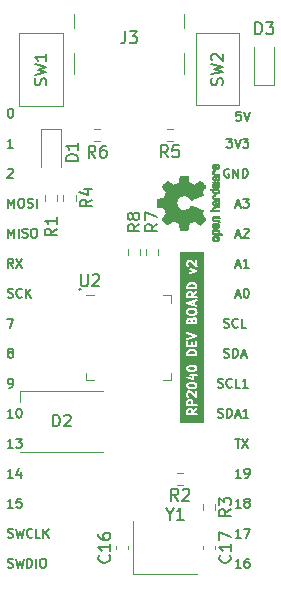
<source format=gto>
%TF.GenerationSoftware,KiCad,Pcbnew,7.0.2-6a45011f42~172~ubuntu22.04.1*%
%TF.CreationDate,2023-05-03T21:07:20-04:00*%
%TF.ProjectId,RP2040_DevBoard_v2,52503230-3430-45f4-9465-76426f617264,-*%
%TF.SameCoordinates,Original*%
%TF.FileFunction,Legend,Top*%
%TF.FilePolarity,Positive*%
%FSLAX46Y46*%
G04 Gerber Fmt 4.6, Leading zero omitted, Abs format (unit mm)*
G04 Created by KiCad (PCBNEW 7.0.2-6a45011f42~172~ubuntu22.04.1) date 2023-05-03 21:07:20*
%MOMM*%
%LPD*%
G01*
G04 APERTURE LIST*
%ADD10C,0.150000*%
%ADD11C,0.127000*%
%ADD12C,0.190500*%
%ADD13C,0.120000*%
%ADD14C,0.010000*%
G04 APERTURE END LIST*
D10*
X163554722Y-113360200D02*
G75*
G03*
X163554722Y-113360200I-80322J0D01*
G01*
D11*
X157842857Y-111539745D02*
X157588857Y-111176888D01*
X157407428Y-111539745D02*
X157407428Y-110777745D01*
X157407428Y-110777745D02*
X157697714Y-110777745D01*
X157697714Y-110777745D02*
X157770285Y-110814031D01*
X157770285Y-110814031D02*
X157806571Y-110850317D01*
X157806571Y-110850317D02*
X157842857Y-110922888D01*
X157842857Y-110922888D02*
X157842857Y-111031745D01*
X157842857Y-111031745D02*
X157806571Y-111104317D01*
X157806571Y-111104317D02*
X157770285Y-111140602D01*
X157770285Y-111140602D02*
X157697714Y-111176888D01*
X157697714Y-111176888D02*
X157407428Y-111176888D01*
X158096857Y-110777745D02*
X158604857Y-111539745D01*
X158604857Y-110777745D02*
X158096857Y-111539745D01*
X177110571Y-134399745D02*
X176675142Y-134399745D01*
X176892857Y-134399745D02*
X176892857Y-133637745D01*
X176892857Y-133637745D02*
X176820285Y-133746602D01*
X176820285Y-133746602D02*
X176747714Y-133819174D01*
X176747714Y-133819174D02*
X176675142Y-133855460D01*
X177364571Y-133637745D02*
X177872571Y-133637745D01*
X177872571Y-133637745D02*
X177545999Y-134399745D01*
X176675142Y-106242031D02*
X177038000Y-106242031D01*
X176602571Y-106459745D02*
X176856571Y-105697745D01*
X176856571Y-105697745D02*
X177110571Y-106459745D01*
X177292000Y-105697745D02*
X177763714Y-105697745D01*
X177763714Y-105697745D02*
X177509714Y-105988031D01*
X177509714Y-105988031D02*
X177618571Y-105988031D01*
X177618571Y-105988031D02*
X177691143Y-106024317D01*
X177691143Y-106024317D02*
X177727428Y-106060602D01*
X177727428Y-106060602D02*
X177763714Y-106133174D01*
X177763714Y-106133174D02*
X177763714Y-106314602D01*
X177763714Y-106314602D02*
X177727428Y-106387174D01*
X177727428Y-106387174D02*
X177691143Y-106423460D01*
X177691143Y-106423460D02*
X177618571Y-106459745D01*
X177618571Y-106459745D02*
X177400857Y-106459745D01*
X177400857Y-106459745D02*
X177328285Y-106423460D01*
X177328285Y-106423460D02*
X177292000Y-106387174D01*
X157371142Y-114043460D02*
X157480000Y-114079745D01*
X157480000Y-114079745D02*
X157661428Y-114079745D01*
X157661428Y-114079745D02*
X157734000Y-114043460D01*
X157734000Y-114043460D02*
X157770285Y-114007174D01*
X157770285Y-114007174D02*
X157806571Y-113934602D01*
X157806571Y-113934602D02*
X157806571Y-113862031D01*
X157806571Y-113862031D02*
X157770285Y-113789460D01*
X157770285Y-113789460D02*
X157734000Y-113753174D01*
X157734000Y-113753174D02*
X157661428Y-113716888D01*
X157661428Y-113716888D02*
X157516285Y-113680602D01*
X157516285Y-113680602D02*
X157443714Y-113644317D01*
X157443714Y-113644317D02*
X157407428Y-113608031D01*
X157407428Y-113608031D02*
X157371142Y-113535460D01*
X157371142Y-113535460D02*
X157371142Y-113462888D01*
X157371142Y-113462888D02*
X157407428Y-113390317D01*
X157407428Y-113390317D02*
X157443714Y-113354031D01*
X157443714Y-113354031D02*
X157516285Y-113317745D01*
X157516285Y-113317745D02*
X157697714Y-113317745D01*
X157697714Y-113317745D02*
X157806571Y-113354031D01*
X158568571Y-114007174D02*
X158532285Y-114043460D01*
X158532285Y-114043460D02*
X158423428Y-114079745D01*
X158423428Y-114079745D02*
X158350856Y-114079745D01*
X158350856Y-114079745D02*
X158241999Y-114043460D01*
X158241999Y-114043460D02*
X158169428Y-113970888D01*
X158169428Y-113970888D02*
X158133142Y-113898317D01*
X158133142Y-113898317D02*
X158096856Y-113753174D01*
X158096856Y-113753174D02*
X158096856Y-113644317D01*
X158096856Y-113644317D02*
X158133142Y-113499174D01*
X158133142Y-113499174D02*
X158169428Y-113426602D01*
X158169428Y-113426602D02*
X158241999Y-113354031D01*
X158241999Y-113354031D02*
X158350856Y-113317745D01*
X158350856Y-113317745D02*
X158423428Y-113317745D01*
X158423428Y-113317745D02*
X158532285Y-113354031D01*
X158532285Y-113354031D02*
X158568571Y-113390317D01*
X158895142Y-114079745D02*
X158895142Y-113317745D01*
X159330571Y-114079745D02*
X159003999Y-113644317D01*
X159330571Y-113317745D02*
X158895142Y-113753174D01*
X157407428Y-106459745D02*
X157407428Y-105697745D01*
X157407428Y-105697745D02*
X157661428Y-106242031D01*
X157661428Y-106242031D02*
X157915428Y-105697745D01*
X157915428Y-105697745D02*
X157915428Y-106459745D01*
X158423428Y-105697745D02*
X158568571Y-105697745D01*
X158568571Y-105697745D02*
X158641142Y-105734031D01*
X158641142Y-105734031D02*
X158713714Y-105806602D01*
X158713714Y-105806602D02*
X158749999Y-105951745D01*
X158749999Y-105951745D02*
X158749999Y-106205745D01*
X158749999Y-106205745D02*
X158713714Y-106350888D01*
X158713714Y-106350888D02*
X158641142Y-106423460D01*
X158641142Y-106423460D02*
X158568571Y-106459745D01*
X158568571Y-106459745D02*
X158423428Y-106459745D01*
X158423428Y-106459745D02*
X158350857Y-106423460D01*
X158350857Y-106423460D02*
X158278285Y-106350888D01*
X158278285Y-106350888D02*
X158241999Y-106205745D01*
X158241999Y-106205745D02*
X158241999Y-105951745D01*
X158241999Y-105951745D02*
X158278285Y-105806602D01*
X158278285Y-105806602D02*
X158350857Y-105734031D01*
X158350857Y-105734031D02*
X158423428Y-105697745D01*
X159040285Y-106423460D02*
X159149143Y-106459745D01*
X159149143Y-106459745D02*
X159330571Y-106459745D01*
X159330571Y-106459745D02*
X159403143Y-106423460D01*
X159403143Y-106423460D02*
X159439428Y-106387174D01*
X159439428Y-106387174D02*
X159475714Y-106314602D01*
X159475714Y-106314602D02*
X159475714Y-106242031D01*
X159475714Y-106242031D02*
X159439428Y-106169460D01*
X159439428Y-106169460D02*
X159403143Y-106133174D01*
X159403143Y-106133174D02*
X159330571Y-106096888D01*
X159330571Y-106096888D02*
X159185428Y-106060602D01*
X159185428Y-106060602D02*
X159112857Y-106024317D01*
X159112857Y-106024317D02*
X159076571Y-105988031D01*
X159076571Y-105988031D02*
X159040285Y-105915460D01*
X159040285Y-105915460D02*
X159040285Y-105842888D01*
X159040285Y-105842888D02*
X159076571Y-105770317D01*
X159076571Y-105770317D02*
X159112857Y-105734031D01*
X159112857Y-105734031D02*
X159185428Y-105697745D01*
X159185428Y-105697745D02*
X159366857Y-105697745D01*
X159366857Y-105697745D02*
X159475714Y-105734031D01*
X159802285Y-106459745D02*
X159802285Y-105697745D01*
X175659142Y-119123460D02*
X175768000Y-119159745D01*
X175768000Y-119159745D02*
X175949428Y-119159745D01*
X175949428Y-119159745D02*
X176022000Y-119123460D01*
X176022000Y-119123460D02*
X176058285Y-119087174D01*
X176058285Y-119087174D02*
X176094571Y-119014602D01*
X176094571Y-119014602D02*
X176094571Y-118942031D01*
X176094571Y-118942031D02*
X176058285Y-118869460D01*
X176058285Y-118869460D02*
X176022000Y-118833174D01*
X176022000Y-118833174D02*
X175949428Y-118796888D01*
X175949428Y-118796888D02*
X175804285Y-118760602D01*
X175804285Y-118760602D02*
X175731714Y-118724317D01*
X175731714Y-118724317D02*
X175695428Y-118688031D01*
X175695428Y-118688031D02*
X175659142Y-118615460D01*
X175659142Y-118615460D02*
X175659142Y-118542888D01*
X175659142Y-118542888D02*
X175695428Y-118470317D01*
X175695428Y-118470317D02*
X175731714Y-118434031D01*
X175731714Y-118434031D02*
X175804285Y-118397745D01*
X175804285Y-118397745D02*
X175985714Y-118397745D01*
X175985714Y-118397745D02*
X176094571Y-118434031D01*
X176421142Y-119159745D02*
X176421142Y-118397745D01*
X176421142Y-118397745D02*
X176602571Y-118397745D01*
X176602571Y-118397745D02*
X176711428Y-118434031D01*
X176711428Y-118434031D02*
X176783999Y-118506602D01*
X176783999Y-118506602D02*
X176820285Y-118579174D01*
X176820285Y-118579174D02*
X176856571Y-118724317D01*
X176856571Y-118724317D02*
X176856571Y-118833174D01*
X176856571Y-118833174D02*
X176820285Y-118978317D01*
X176820285Y-118978317D02*
X176783999Y-119050888D01*
X176783999Y-119050888D02*
X176711428Y-119123460D01*
X176711428Y-119123460D02*
X176602571Y-119159745D01*
X176602571Y-119159745D02*
X176421142Y-119159745D01*
X177146856Y-118942031D02*
X177509714Y-118942031D01*
X177074285Y-119159745D02*
X177328285Y-118397745D01*
X177328285Y-118397745D02*
X177582285Y-119159745D01*
X175151142Y-124203460D02*
X175260000Y-124239745D01*
X175260000Y-124239745D02*
X175441428Y-124239745D01*
X175441428Y-124239745D02*
X175514000Y-124203460D01*
X175514000Y-124203460D02*
X175550285Y-124167174D01*
X175550285Y-124167174D02*
X175586571Y-124094602D01*
X175586571Y-124094602D02*
X175586571Y-124022031D01*
X175586571Y-124022031D02*
X175550285Y-123949460D01*
X175550285Y-123949460D02*
X175514000Y-123913174D01*
X175514000Y-123913174D02*
X175441428Y-123876888D01*
X175441428Y-123876888D02*
X175296285Y-123840602D01*
X175296285Y-123840602D02*
X175223714Y-123804317D01*
X175223714Y-123804317D02*
X175187428Y-123768031D01*
X175187428Y-123768031D02*
X175151142Y-123695460D01*
X175151142Y-123695460D02*
X175151142Y-123622888D01*
X175151142Y-123622888D02*
X175187428Y-123550317D01*
X175187428Y-123550317D02*
X175223714Y-123514031D01*
X175223714Y-123514031D02*
X175296285Y-123477745D01*
X175296285Y-123477745D02*
X175477714Y-123477745D01*
X175477714Y-123477745D02*
X175586571Y-123514031D01*
X175913142Y-124239745D02*
X175913142Y-123477745D01*
X175913142Y-123477745D02*
X176094571Y-123477745D01*
X176094571Y-123477745D02*
X176203428Y-123514031D01*
X176203428Y-123514031D02*
X176275999Y-123586602D01*
X176275999Y-123586602D02*
X176312285Y-123659174D01*
X176312285Y-123659174D02*
X176348571Y-123804317D01*
X176348571Y-123804317D02*
X176348571Y-123913174D01*
X176348571Y-123913174D02*
X176312285Y-124058317D01*
X176312285Y-124058317D02*
X176275999Y-124130888D01*
X176275999Y-124130888D02*
X176203428Y-124203460D01*
X176203428Y-124203460D02*
X176094571Y-124239745D01*
X176094571Y-124239745D02*
X175913142Y-124239745D01*
X176638856Y-124022031D02*
X177001714Y-124022031D01*
X176566285Y-124239745D02*
X176820285Y-123477745D01*
X176820285Y-123477745D02*
X177074285Y-124239745D01*
X177727428Y-124239745D02*
X177291999Y-124239745D01*
X177509714Y-124239745D02*
X177509714Y-123477745D01*
X177509714Y-123477745D02*
X177437142Y-123586602D01*
X177437142Y-123586602D02*
X177364571Y-123659174D01*
X177364571Y-123659174D02*
X177291999Y-123695460D01*
X175659142Y-116583460D02*
X175768000Y-116619745D01*
X175768000Y-116619745D02*
X175949428Y-116619745D01*
X175949428Y-116619745D02*
X176022000Y-116583460D01*
X176022000Y-116583460D02*
X176058285Y-116547174D01*
X176058285Y-116547174D02*
X176094571Y-116474602D01*
X176094571Y-116474602D02*
X176094571Y-116402031D01*
X176094571Y-116402031D02*
X176058285Y-116329460D01*
X176058285Y-116329460D02*
X176022000Y-116293174D01*
X176022000Y-116293174D02*
X175949428Y-116256888D01*
X175949428Y-116256888D02*
X175804285Y-116220602D01*
X175804285Y-116220602D02*
X175731714Y-116184317D01*
X175731714Y-116184317D02*
X175695428Y-116148031D01*
X175695428Y-116148031D02*
X175659142Y-116075460D01*
X175659142Y-116075460D02*
X175659142Y-116002888D01*
X175659142Y-116002888D02*
X175695428Y-115930317D01*
X175695428Y-115930317D02*
X175731714Y-115894031D01*
X175731714Y-115894031D02*
X175804285Y-115857745D01*
X175804285Y-115857745D02*
X175985714Y-115857745D01*
X175985714Y-115857745D02*
X176094571Y-115894031D01*
X176856571Y-116547174D02*
X176820285Y-116583460D01*
X176820285Y-116583460D02*
X176711428Y-116619745D01*
X176711428Y-116619745D02*
X176638856Y-116619745D01*
X176638856Y-116619745D02*
X176529999Y-116583460D01*
X176529999Y-116583460D02*
X176457428Y-116510888D01*
X176457428Y-116510888D02*
X176421142Y-116438317D01*
X176421142Y-116438317D02*
X176384856Y-116293174D01*
X176384856Y-116293174D02*
X176384856Y-116184317D01*
X176384856Y-116184317D02*
X176421142Y-116039174D01*
X176421142Y-116039174D02*
X176457428Y-115966602D01*
X176457428Y-115966602D02*
X176529999Y-115894031D01*
X176529999Y-115894031D02*
X176638856Y-115857745D01*
X176638856Y-115857745D02*
X176711428Y-115857745D01*
X176711428Y-115857745D02*
X176820285Y-115894031D01*
X176820285Y-115894031D02*
X176856571Y-115930317D01*
X177545999Y-116619745D02*
X177183142Y-116619745D01*
X177183142Y-116619745D02*
X177183142Y-115857745D01*
X157806571Y-101379745D02*
X157371142Y-101379745D01*
X157588857Y-101379745D02*
X157588857Y-100617745D01*
X157588857Y-100617745D02*
X157516285Y-100726602D01*
X157516285Y-100726602D02*
X157443714Y-100799174D01*
X157443714Y-100799174D02*
X157371142Y-100835460D01*
D12*
G36*
X172834664Y-123631136D02*
G01*
X172849089Y-123645562D01*
X172868408Y-123684198D01*
X172868408Y-123765645D01*
X172866032Y-123788568D01*
X172868408Y-123793269D01*
X172868408Y-123856748D01*
X172659765Y-123856748D01*
X172659765Y-123684197D01*
X172679081Y-123645564D01*
X172693509Y-123631136D01*
X172732144Y-123611819D01*
X172796029Y-123611819D01*
X172834664Y-123631136D01*
G37*
G36*
X172834664Y-122869136D02*
G01*
X172849089Y-122883562D01*
X172868408Y-122922198D01*
X172868408Y-123094748D01*
X172659765Y-123094748D01*
X172659765Y-122922197D01*
X172679081Y-122883564D01*
X172693509Y-122869136D01*
X172732144Y-122849819D01*
X172796029Y-122849819D01*
X172834664Y-122869136D01*
G37*
G36*
X173148125Y-121429296D02*
G01*
X173197521Y-121453994D01*
X173211948Y-121468421D01*
X173231265Y-121507054D01*
X173231265Y-121534655D01*
X173211947Y-121573290D01*
X173197522Y-121587716D01*
X173148126Y-121612414D01*
X173024503Y-121643320D01*
X172866528Y-121643320D01*
X172742903Y-121612414D01*
X172693509Y-121587716D01*
X172679082Y-121573290D01*
X172659765Y-121534655D01*
X172659765Y-121507055D01*
X172679082Y-121468420D01*
X172693508Y-121453995D01*
X172742905Y-121429296D01*
X172866528Y-121398391D01*
X173024503Y-121398391D01*
X173148125Y-121429296D01*
G37*
G36*
X173148125Y-119977868D02*
G01*
X173197521Y-120002566D01*
X173211948Y-120016993D01*
X173231265Y-120055626D01*
X173231265Y-120083227D01*
X173211947Y-120121862D01*
X173197522Y-120136288D01*
X173148126Y-120160986D01*
X173024503Y-120191892D01*
X172866528Y-120191892D01*
X172742903Y-120160986D01*
X172693509Y-120136288D01*
X172679082Y-120121862D01*
X172659765Y-120083227D01*
X172659765Y-120055627D01*
X172679082Y-120016992D01*
X172693508Y-120002567D01*
X172742905Y-119977868D01*
X172866528Y-119946963D01*
X173024503Y-119946963D01*
X173148125Y-119977868D01*
G37*
G36*
X173111841Y-118635297D02*
G01*
X173161235Y-118659995D01*
X173206978Y-118705738D01*
X173231265Y-118778598D01*
X173231265Y-118849321D01*
X172659765Y-118849321D01*
X172659765Y-118778599D01*
X172684052Y-118705737D01*
X172729794Y-118659995D01*
X172779189Y-118635298D01*
X172902814Y-118604392D01*
X172988217Y-118604392D01*
X173111841Y-118635297D01*
G37*
G36*
X172798377Y-115974851D02*
G01*
X172812805Y-115989279D01*
X172831306Y-116026281D01*
X172831174Y-116029935D01*
X172832122Y-116031534D01*
X172832122Y-116164178D01*
X172659765Y-116164178D01*
X172659765Y-116027913D01*
X172679081Y-115989280D01*
X172693509Y-115974852D01*
X172732144Y-115955535D01*
X172759745Y-115955535D01*
X172798377Y-115974851D01*
G37*
G36*
X173197521Y-115938566D02*
G01*
X173211948Y-115952993D01*
X173231265Y-115991626D01*
X173231265Y-116164178D01*
X173022622Y-116164178D01*
X173022622Y-116020885D01*
X173046909Y-115948023D01*
X173056366Y-115938566D01*
X173095001Y-115919249D01*
X173158886Y-115919249D01*
X173197521Y-115938566D01*
G37*
G36*
X173168961Y-115148006D02*
G01*
X173211948Y-115190993D01*
X173231265Y-115229626D01*
X173231265Y-115329799D01*
X173211947Y-115368434D01*
X173168961Y-115411420D01*
X173060788Y-115438464D01*
X172830242Y-115438464D01*
X172722068Y-115411420D01*
X172679082Y-115368435D01*
X172659765Y-115329799D01*
X172659765Y-115229627D01*
X172679082Y-115190993D01*
X172722069Y-115148006D01*
X172830240Y-115120964D01*
X173060790Y-115120964D01*
X173168961Y-115148006D01*
G37*
G36*
X173013551Y-114603275D02*
G01*
X172865722Y-114553998D01*
X173013551Y-114504722D01*
X173013551Y-114603275D01*
G37*
G36*
X172834664Y-113725137D02*
G01*
X172849089Y-113739563D01*
X172868408Y-113778199D01*
X172868408Y-113859646D01*
X172866032Y-113882569D01*
X172868408Y-113887270D01*
X172868408Y-113950749D01*
X172659765Y-113950749D01*
X172659765Y-113778198D01*
X172679081Y-113739565D01*
X172693509Y-113725137D01*
X172732144Y-113705820D01*
X172796029Y-113705820D01*
X172834664Y-113725137D01*
G37*
G36*
X173111841Y-112974725D02*
G01*
X173161235Y-112999423D01*
X173206978Y-113045166D01*
X173231265Y-113118026D01*
X173231265Y-113188749D01*
X172659765Y-113188749D01*
X172659765Y-113118027D01*
X172684052Y-113045165D01*
X172729794Y-112999423D01*
X172779189Y-112974726D01*
X172902814Y-112943820D01*
X172988217Y-112943820D01*
X173111841Y-112974725D01*
G37*
G36*
X173987732Y-124689959D02*
G01*
X171960268Y-124689959D01*
X171960268Y-123672368D01*
X172465818Y-123672368D01*
X172469265Y-123680679D01*
X172469265Y-123945185D01*
X172466254Y-123966126D01*
X172475043Y-123985372D01*
X172481003Y-124005668D01*
X172486479Y-124010413D01*
X172489491Y-124017007D01*
X172507288Y-124028444D01*
X172523276Y-124042298D01*
X172530449Y-124043329D01*
X172536547Y-124047248D01*
X172557702Y-124047248D01*
X172578643Y-124050259D01*
X172585236Y-124047248D01*
X172956845Y-124047248D01*
X172977786Y-124050259D01*
X172984379Y-124047248D01*
X173340209Y-124047248D01*
X173380185Y-124035510D01*
X173416815Y-123993237D01*
X173424776Y-123937870D01*
X173401539Y-123886989D01*
X173354483Y-123856748D01*
X173058908Y-123856748D01*
X173058908Y-123820160D01*
X173392355Y-123586748D01*
X173418374Y-123554207D01*
X173424140Y-123498570D01*
X173398911Y-123448646D01*
X173350696Y-123420288D01*
X173294805Y-123422499D01*
X173039796Y-123601004D01*
X173017907Y-123557224D01*
X173014501Y-123541566D01*
X172995935Y-123522999D01*
X172978065Y-123503789D01*
X172976264Y-123503328D01*
X172966882Y-123493947D01*
X172958699Y-123480168D01*
X172935213Y-123468425D01*
X172912190Y-123455853D01*
X172910333Y-123455985D01*
X172865699Y-123433668D01*
X172846483Y-123421319D01*
X172827014Y-123421319D01*
X172807859Y-123417872D01*
X172799547Y-123421319D01*
X172714788Y-123421319D01*
X172692076Y-123418867D01*
X172674663Y-123427573D01*
X172655988Y-123433057D01*
X172650095Y-123439857D01*
X172605169Y-123462320D01*
X172589511Y-123465727D01*
X172570949Y-123484288D01*
X172551735Y-123502162D01*
X172551274Y-123503963D01*
X172541893Y-123513344D01*
X172528115Y-123521528D01*
X172516373Y-123545010D01*
X172503799Y-123568040D01*
X172503931Y-123569894D01*
X172481615Y-123614526D01*
X172469265Y-123633744D01*
X172469265Y-123653213D01*
X172465818Y-123672368D01*
X171960268Y-123672368D01*
X171960268Y-122910368D01*
X172465818Y-122910368D01*
X172469265Y-122918679D01*
X172469265Y-123183185D01*
X172466254Y-123204126D01*
X172475043Y-123223372D01*
X172481003Y-123243668D01*
X172486479Y-123248413D01*
X172489491Y-123255007D01*
X172507288Y-123266444D01*
X172523276Y-123280298D01*
X172530449Y-123281329D01*
X172536547Y-123285248D01*
X172557702Y-123285248D01*
X172578643Y-123288259D01*
X172585236Y-123285248D01*
X172956845Y-123285248D01*
X172977786Y-123288259D01*
X172984379Y-123285248D01*
X173340209Y-123285248D01*
X173380185Y-123273510D01*
X173416815Y-123231237D01*
X173424776Y-123175870D01*
X173401539Y-123124989D01*
X173354483Y-123094748D01*
X173058908Y-123094748D01*
X173058908Y-122904841D01*
X173061360Y-122882130D01*
X173052653Y-122864717D01*
X173047170Y-122846042D01*
X173040369Y-122840149D01*
X173017907Y-122795224D01*
X173014501Y-122779566D01*
X172995935Y-122760999D01*
X172978065Y-122741789D01*
X172976264Y-122741328D01*
X172966882Y-122731947D01*
X172958699Y-122718168D01*
X172935213Y-122706425D01*
X172912190Y-122693853D01*
X172910333Y-122693985D01*
X172865699Y-122671668D01*
X172846483Y-122659319D01*
X172827014Y-122659319D01*
X172807859Y-122655872D01*
X172799547Y-122659319D01*
X172714788Y-122659319D01*
X172692076Y-122656867D01*
X172674663Y-122665573D01*
X172655988Y-122671057D01*
X172650095Y-122677857D01*
X172605169Y-122700320D01*
X172589511Y-122703727D01*
X172570949Y-122722288D01*
X172551735Y-122740162D01*
X172551274Y-122741963D01*
X172541893Y-122751344D01*
X172528115Y-122759528D01*
X172516373Y-122783010D01*
X172503799Y-122806040D01*
X172503931Y-122807894D01*
X172481615Y-122852526D01*
X172469265Y-122871744D01*
X172469265Y-122891213D01*
X172465818Y-122910368D01*
X171960268Y-122910368D01*
X171960268Y-122184654D01*
X172465818Y-122184654D01*
X172469265Y-122192965D01*
X172469265Y-122350297D01*
X172466813Y-122373009D01*
X172475519Y-122390421D01*
X172481003Y-122409097D01*
X172487803Y-122414989D01*
X172510266Y-122459915D01*
X172513673Y-122475574D01*
X172532234Y-122494135D01*
X172550108Y-122513350D01*
X172551909Y-122513810D01*
X172579418Y-122541319D01*
X172615985Y-122561286D01*
X172671778Y-122557296D01*
X172716558Y-122523775D01*
X172736105Y-122471366D01*
X172724215Y-122416708D01*
X172679082Y-122371575D01*
X172659765Y-122332940D01*
X172659765Y-122196483D01*
X172679081Y-122157850D01*
X172693509Y-122143422D01*
X172732144Y-122124105D01*
X172766772Y-122124105D01*
X172839634Y-122148392D01*
X173241972Y-122550730D01*
X173243003Y-122554239D01*
X173261566Y-122570324D01*
X173268846Y-122577604D01*
X173271878Y-122579259D01*
X173285276Y-122590869D01*
X173295949Y-122592403D01*
X173305413Y-122597571D01*
X173323093Y-122596306D01*
X173340643Y-122598830D01*
X173350452Y-122594350D01*
X173361206Y-122593581D01*
X173375396Y-122582958D01*
X173391524Y-122575593D01*
X173397353Y-122566521D01*
X173405986Y-122560060D01*
X173412181Y-122543449D01*
X173421765Y-122528537D01*
X173421765Y-122517753D01*
X173425533Y-122507651D01*
X173421765Y-122490329D01*
X173421765Y-122015161D01*
X173410027Y-121975185D01*
X173367754Y-121938555D01*
X173312387Y-121930594D01*
X173261506Y-121953831D01*
X173231265Y-122000887D01*
X173231265Y-122270614D01*
X172962061Y-122001411D01*
X172947740Y-121983623D01*
X172929270Y-121977466D01*
X172912188Y-121968139D01*
X172903213Y-121968780D01*
X172823681Y-121942270D01*
X172810198Y-121933605D01*
X172783933Y-121933605D01*
X172757723Y-121932657D01*
X172756124Y-121933605D01*
X172714788Y-121933605D01*
X172692076Y-121931153D01*
X172674663Y-121939859D01*
X172655988Y-121945343D01*
X172650095Y-121952143D01*
X172605169Y-121974606D01*
X172589511Y-121978013D01*
X172570949Y-121996574D01*
X172551735Y-122014448D01*
X172551274Y-122016249D01*
X172541893Y-122025630D01*
X172528115Y-122033814D01*
X172516373Y-122057296D01*
X172503799Y-122080326D01*
X172503931Y-122082180D01*
X172481615Y-122126812D01*
X172469265Y-122146030D01*
X172469265Y-122165499D01*
X172465818Y-122184654D01*
X171960268Y-122184654D01*
X171960268Y-121495226D01*
X172465818Y-121495226D01*
X172469265Y-121503537D01*
X172469265Y-121552010D01*
X172466813Y-121574723D01*
X172475519Y-121592135D01*
X172481003Y-121610811D01*
X172487803Y-121616703D01*
X172510265Y-121661628D01*
X172513673Y-121677290D01*
X172532248Y-121695864D01*
X172550108Y-121715065D01*
X172551909Y-121715525D01*
X172561290Y-121724906D01*
X172569474Y-121738684D01*
X172592954Y-121750424D01*
X172615987Y-121763000D01*
X172617840Y-121762867D01*
X172651884Y-121779889D01*
X172659423Y-121787907D01*
X172676414Y-121792154D01*
X172679309Y-121793602D01*
X172689638Y-121795460D01*
X172816491Y-121827173D01*
X172826833Y-121833820D01*
X172843076Y-121833820D01*
X172844984Y-121834297D01*
X172856720Y-121833820D01*
X173020555Y-121833820D01*
X173032199Y-121837759D01*
X173047955Y-121833820D01*
X173049924Y-121833820D01*
X173061207Y-121830506D01*
X173188014Y-121798805D01*
X173198954Y-121799986D01*
X173214616Y-121792154D01*
X173217759Y-121791369D01*
X173226817Y-121786054D01*
X173285858Y-121756533D01*
X173301518Y-121753127D01*
X173320083Y-121734562D01*
X173339296Y-121716691D01*
X173339756Y-121714889D01*
X173349136Y-121705509D01*
X173362917Y-121697325D01*
X173374657Y-121673844D01*
X173387232Y-121650816D01*
X173387099Y-121648959D01*
X173409416Y-121604324D01*
X173421765Y-121585109D01*
X173421765Y-121565640D01*
X173425212Y-121546483D01*
X173421765Y-121538172D01*
X173421765Y-121489697D01*
X173424217Y-121466990D01*
X173415511Y-121449577D01*
X173410027Y-121430900D01*
X173403226Y-121425007D01*
X173380763Y-121380079D01*
X173377357Y-121364421D01*
X173358801Y-121345865D01*
X173340924Y-121326647D01*
X173339121Y-121326186D01*
X173329739Y-121316803D01*
X173321556Y-121303026D01*
X173298077Y-121291287D01*
X173275044Y-121278710D01*
X173273188Y-121278842D01*
X173239144Y-121261820D01*
X173231607Y-121253804D01*
X173214615Y-121249556D01*
X173211721Y-121248109D01*
X173201392Y-121246250D01*
X173074539Y-121214537D01*
X173064198Y-121207891D01*
X173047955Y-121207891D01*
X173046047Y-121207414D01*
X173034304Y-121207891D01*
X172870476Y-121207891D01*
X172858832Y-121203952D01*
X172843076Y-121207891D01*
X172841107Y-121207891D01*
X172829824Y-121211203D01*
X172703015Y-121242906D01*
X172692076Y-121241725D01*
X172676413Y-121249556D01*
X172673271Y-121250342D01*
X172664209Y-121255658D01*
X172605170Y-121285177D01*
X172589512Y-121288584D01*
X172570945Y-121307149D01*
X172551735Y-121325020D01*
X172551274Y-121326820D01*
X172541893Y-121336202D01*
X172528114Y-121344386D01*
X172516371Y-121367871D01*
X172503799Y-121390895D01*
X172503931Y-121392751D01*
X172481614Y-121437385D01*
X172469265Y-121456602D01*
X172469265Y-121476071D01*
X172465818Y-121495226D01*
X171960268Y-121495226D01*
X171960268Y-120813757D01*
X172430544Y-120813757D01*
X172436498Y-120869375D01*
X172471576Y-120912945D01*
X173024440Y-121097233D01*
X173031276Y-121103156D01*
X173050502Y-121105920D01*
X173055385Y-121107548D01*
X173063984Y-121107859D01*
X173086643Y-121111117D01*
X173091590Y-121108857D01*
X173097022Y-121109054D01*
X173116703Y-121097388D01*
X173137524Y-121087880D01*
X173140463Y-121083305D01*
X173145140Y-121080534D01*
X173155391Y-121060077D01*
X173167765Y-121040824D01*
X173167765Y-121035386D01*
X173170201Y-121030526D01*
X173167765Y-121007770D01*
X173167765Y-120745249D01*
X173340209Y-120745249D01*
X173380185Y-120733511D01*
X173416815Y-120691238D01*
X173424776Y-120635871D01*
X173401539Y-120584990D01*
X173354483Y-120554749D01*
X173167765Y-120554749D01*
X173167765Y-120527447D01*
X173156027Y-120487471D01*
X173113754Y-120450841D01*
X173058387Y-120442880D01*
X173007506Y-120466117D01*
X172977265Y-120513173D01*
X172977265Y-120554749D01*
X172804821Y-120554749D01*
X172764845Y-120566487D01*
X172728215Y-120608760D01*
X172720254Y-120664127D01*
X172743491Y-120715008D01*
X172790547Y-120745249D01*
X172977265Y-120745249D01*
X172977265Y-120880703D01*
X172545360Y-120736735D01*
X172503723Y-120735229D01*
X172455605Y-120763749D01*
X172430544Y-120813757D01*
X171960268Y-120813757D01*
X171960268Y-120043798D01*
X172465818Y-120043798D01*
X172469265Y-120052109D01*
X172469265Y-120100582D01*
X172466813Y-120123295D01*
X172475519Y-120140707D01*
X172481003Y-120159383D01*
X172487803Y-120165275D01*
X172510265Y-120210200D01*
X172513673Y-120225862D01*
X172532248Y-120244436D01*
X172550108Y-120263637D01*
X172551909Y-120264097D01*
X172561290Y-120273478D01*
X172569474Y-120287256D01*
X172592954Y-120298996D01*
X172615987Y-120311572D01*
X172617840Y-120311439D01*
X172651884Y-120328461D01*
X172659423Y-120336479D01*
X172676414Y-120340726D01*
X172679309Y-120342174D01*
X172689638Y-120344032D01*
X172816491Y-120375745D01*
X172826833Y-120382392D01*
X172843076Y-120382392D01*
X172844984Y-120382869D01*
X172856720Y-120382392D01*
X173020555Y-120382392D01*
X173032199Y-120386331D01*
X173047955Y-120382392D01*
X173049924Y-120382392D01*
X173061207Y-120379078D01*
X173188014Y-120347377D01*
X173198954Y-120348558D01*
X173214616Y-120340726D01*
X173217759Y-120339941D01*
X173226817Y-120334626D01*
X173285858Y-120305105D01*
X173301518Y-120301699D01*
X173320083Y-120283134D01*
X173339296Y-120265263D01*
X173339756Y-120263461D01*
X173349136Y-120254081D01*
X173362917Y-120245897D01*
X173374657Y-120222416D01*
X173387232Y-120199388D01*
X173387099Y-120197531D01*
X173409416Y-120152896D01*
X173421765Y-120133681D01*
X173421765Y-120114212D01*
X173425212Y-120095055D01*
X173421765Y-120086744D01*
X173421765Y-120038269D01*
X173424217Y-120015562D01*
X173415511Y-119998149D01*
X173410027Y-119979472D01*
X173403226Y-119973579D01*
X173380763Y-119928651D01*
X173377357Y-119912993D01*
X173358801Y-119894437D01*
X173340924Y-119875219D01*
X173339121Y-119874758D01*
X173329739Y-119865375D01*
X173321556Y-119851598D01*
X173298077Y-119839859D01*
X173275044Y-119827282D01*
X173273188Y-119827414D01*
X173239144Y-119810392D01*
X173231607Y-119802376D01*
X173214615Y-119798128D01*
X173211721Y-119796681D01*
X173201392Y-119794822D01*
X173074539Y-119763109D01*
X173064198Y-119756463D01*
X173047955Y-119756463D01*
X173046047Y-119755986D01*
X173034304Y-119756463D01*
X172870476Y-119756463D01*
X172858832Y-119752524D01*
X172843076Y-119756463D01*
X172841107Y-119756463D01*
X172829824Y-119759775D01*
X172703015Y-119791478D01*
X172692076Y-119790297D01*
X172676413Y-119798128D01*
X172673271Y-119798914D01*
X172664209Y-119804230D01*
X172605170Y-119833749D01*
X172589512Y-119837156D01*
X172570945Y-119855721D01*
X172551735Y-119873592D01*
X172551274Y-119875392D01*
X172541893Y-119884774D01*
X172528114Y-119892958D01*
X172516371Y-119916443D01*
X172503799Y-119939467D01*
X172503931Y-119941323D01*
X172481614Y-119985957D01*
X172469265Y-120005174D01*
X172469265Y-120024643D01*
X172465818Y-120043798D01*
X171960268Y-120043798D01*
X171960268Y-118958699D01*
X172466254Y-118958699D01*
X172475043Y-118977945D01*
X172481003Y-118998241D01*
X172486479Y-119002986D01*
X172489491Y-119009580D01*
X172507288Y-119021017D01*
X172523276Y-119034871D01*
X172530449Y-119035902D01*
X172536547Y-119039821D01*
X172557702Y-119039821D01*
X172578643Y-119042832D01*
X172585236Y-119039821D01*
X173319702Y-119039821D01*
X173340643Y-119042832D01*
X173359889Y-119034042D01*
X173380185Y-119028083D01*
X173384930Y-119022606D01*
X173391524Y-119019595D01*
X173402961Y-119001797D01*
X173416815Y-118985810D01*
X173417846Y-118978636D01*
X173421765Y-118972539D01*
X173421765Y-118951383D01*
X173424776Y-118930443D01*
X173421765Y-118923849D01*
X173421765Y-118775082D01*
X173425721Y-118759554D01*
X173417420Y-118734652D01*
X173410027Y-118709472D01*
X173408621Y-118708253D01*
X173382214Y-118629031D01*
X173377358Y-118606709D01*
X173363592Y-118592943D01*
X173352485Y-118576961D01*
X173344169Y-118573520D01*
X173293455Y-118522807D01*
X173285271Y-118509028D01*
X173261780Y-118497282D01*
X173238759Y-118484712D01*
X173236904Y-118484844D01*
X173202860Y-118467822D01*
X173195322Y-118459805D01*
X173178330Y-118455557D01*
X173175436Y-118454110D01*
X173165106Y-118452251D01*
X173038253Y-118420538D01*
X173027912Y-118413892D01*
X173011669Y-118413892D01*
X173009761Y-118413415D01*
X172998025Y-118413892D01*
X172906762Y-118413892D01*
X172895118Y-118409953D01*
X172879362Y-118413892D01*
X172877393Y-118413892D01*
X172866110Y-118417204D01*
X172739301Y-118448906D01*
X172728362Y-118447726D01*
X172712699Y-118455557D01*
X172709557Y-118456343D01*
X172700495Y-118461659D01*
X172641455Y-118491179D01*
X172625797Y-118494586D01*
X172607238Y-118513144D01*
X172588020Y-118531021D01*
X172587559Y-118532823D01*
X172537071Y-118583310D01*
X172519283Y-118597632D01*
X172513126Y-118616101D01*
X172503799Y-118633184D01*
X172504440Y-118642158D01*
X172477930Y-118721690D01*
X172469265Y-118735174D01*
X172469265Y-118761439D01*
X172468317Y-118787649D01*
X172469265Y-118789248D01*
X172469265Y-118937758D01*
X172466254Y-118958699D01*
X171960268Y-118958699D01*
X171960268Y-118196699D01*
X172466254Y-118196699D01*
X172475043Y-118215945D01*
X172481003Y-118236241D01*
X172486479Y-118240986D01*
X172489491Y-118247580D01*
X172507288Y-118259017D01*
X172523276Y-118272871D01*
X172530449Y-118273902D01*
X172536547Y-118277821D01*
X172557702Y-118277821D01*
X172578643Y-118280832D01*
X172585236Y-118277821D01*
X172920559Y-118277821D01*
X172941500Y-118280832D01*
X172948093Y-118277821D01*
X173319702Y-118277821D01*
X173340643Y-118280832D01*
X173359889Y-118272042D01*
X173380185Y-118266083D01*
X173384930Y-118260606D01*
X173391524Y-118257595D01*
X173402961Y-118239797D01*
X173416815Y-118223810D01*
X173417846Y-118216636D01*
X173421765Y-118210539D01*
X173421765Y-118189383D01*
X173424776Y-118168443D01*
X173421765Y-118161849D01*
X173421765Y-117806020D01*
X173410027Y-117766044D01*
X173367754Y-117729414D01*
X173312387Y-117721453D01*
X173261506Y-117744690D01*
X173231265Y-117791746D01*
X173231265Y-118087321D01*
X173022622Y-118087321D01*
X173022622Y-117914877D01*
X173010884Y-117874901D01*
X172968611Y-117838271D01*
X172913244Y-117830310D01*
X172862363Y-117853547D01*
X172832122Y-117900603D01*
X172832122Y-118087321D01*
X172659765Y-118087321D01*
X172659765Y-117806020D01*
X172648027Y-117766044D01*
X172605754Y-117729414D01*
X172550387Y-117721453D01*
X172499506Y-117744690D01*
X172469265Y-117791746D01*
X172469265Y-118175758D01*
X172466254Y-118196699D01*
X171960268Y-118196699D01*
X171960268Y-117591432D01*
X172465808Y-117591432D01*
X172475764Y-117646475D01*
X172513899Y-117687397D01*
X172568103Y-117701205D01*
X173340290Y-117443809D01*
X173351022Y-117444198D01*
X173366309Y-117435136D01*
X173369627Y-117434031D01*
X173378040Y-117428183D01*
X173399141Y-117415677D01*
X173400800Y-117412365D01*
X173403840Y-117410253D01*
X173413209Y-117387604D01*
X173424202Y-117365669D01*
X173423807Y-117361985D01*
X173425222Y-117358566D01*
X173420858Y-117334442D01*
X173418247Y-117310051D01*
X173415925Y-117307167D01*
X173415266Y-117303523D01*
X173398545Y-117285580D01*
X173383169Y-117266481D01*
X173379656Y-117265310D01*
X173377132Y-117262601D01*
X173353367Y-117256547D01*
X172581644Y-116999306D01*
X172540008Y-116997801D01*
X172491890Y-117026321D01*
X172466829Y-117076329D01*
X172472783Y-117131947D01*
X172507862Y-117175517D01*
X173025308Y-117347999D01*
X172521403Y-117515967D01*
X172487190Y-117539745D01*
X172465808Y-117591432D01*
X171960268Y-117591432D01*
X171960268Y-116016084D01*
X172465818Y-116016084D01*
X172469265Y-116024395D01*
X172469265Y-116252615D01*
X172466254Y-116273556D01*
X172475043Y-116292802D01*
X172481003Y-116313098D01*
X172486479Y-116317843D01*
X172489491Y-116324437D01*
X172507288Y-116335874D01*
X172523276Y-116349728D01*
X172530449Y-116350759D01*
X172536547Y-116354678D01*
X172557702Y-116354678D01*
X172578643Y-116357689D01*
X172585236Y-116354678D01*
X172920559Y-116354678D01*
X172941500Y-116357689D01*
X172948093Y-116354678D01*
X173319702Y-116354678D01*
X173340643Y-116357689D01*
X173359889Y-116348899D01*
X173380185Y-116342940D01*
X173384930Y-116337463D01*
X173391524Y-116334452D01*
X173402961Y-116316654D01*
X173416815Y-116300667D01*
X173417846Y-116293493D01*
X173421765Y-116287396D01*
X173421765Y-116266240D01*
X173424776Y-116245300D01*
X173421765Y-116238706D01*
X173421765Y-115974272D01*
X173424217Y-115951561D01*
X173415511Y-115934148D01*
X173410027Y-115915472D01*
X173403226Y-115909579D01*
X173380764Y-115864655D01*
X173377358Y-115848995D01*
X173358788Y-115830425D01*
X173340924Y-115811220D01*
X173339122Y-115810759D01*
X173329739Y-115801376D01*
X173321556Y-115787598D01*
X173298067Y-115775854D01*
X173275045Y-115763283D01*
X173273190Y-115763415D01*
X173228556Y-115741098D01*
X173209340Y-115728749D01*
X173189871Y-115728749D01*
X173170716Y-115725302D01*
X173162404Y-115728749D01*
X173077645Y-115728749D01*
X173054933Y-115726297D01*
X173037520Y-115735003D01*
X173018845Y-115740487D01*
X173012952Y-115747287D01*
X172968026Y-115769750D01*
X172952368Y-115773157D01*
X172933806Y-115791718D01*
X172914592Y-115809592D01*
X172914131Y-115811393D01*
X172908564Y-115816960D01*
X172898931Y-115812143D01*
X172875902Y-115799569D01*
X172874047Y-115799701D01*
X172829415Y-115777385D01*
X172810198Y-115765035D01*
X172790729Y-115765035D01*
X172771574Y-115761588D01*
X172763262Y-115765035D01*
X172714788Y-115765035D01*
X172692076Y-115762583D01*
X172674663Y-115771289D01*
X172655988Y-115776773D01*
X172650095Y-115783573D01*
X172605169Y-115806036D01*
X172589511Y-115809443D01*
X172570949Y-115828004D01*
X172551735Y-115845878D01*
X172551274Y-115847679D01*
X172541893Y-115857060D01*
X172528115Y-115865244D01*
X172516373Y-115888726D01*
X172503799Y-115911756D01*
X172503931Y-115913610D01*
X172481615Y-115958242D01*
X172469265Y-115977460D01*
X172469265Y-115996929D01*
X172465818Y-116016084D01*
X171960268Y-116016084D01*
X171960268Y-115217798D01*
X172465818Y-115217798D01*
X172469265Y-115226109D01*
X172469265Y-115347154D01*
X172466813Y-115369867D01*
X172475519Y-115387279D01*
X172481003Y-115405955D01*
X172487803Y-115411847D01*
X172510266Y-115456773D01*
X172513673Y-115472433D01*
X172532242Y-115491002D01*
X172550108Y-115510209D01*
X172551909Y-115510669D01*
X172604978Y-115563738D01*
X172623137Y-115583051D01*
X172638435Y-115586875D01*
X172652271Y-115594430D01*
X172665009Y-115593519D01*
X172780205Y-115622317D01*
X172790547Y-115628964D01*
X172806790Y-115628964D01*
X172808698Y-115629441D01*
X172820434Y-115628964D01*
X173056840Y-115628964D01*
X173068484Y-115632903D01*
X173084240Y-115628964D01*
X173086209Y-115628964D01*
X173097491Y-115625651D01*
X173239339Y-115590189D01*
X173265233Y-115584557D01*
X173276382Y-115573407D01*
X173289980Y-115565430D01*
X173295753Y-115554036D01*
X173349137Y-115500653D01*
X173362917Y-115492469D01*
X173374656Y-115468990D01*
X173387232Y-115445959D01*
X173387099Y-115444103D01*
X173409416Y-115399468D01*
X173421765Y-115380253D01*
X173421765Y-115360784D01*
X173425212Y-115341627D01*
X173421765Y-115333316D01*
X173421765Y-115212272D01*
X173424217Y-115189561D01*
X173415511Y-115172148D01*
X173410027Y-115153472D01*
X173403226Y-115147579D01*
X173380764Y-115102655D01*
X173377358Y-115086995D01*
X173358788Y-115068425D01*
X173340924Y-115049220D01*
X173339122Y-115048759D01*
X173286042Y-114995679D01*
X173267892Y-114976376D01*
X173252595Y-114972551D01*
X173238759Y-114964997D01*
X173226019Y-114965908D01*
X173110824Y-114937110D01*
X173100483Y-114930464D01*
X173084239Y-114930464D01*
X173082331Y-114929987D01*
X173070595Y-114930464D01*
X172834191Y-114930464D01*
X172822547Y-114926525D01*
X172806791Y-114930464D01*
X172804821Y-114930464D01*
X172793536Y-114933777D01*
X172651705Y-114969234D01*
X172625796Y-114974871D01*
X172614647Y-114986019D01*
X172601050Y-114993997D01*
X172595275Y-115005391D01*
X172541894Y-115058773D01*
X172528115Y-115066958D01*
X172516369Y-115090448D01*
X172503799Y-115113470D01*
X172503931Y-115115324D01*
X172481615Y-115159956D01*
X172469265Y-115179174D01*
X172469265Y-115198643D01*
X172465818Y-115217798D01*
X171960268Y-115217798D01*
X171960268Y-114543432D01*
X172465808Y-114543432D01*
X172470172Y-114567561D01*
X172472783Y-114591947D01*
X172475104Y-114594830D01*
X172475764Y-114598475D01*
X172492485Y-114616418D01*
X172507862Y-114635517D01*
X172511374Y-114636687D01*
X172513899Y-114639397D01*
X172537662Y-114645450D01*
X173060727Y-114819805D01*
X173067562Y-114825728D01*
X173086787Y-114828492D01*
X173309386Y-114902692D01*
X173351022Y-114904198D01*
X173399141Y-114875677D01*
X173424202Y-114825669D01*
X173418247Y-114770051D01*
X173383169Y-114726481D01*
X173204051Y-114666775D01*
X173204051Y-114441222D01*
X173369627Y-114386031D01*
X173403840Y-114362253D01*
X173425222Y-114310566D01*
X173415266Y-114255523D01*
X173377132Y-114214601D01*
X173322928Y-114200793D01*
X173100054Y-114275083D01*
X173094673Y-114274310D01*
X173073858Y-114283815D01*
X172550737Y-114458188D01*
X172540008Y-114457801D01*
X172524723Y-114466860D01*
X172521403Y-114467967D01*
X172512982Y-114473819D01*
X172491890Y-114486321D01*
X172490230Y-114489631D01*
X172487190Y-114491745D01*
X172477815Y-114514405D01*
X172466829Y-114536329D01*
X172467223Y-114540011D01*
X172465808Y-114543432D01*
X171960268Y-114543432D01*
X171960268Y-113766369D01*
X172465818Y-113766369D01*
X172469265Y-113774680D01*
X172469265Y-114039186D01*
X172466254Y-114060127D01*
X172475043Y-114079373D01*
X172481003Y-114099669D01*
X172486479Y-114104414D01*
X172489491Y-114111008D01*
X172507288Y-114122445D01*
X172523276Y-114136299D01*
X172530449Y-114137330D01*
X172536547Y-114141249D01*
X172557702Y-114141249D01*
X172578643Y-114144260D01*
X172585236Y-114141249D01*
X172956845Y-114141249D01*
X172977786Y-114144260D01*
X172984379Y-114141249D01*
X173340209Y-114141249D01*
X173380185Y-114129511D01*
X173416815Y-114087238D01*
X173424776Y-114031871D01*
X173401539Y-113980990D01*
X173354483Y-113950749D01*
X173058908Y-113950749D01*
X173058908Y-113914161D01*
X173392355Y-113680749D01*
X173418374Y-113648208D01*
X173424140Y-113592571D01*
X173398911Y-113542647D01*
X173350696Y-113514289D01*
X173294805Y-113516500D01*
X173039796Y-113695005D01*
X173017907Y-113651225D01*
X173014501Y-113635567D01*
X172995935Y-113617000D01*
X172978065Y-113597790D01*
X172976264Y-113597329D01*
X172966882Y-113587948D01*
X172958699Y-113574169D01*
X172935213Y-113562426D01*
X172912190Y-113549854D01*
X172910333Y-113549986D01*
X172865699Y-113527669D01*
X172846483Y-113515320D01*
X172827014Y-113515320D01*
X172807859Y-113511873D01*
X172799547Y-113515320D01*
X172714788Y-113515320D01*
X172692076Y-113512868D01*
X172674663Y-113521574D01*
X172655988Y-113527058D01*
X172650095Y-113533858D01*
X172605169Y-113556321D01*
X172589511Y-113559728D01*
X172570949Y-113578289D01*
X172551735Y-113596163D01*
X172551274Y-113597964D01*
X172541893Y-113607345D01*
X172528115Y-113615529D01*
X172516373Y-113639011D01*
X172503799Y-113662041D01*
X172503931Y-113663895D01*
X172481615Y-113708527D01*
X172469265Y-113727745D01*
X172469265Y-113747214D01*
X172465818Y-113766369D01*
X171960268Y-113766369D01*
X171960268Y-113298127D01*
X172466254Y-113298127D01*
X172475043Y-113317373D01*
X172481003Y-113337669D01*
X172486479Y-113342414D01*
X172489491Y-113349008D01*
X172507288Y-113360445D01*
X172523276Y-113374299D01*
X172530449Y-113375330D01*
X172536547Y-113379249D01*
X172557702Y-113379249D01*
X172578643Y-113382260D01*
X172585236Y-113379249D01*
X173319702Y-113379249D01*
X173340643Y-113382260D01*
X173359889Y-113373470D01*
X173380185Y-113367511D01*
X173384930Y-113362034D01*
X173391524Y-113359023D01*
X173402961Y-113341225D01*
X173416815Y-113325238D01*
X173417846Y-113318064D01*
X173421765Y-113311967D01*
X173421765Y-113290811D01*
X173424776Y-113269871D01*
X173421765Y-113263277D01*
X173421765Y-113114510D01*
X173425721Y-113098982D01*
X173417420Y-113074080D01*
X173410027Y-113048900D01*
X173408621Y-113047681D01*
X173382214Y-112968459D01*
X173377358Y-112946137D01*
X173363592Y-112932371D01*
X173352485Y-112916389D01*
X173344169Y-112912948D01*
X173293455Y-112862235D01*
X173285271Y-112848456D01*
X173261780Y-112836710D01*
X173238759Y-112824140D01*
X173236904Y-112824272D01*
X173202860Y-112807250D01*
X173195322Y-112799233D01*
X173178330Y-112794985D01*
X173175436Y-112793538D01*
X173165106Y-112791679D01*
X173038253Y-112759966D01*
X173027912Y-112753320D01*
X173011669Y-112753320D01*
X173009761Y-112752843D01*
X172998025Y-112753320D01*
X172906762Y-112753320D01*
X172895118Y-112749381D01*
X172879362Y-112753320D01*
X172877393Y-112753320D01*
X172866110Y-112756632D01*
X172739301Y-112788334D01*
X172728362Y-112787154D01*
X172712699Y-112794985D01*
X172709557Y-112795771D01*
X172700495Y-112801087D01*
X172641455Y-112830607D01*
X172625797Y-112834014D01*
X172607238Y-112852572D01*
X172588020Y-112870449D01*
X172587559Y-112872251D01*
X172537071Y-112922738D01*
X172519283Y-112937060D01*
X172513126Y-112955529D01*
X172503799Y-112972612D01*
X172504440Y-112981586D01*
X172477930Y-113061118D01*
X172469265Y-113074602D01*
X172469265Y-113100867D01*
X172468317Y-113127077D01*
X172469265Y-113128676D01*
X172469265Y-113277186D01*
X172466254Y-113298127D01*
X171960268Y-113298127D01*
X171960268Y-112005534D01*
X172719606Y-112005534D01*
X172730730Y-112060353D01*
X172769727Y-112100454D01*
X172824212Y-112113107D01*
X173340346Y-111928773D01*
X173348970Y-111929269D01*
X173366228Y-111919529D01*
X173371447Y-111917666D01*
X173378093Y-111912834D01*
X173397684Y-111901779D01*
X173400415Y-111896607D01*
X173405147Y-111893167D01*
X173413302Y-111872200D01*
X173423803Y-111852315D01*
X173423304Y-111846487D01*
X173425425Y-111841036D01*
X173420950Y-111818988D01*
X173419033Y-111796583D01*
X173415463Y-111791951D01*
X173414300Y-111786217D01*
X173398615Y-111770088D01*
X173384890Y-111752277D01*
X173379382Y-111750310D01*
X173375304Y-111746116D01*
X173353390Y-111741027D01*
X172837655Y-111556835D01*
X172796060Y-111554444D01*
X172747346Y-111581934D01*
X172721227Y-111631398D01*
X172725997Y-111687130D01*
X172760140Y-111731436D01*
X173043316Y-111832570D01*
X172773583Y-111928904D01*
X172739884Y-111953403D01*
X172719606Y-112005534D01*
X171960268Y-112005534D01*
X171960268Y-111117513D01*
X172465818Y-111117513D01*
X172469265Y-111125824D01*
X172469265Y-111283156D01*
X172466813Y-111305868D01*
X172475519Y-111323280D01*
X172481003Y-111341956D01*
X172487803Y-111347848D01*
X172510266Y-111392774D01*
X172513673Y-111408433D01*
X172532234Y-111426994D01*
X172550108Y-111446209D01*
X172551909Y-111446669D01*
X172579418Y-111474178D01*
X172615985Y-111494145D01*
X172671778Y-111490155D01*
X172716558Y-111456634D01*
X172736105Y-111404225D01*
X172724215Y-111349567D01*
X172679082Y-111304434D01*
X172659765Y-111265799D01*
X172659765Y-111129342D01*
X172679081Y-111090709D01*
X172693509Y-111076281D01*
X172732144Y-111056964D01*
X172766772Y-111056964D01*
X172839634Y-111081251D01*
X173241972Y-111483589D01*
X173243003Y-111487098D01*
X173261566Y-111503183D01*
X173268846Y-111510463D01*
X173271878Y-111512118D01*
X173285276Y-111523728D01*
X173295949Y-111525262D01*
X173305413Y-111530430D01*
X173323093Y-111529165D01*
X173340643Y-111531689D01*
X173350452Y-111527209D01*
X173361206Y-111526440D01*
X173375396Y-111515817D01*
X173391524Y-111508452D01*
X173397353Y-111499380D01*
X173405986Y-111492919D01*
X173412181Y-111476308D01*
X173421765Y-111461396D01*
X173421765Y-111450612D01*
X173425533Y-111440510D01*
X173421765Y-111423188D01*
X173421765Y-110948020D01*
X173410027Y-110908044D01*
X173367754Y-110871414D01*
X173312387Y-110863453D01*
X173261506Y-110886690D01*
X173231265Y-110933746D01*
X173231265Y-111203473D01*
X172962061Y-110934270D01*
X172947740Y-110916482D01*
X172929270Y-110910325D01*
X172912188Y-110900998D01*
X172903213Y-110901639D01*
X172823681Y-110875129D01*
X172810198Y-110866464D01*
X172783933Y-110866464D01*
X172757723Y-110865516D01*
X172756124Y-110866464D01*
X172714788Y-110866464D01*
X172692076Y-110864012D01*
X172674663Y-110872718D01*
X172655988Y-110878202D01*
X172650095Y-110885002D01*
X172605169Y-110907465D01*
X172589511Y-110910872D01*
X172570949Y-110929433D01*
X172551735Y-110947307D01*
X172551274Y-110949108D01*
X172541893Y-110958489D01*
X172528115Y-110966673D01*
X172516373Y-110990155D01*
X172503799Y-111013185D01*
X172503931Y-111015039D01*
X172481615Y-111059671D01*
X172469265Y-111078889D01*
X172469265Y-111098358D01*
X172465818Y-111117513D01*
X171960268Y-111117513D01*
X171960268Y-110260040D01*
X173987732Y-110260040D01*
X173987732Y-124689959D01*
G37*
D11*
X176675142Y-113862031D02*
X177038000Y-113862031D01*
X176602571Y-114079745D02*
X176856571Y-113317745D01*
X176856571Y-113317745D02*
X177110571Y-114079745D01*
X177509714Y-113317745D02*
X177582285Y-113317745D01*
X177582285Y-113317745D02*
X177654857Y-113354031D01*
X177654857Y-113354031D02*
X177691143Y-113390317D01*
X177691143Y-113390317D02*
X177727428Y-113462888D01*
X177727428Y-113462888D02*
X177763714Y-113608031D01*
X177763714Y-113608031D02*
X177763714Y-113789460D01*
X177763714Y-113789460D02*
X177727428Y-113934602D01*
X177727428Y-113934602D02*
X177691143Y-114007174D01*
X177691143Y-114007174D02*
X177654857Y-114043460D01*
X177654857Y-114043460D02*
X177582285Y-114079745D01*
X177582285Y-114079745D02*
X177509714Y-114079745D01*
X177509714Y-114079745D02*
X177437143Y-114043460D01*
X177437143Y-114043460D02*
X177400857Y-114007174D01*
X177400857Y-114007174D02*
X177364571Y-113934602D01*
X177364571Y-113934602D02*
X177328285Y-113789460D01*
X177328285Y-113789460D02*
X177328285Y-113608031D01*
X177328285Y-113608031D02*
X177364571Y-113462888D01*
X177364571Y-113462888D02*
X177400857Y-113390317D01*
X177400857Y-113390317D02*
X177437143Y-113354031D01*
X177437143Y-113354031D02*
X177509714Y-113317745D01*
X176094571Y-103194031D02*
X176022000Y-103157745D01*
X176022000Y-103157745D02*
X175913142Y-103157745D01*
X175913142Y-103157745D02*
X175804285Y-103194031D01*
X175804285Y-103194031D02*
X175731714Y-103266602D01*
X175731714Y-103266602D02*
X175695428Y-103339174D01*
X175695428Y-103339174D02*
X175659142Y-103484317D01*
X175659142Y-103484317D02*
X175659142Y-103593174D01*
X175659142Y-103593174D02*
X175695428Y-103738317D01*
X175695428Y-103738317D02*
X175731714Y-103810888D01*
X175731714Y-103810888D02*
X175804285Y-103883460D01*
X175804285Y-103883460D02*
X175913142Y-103919745D01*
X175913142Y-103919745D02*
X175985714Y-103919745D01*
X175985714Y-103919745D02*
X176094571Y-103883460D01*
X176094571Y-103883460D02*
X176130857Y-103847174D01*
X176130857Y-103847174D02*
X176130857Y-103593174D01*
X176130857Y-103593174D02*
X175985714Y-103593174D01*
X176457428Y-103919745D02*
X176457428Y-103157745D01*
X176457428Y-103157745D02*
X176892857Y-103919745D01*
X176892857Y-103919745D02*
X176892857Y-103157745D01*
X177255714Y-103919745D02*
X177255714Y-103157745D01*
X177255714Y-103157745D02*
X177437143Y-103157745D01*
X177437143Y-103157745D02*
X177546000Y-103194031D01*
X177546000Y-103194031D02*
X177618571Y-103266602D01*
X177618571Y-103266602D02*
X177654857Y-103339174D01*
X177654857Y-103339174D02*
X177691143Y-103484317D01*
X177691143Y-103484317D02*
X177691143Y-103593174D01*
X177691143Y-103593174D02*
X177654857Y-103738317D01*
X177654857Y-103738317D02*
X177618571Y-103810888D01*
X177618571Y-103810888D02*
X177546000Y-103883460D01*
X177546000Y-103883460D02*
X177437143Y-103919745D01*
X177437143Y-103919745D02*
X177255714Y-103919745D01*
X177110571Y-131859745D02*
X176675142Y-131859745D01*
X176892857Y-131859745D02*
X176892857Y-131097745D01*
X176892857Y-131097745D02*
X176820285Y-131206602D01*
X176820285Y-131206602D02*
X176747714Y-131279174D01*
X176747714Y-131279174D02*
X176675142Y-131315460D01*
X177545999Y-131424317D02*
X177473428Y-131388031D01*
X177473428Y-131388031D02*
X177437142Y-131351745D01*
X177437142Y-131351745D02*
X177400856Y-131279174D01*
X177400856Y-131279174D02*
X177400856Y-131242888D01*
X177400856Y-131242888D02*
X177437142Y-131170317D01*
X177437142Y-131170317D02*
X177473428Y-131134031D01*
X177473428Y-131134031D02*
X177545999Y-131097745D01*
X177545999Y-131097745D02*
X177691142Y-131097745D01*
X177691142Y-131097745D02*
X177763714Y-131134031D01*
X177763714Y-131134031D02*
X177799999Y-131170317D01*
X177799999Y-131170317D02*
X177836285Y-131242888D01*
X177836285Y-131242888D02*
X177836285Y-131279174D01*
X177836285Y-131279174D02*
X177799999Y-131351745D01*
X177799999Y-131351745D02*
X177763714Y-131388031D01*
X177763714Y-131388031D02*
X177691142Y-131424317D01*
X177691142Y-131424317D02*
X177545999Y-131424317D01*
X177545999Y-131424317D02*
X177473428Y-131460602D01*
X177473428Y-131460602D02*
X177437142Y-131496888D01*
X177437142Y-131496888D02*
X177400856Y-131569460D01*
X177400856Y-131569460D02*
X177400856Y-131714602D01*
X177400856Y-131714602D02*
X177437142Y-131787174D01*
X177437142Y-131787174D02*
X177473428Y-131823460D01*
X177473428Y-131823460D02*
X177545999Y-131859745D01*
X177545999Y-131859745D02*
X177691142Y-131859745D01*
X177691142Y-131859745D02*
X177763714Y-131823460D01*
X177763714Y-131823460D02*
X177799999Y-131787174D01*
X177799999Y-131787174D02*
X177836285Y-131714602D01*
X177836285Y-131714602D02*
X177836285Y-131569460D01*
X177836285Y-131569460D02*
X177799999Y-131496888D01*
X177799999Y-131496888D02*
X177763714Y-131460602D01*
X177763714Y-131460602D02*
X177691142Y-131424317D01*
X157516285Y-118724317D02*
X157443714Y-118688031D01*
X157443714Y-118688031D02*
X157407428Y-118651745D01*
X157407428Y-118651745D02*
X157371142Y-118579174D01*
X157371142Y-118579174D02*
X157371142Y-118542888D01*
X157371142Y-118542888D02*
X157407428Y-118470317D01*
X157407428Y-118470317D02*
X157443714Y-118434031D01*
X157443714Y-118434031D02*
X157516285Y-118397745D01*
X157516285Y-118397745D02*
X157661428Y-118397745D01*
X157661428Y-118397745D02*
X157734000Y-118434031D01*
X157734000Y-118434031D02*
X157770285Y-118470317D01*
X157770285Y-118470317D02*
X157806571Y-118542888D01*
X157806571Y-118542888D02*
X157806571Y-118579174D01*
X157806571Y-118579174D02*
X157770285Y-118651745D01*
X157770285Y-118651745D02*
X157734000Y-118688031D01*
X157734000Y-118688031D02*
X157661428Y-118724317D01*
X157661428Y-118724317D02*
X157516285Y-118724317D01*
X157516285Y-118724317D02*
X157443714Y-118760602D01*
X157443714Y-118760602D02*
X157407428Y-118796888D01*
X157407428Y-118796888D02*
X157371142Y-118869460D01*
X157371142Y-118869460D02*
X157371142Y-119014602D01*
X157371142Y-119014602D02*
X157407428Y-119087174D01*
X157407428Y-119087174D02*
X157443714Y-119123460D01*
X157443714Y-119123460D02*
X157516285Y-119159745D01*
X157516285Y-119159745D02*
X157661428Y-119159745D01*
X157661428Y-119159745D02*
X157734000Y-119123460D01*
X157734000Y-119123460D02*
X157770285Y-119087174D01*
X157770285Y-119087174D02*
X157806571Y-119014602D01*
X157806571Y-119014602D02*
X157806571Y-118869460D01*
X157806571Y-118869460D02*
X157770285Y-118796888D01*
X157770285Y-118796888D02*
X157734000Y-118760602D01*
X157734000Y-118760602D02*
X157661428Y-118724317D01*
X157371142Y-103230317D02*
X157407428Y-103194031D01*
X157407428Y-103194031D02*
X157480000Y-103157745D01*
X157480000Y-103157745D02*
X157661428Y-103157745D01*
X157661428Y-103157745D02*
X157734000Y-103194031D01*
X157734000Y-103194031D02*
X157770285Y-103230317D01*
X157770285Y-103230317D02*
X157806571Y-103302888D01*
X157806571Y-103302888D02*
X157806571Y-103375460D01*
X157806571Y-103375460D02*
X157770285Y-103484317D01*
X157770285Y-103484317D02*
X157334857Y-103919745D01*
X157334857Y-103919745D02*
X157806571Y-103919745D01*
X175151142Y-121663460D02*
X175260000Y-121699745D01*
X175260000Y-121699745D02*
X175441428Y-121699745D01*
X175441428Y-121699745D02*
X175514000Y-121663460D01*
X175514000Y-121663460D02*
X175550285Y-121627174D01*
X175550285Y-121627174D02*
X175586571Y-121554602D01*
X175586571Y-121554602D02*
X175586571Y-121482031D01*
X175586571Y-121482031D02*
X175550285Y-121409460D01*
X175550285Y-121409460D02*
X175514000Y-121373174D01*
X175514000Y-121373174D02*
X175441428Y-121336888D01*
X175441428Y-121336888D02*
X175296285Y-121300602D01*
X175296285Y-121300602D02*
X175223714Y-121264317D01*
X175223714Y-121264317D02*
X175187428Y-121228031D01*
X175187428Y-121228031D02*
X175151142Y-121155460D01*
X175151142Y-121155460D02*
X175151142Y-121082888D01*
X175151142Y-121082888D02*
X175187428Y-121010317D01*
X175187428Y-121010317D02*
X175223714Y-120974031D01*
X175223714Y-120974031D02*
X175296285Y-120937745D01*
X175296285Y-120937745D02*
X175477714Y-120937745D01*
X175477714Y-120937745D02*
X175586571Y-120974031D01*
X176348571Y-121627174D02*
X176312285Y-121663460D01*
X176312285Y-121663460D02*
X176203428Y-121699745D01*
X176203428Y-121699745D02*
X176130856Y-121699745D01*
X176130856Y-121699745D02*
X176021999Y-121663460D01*
X176021999Y-121663460D02*
X175949428Y-121590888D01*
X175949428Y-121590888D02*
X175913142Y-121518317D01*
X175913142Y-121518317D02*
X175876856Y-121373174D01*
X175876856Y-121373174D02*
X175876856Y-121264317D01*
X175876856Y-121264317D02*
X175913142Y-121119174D01*
X175913142Y-121119174D02*
X175949428Y-121046602D01*
X175949428Y-121046602D02*
X176021999Y-120974031D01*
X176021999Y-120974031D02*
X176130856Y-120937745D01*
X176130856Y-120937745D02*
X176203428Y-120937745D01*
X176203428Y-120937745D02*
X176312285Y-120974031D01*
X176312285Y-120974031D02*
X176348571Y-121010317D01*
X177037999Y-121699745D02*
X176675142Y-121699745D01*
X176675142Y-121699745D02*
X176675142Y-120937745D01*
X177691142Y-121699745D02*
X177255713Y-121699745D01*
X177473428Y-121699745D02*
X177473428Y-120937745D01*
X177473428Y-120937745D02*
X177400856Y-121046602D01*
X177400856Y-121046602D02*
X177328285Y-121119174D01*
X177328285Y-121119174D02*
X177255713Y-121155460D01*
X176602571Y-126017745D02*
X177038000Y-126017745D01*
X176820285Y-126779745D02*
X176820285Y-126017745D01*
X177219428Y-126017745D02*
X177727428Y-126779745D01*
X177727428Y-126017745D02*
X177219428Y-126779745D01*
X157371142Y-134363460D02*
X157480000Y-134399745D01*
X157480000Y-134399745D02*
X157661428Y-134399745D01*
X157661428Y-134399745D02*
X157734000Y-134363460D01*
X157734000Y-134363460D02*
X157770285Y-134327174D01*
X157770285Y-134327174D02*
X157806571Y-134254602D01*
X157806571Y-134254602D02*
X157806571Y-134182031D01*
X157806571Y-134182031D02*
X157770285Y-134109460D01*
X157770285Y-134109460D02*
X157734000Y-134073174D01*
X157734000Y-134073174D02*
X157661428Y-134036888D01*
X157661428Y-134036888D02*
X157516285Y-134000602D01*
X157516285Y-134000602D02*
X157443714Y-133964317D01*
X157443714Y-133964317D02*
X157407428Y-133928031D01*
X157407428Y-133928031D02*
X157371142Y-133855460D01*
X157371142Y-133855460D02*
X157371142Y-133782888D01*
X157371142Y-133782888D02*
X157407428Y-133710317D01*
X157407428Y-133710317D02*
X157443714Y-133674031D01*
X157443714Y-133674031D02*
X157516285Y-133637745D01*
X157516285Y-133637745D02*
X157697714Y-133637745D01*
X157697714Y-133637745D02*
X157806571Y-133674031D01*
X158060571Y-133637745D02*
X158241999Y-134399745D01*
X158241999Y-134399745D02*
X158387142Y-133855460D01*
X158387142Y-133855460D02*
X158532285Y-134399745D01*
X158532285Y-134399745D02*
X158713714Y-133637745D01*
X159439428Y-134327174D02*
X159403142Y-134363460D01*
X159403142Y-134363460D02*
X159294285Y-134399745D01*
X159294285Y-134399745D02*
X159221713Y-134399745D01*
X159221713Y-134399745D02*
X159112856Y-134363460D01*
X159112856Y-134363460D02*
X159040285Y-134290888D01*
X159040285Y-134290888D02*
X159003999Y-134218317D01*
X159003999Y-134218317D02*
X158967713Y-134073174D01*
X158967713Y-134073174D02*
X158967713Y-133964317D01*
X158967713Y-133964317D02*
X159003999Y-133819174D01*
X159003999Y-133819174D02*
X159040285Y-133746602D01*
X159040285Y-133746602D02*
X159112856Y-133674031D01*
X159112856Y-133674031D02*
X159221713Y-133637745D01*
X159221713Y-133637745D02*
X159294285Y-133637745D01*
X159294285Y-133637745D02*
X159403142Y-133674031D01*
X159403142Y-133674031D02*
X159439428Y-133710317D01*
X160128856Y-134399745D02*
X159765999Y-134399745D01*
X159765999Y-134399745D02*
X159765999Y-133637745D01*
X160382856Y-134399745D02*
X160382856Y-133637745D01*
X160818285Y-134399745D02*
X160491713Y-133964317D01*
X160818285Y-133637745D02*
X160382856Y-134073174D01*
X177074285Y-98331745D02*
X176711428Y-98331745D01*
X176711428Y-98331745D02*
X176675142Y-98694602D01*
X176675142Y-98694602D02*
X176711428Y-98658317D01*
X176711428Y-98658317D02*
X176784000Y-98622031D01*
X176784000Y-98622031D02*
X176965428Y-98622031D01*
X176965428Y-98622031D02*
X177038000Y-98658317D01*
X177038000Y-98658317D02*
X177074285Y-98694602D01*
X177074285Y-98694602D02*
X177110571Y-98767174D01*
X177110571Y-98767174D02*
X177110571Y-98948602D01*
X177110571Y-98948602D02*
X177074285Y-99021174D01*
X177074285Y-99021174D02*
X177038000Y-99057460D01*
X177038000Y-99057460D02*
X176965428Y-99093745D01*
X176965428Y-99093745D02*
X176784000Y-99093745D01*
X176784000Y-99093745D02*
X176711428Y-99057460D01*
X176711428Y-99057460D02*
X176675142Y-99021174D01*
X177328285Y-98331745D02*
X177582285Y-99093745D01*
X177582285Y-99093745D02*
X177836285Y-98331745D01*
X175876857Y-100617745D02*
X176348571Y-100617745D01*
X176348571Y-100617745D02*
X176094571Y-100908031D01*
X176094571Y-100908031D02*
X176203428Y-100908031D01*
X176203428Y-100908031D02*
X176276000Y-100944317D01*
X176276000Y-100944317D02*
X176312285Y-100980602D01*
X176312285Y-100980602D02*
X176348571Y-101053174D01*
X176348571Y-101053174D02*
X176348571Y-101234602D01*
X176348571Y-101234602D02*
X176312285Y-101307174D01*
X176312285Y-101307174D02*
X176276000Y-101343460D01*
X176276000Y-101343460D02*
X176203428Y-101379745D01*
X176203428Y-101379745D02*
X175985714Y-101379745D01*
X175985714Y-101379745D02*
X175913142Y-101343460D01*
X175913142Y-101343460D02*
X175876857Y-101307174D01*
X176566285Y-100617745D02*
X176820285Y-101379745D01*
X176820285Y-101379745D02*
X177074285Y-100617745D01*
X177255714Y-100617745D02*
X177727428Y-100617745D01*
X177727428Y-100617745D02*
X177473428Y-100908031D01*
X177473428Y-100908031D02*
X177582285Y-100908031D01*
X177582285Y-100908031D02*
X177654857Y-100944317D01*
X177654857Y-100944317D02*
X177691142Y-100980602D01*
X177691142Y-100980602D02*
X177727428Y-101053174D01*
X177727428Y-101053174D02*
X177727428Y-101234602D01*
X177727428Y-101234602D02*
X177691142Y-101307174D01*
X177691142Y-101307174D02*
X177654857Y-101343460D01*
X177654857Y-101343460D02*
X177582285Y-101379745D01*
X177582285Y-101379745D02*
X177364571Y-101379745D01*
X177364571Y-101379745D02*
X177291999Y-101343460D01*
X177291999Y-101343460D02*
X177255714Y-101307174D01*
X177110571Y-136939745D02*
X176675142Y-136939745D01*
X176892857Y-136939745D02*
X176892857Y-136177745D01*
X176892857Y-136177745D02*
X176820285Y-136286602D01*
X176820285Y-136286602D02*
X176747714Y-136359174D01*
X176747714Y-136359174D02*
X176675142Y-136395460D01*
X177763714Y-136177745D02*
X177618571Y-136177745D01*
X177618571Y-136177745D02*
X177545999Y-136214031D01*
X177545999Y-136214031D02*
X177509714Y-136250317D01*
X177509714Y-136250317D02*
X177437142Y-136359174D01*
X177437142Y-136359174D02*
X177400856Y-136504317D01*
X177400856Y-136504317D02*
X177400856Y-136794602D01*
X177400856Y-136794602D02*
X177437142Y-136867174D01*
X177437142Y-136867174D02*
X177473428Y-136903460D01*
X177473428Y-136903460D02*
X177545999Y-136939745D01*
X177545999Y-136939745D02*
X177691142Y-136939745D01*
X177691142Y-136939745D02*
X177763714Y-136903460D01*
X177763714Y-136903460D02*
X177799999Y-136867174D01*
X177799999Y-136867174D02*
X177836285Y-136794602D01*
X177836285Y-136794602D02*
X177836285Y-136613174D01*
X177836285Y-136613174D02*
X177799999Y-136540602D01*
X177799999Y-136540602D02*
X177763714Y-136504317D01*
X177763714Y-136504317D02*
X177691142Y-136468031D01*
X177691142Y-136468031D02*
X177545999Y-136468031D01*
X177545999Y-136468031D02*
X177473428Y-136504317D01*
X177473428Y-136504317D02*
X177437142Y-136540602D01*
X177437142Y-136540602D02*
X177400856Y-136613174D01*
X176675142Y-108782031D02*
X177038000Y-108782031D01*
X176602571Y-108999745D02*
X176856571Y-108237745D01*
X176856571Y-108237745D02*
X177110571Y-108999745D01*
X177328285Y-108310317D02*
X177364571Y-108274031D01*
X177364571Y-108274031D02*
X177437143Y-108237745D01*
X177437143Y-108237745D02*
X177618571Y-108237745D01*
X177618571Y-108237745D02*
X177691143Y-108274031D01*
X177691143Y-108274031D02*
X177727428Y-108310317D01*
X177727428Y-108310317D02*
X177763714Y-108382888D01*
X177763714Y-108382888D02*
X177763714Y-108455460D01*
X177763714Y-108455460D02*
X177727428Y-108564317D01*
X177727428Y-108564317D02*
X177292000Y-108999745D01*
X177292000Y-108999745D02*
X177763714Y-108999745D01*
X157407428Y-108999745D02*
X157407428Y-108237745D01*
X157407428Y-108237745D02*
X157661428Y-108782031D01*
X157661428Y-108782031D02*
X157915428Y-108237745D01*
X157915428Y-108237745D02*
X157915428Y-108999745D01*
X158278285Y-108999745D02*
X158278285Y-108237745D01*
X158604856Y-108963460D02*
X158713714Y-108999745D01*
X158713714Y-108999745D02*
X158895142Y-108999745D01*
X158895142Y-108999745D02*
X158967714Y-108963460D01*
X158967714Y-108963460D02*
X159003999Y-108927174D01*
X159003999Y-108927174D02*
X159040285Y-108854602D01*
X159040285Y-108854602D02*
X159040285Y-108782031D01*
X159040285Y-108782031D02*
X159003999Y-108709460D01*
X159003999Y-108709460D02*
X158967714Y-108673174D01*
X158967714Y-108673174D02*
X158895142Y-108636888D01*
X158895142Y-108636888D02*
X158749999Y-108600602D01*
X158749999Y-108600602D02*
X158677428Y-108564317D01*
X158677428Y-108564317D02*
X158641142Y-108528031D01*
X158641142Y-108528031D02*
X158604856Y-108455460D01*
X158604856Y-108455460D02*
X158604856Y-108382888D01*
X158604856Y-108382888D02*
X158641142Y-108310317D01*
X158641142Y-108310317D02*
X158677428Y-108274031D01*
X158677428Y-108274031D02*
X158749999Y-108237745D01*
X158749999Y-108237745D02*
X158931428Y-108237745D01*
X158931428Y-108237745D02*
X159040285Y-108274031D01*
X159511999Y-108237745D02*
X159657142Y-108237745D01*
X159657142Y-108237745D02*
X159729713Y-108274031D01*
X159729713Y-108274031D02*
X159802285Y-108346602D01*
X159802285Y-108346602D02*
X159838570Y-108491745D01*
X159838570Y-108491745D02*
X159838570Y-108745745D01*
X159838570Y-108745745D02*
X159802285Y-108890888D01*
X159802285Y-108890888D02*
X159729713Y-108963460D01*
X159729713Y-108963460D02*
X159657142Y-108999745D01*
X159657142Y-108999745D02*
X159511999Y-108999745D01*
X159511999Y-108999745D02*
X159439428Y-108963460D01*
X159439428Y-108963460D02*
X159366856Y-108890888D01*
X159366856Y-108890888D02*
X159330570Y-108745745D01*
X159330570Y-108745745D02*
X159330570Y-108491745D01*
X159330570Y-108491745D02*
X159366856Y-108346602D01*
X159366856Y-108346602D02*
X159439428Y-108274031D01*
X159439428Y-108274031D02*
X159511999Y-108237745D01*
X157806571Y-129319745D02*
X157371142Y-129319745D01*
X157588857Y-129319745D02*
X157588857Y-128557745D01*
X157588857Y-128557745D02*
X157516285Y-128666602D01*
X157516285Y-128666602D02*
X157443714Y-128739174D01*
X157443714Y-128739174D02*
X157371142Y-128775460D01*
X158459714Y-128811745D02*
X158459714Y-129319745D01*
X158278285Y-128521460D02*
X158096856Y-129065745D01*
X158096856Y-129065745D02*
X158568571Y-129065745D01*
X177110571Y-129319745D02*
X176675142Y-129319745D01*
X176892857Y-129319745D02*
X176892857Y-128557745D01*
X176892857Y-128557745D02*
X176820285Y-128666602D01*
X176820285Y-128666602D02*
X176747714Y-128739174D01*
X176747714Y-128739174D02*
X176675142Y-128775460D01*
X177473428Y-129319745D02*
X177618571Y-129319745D01*
X177618571Y-129319745D02*
X177691142Y-129283460D01*
X177691142Y-129283460D02*
X177727428Y-129247174D01*
X177727428Y-129247174D02*
X177799999Y-129138317D01*
X177799999Y-129138317D02*
X177836285Y-128993174D01*
X177836285Y-128993174D02*
X177836285Y-128702888D01*
X177836285Y-128702888D02*
X177799999Y-128630317D01*
X177799999Y-128630317D02*
X177763714Y-128594031D01*
X177763714Y-128594031D02*
X177691142Y-128557745D01*
X177691142Y-128557745D02*
X177545999Y-128557745D01*
X177545999Y-128557745D02*
X177473428Y-128594031D01*
X177473428Y-128594031D02*
X177437142Y-128630317D01*
X177437142Y-128630317D02*
X177400856Y-128702888D01*
X177400856Y-128702888D02*
X177400856Y-128884317D01*
X177400856Y-128884317D02*
X177437142Y-128956888D01*
X177437142Y-128956888D02*
X177473428Y-128993174D01*
X177473428Y-128993174D02*
X177545999Y-129029460D01*
X177545999Y-129029460D02*
X177691142Y-129029460D01*
X177691142Y-129029460D02*
X177763714Y-128993174D01*
X177763714Y-128993174D02*
X177799999Y-128956888D01*
X177799999Y-128956888D02*
X177836285Y-128884317D01*
X157371142Y-136903460D02*
X157480000Y-136939745D01*
X157480000Y-136939745D02*
X157661428Y-136939745D01*
X157661428Y-136939745D02*
X157734000Y-136903460D01*
X157734000Y-136903460D02*
X157770285Y-136867174D01*
X157770285Y-136867174D02*
X157806571Y-136794602D01*
X157806571Y-136794602D02*
X157806571Y-136722031D01*
X157806571Y-136722031D02*
X157770285Y-136649460D01*
X157770285Y-136649460D02*
X157734000Y-136613174D01*
X157734000Y-136613174D02*
X157661428Y-136576888D01*
X157661428Y-136576888D02*
X157516285Y-136540602D01*
X157516285Y-136540602D02*
X157443714Y-136504317D01*
X157443714Y-136504317D02*
X157407428Y-136468031D01*
X157407428Y-136468031D02*
X157371142Y-136395460D01*
X157371142Y-136395460D02*
X157371142Y-136322888D01*
X157371142Y-136322888D02*
X157407428Y-136250317D01*
X157407428Y-136250317D02*
X157443714Y-136214031D01*
X157443714Y-136214031D02*
X157516285Y-136177745D01*
X157516285Y-136177745D02*
X157697714Y-136177745D01*
X157697714Y-136177745D02*
X157806571Y-136214031D01*
X158060571Y-136177745D02*
X158241999Y-136939745D01*
X158241999Y-136939745D02*
X158387142Y-136395460D01*
X158387142Y-136395460D02*
X158532285Y-136939745D01*
X158532285Y-136939745D02*
X158713714Y-136177745D01*
X159003999Y-136939745D02*
X159003999Y-136177745D01*
X159003999Y-136177745D02*
X159185428Y-136177745D01*
X159185428Y-136177745D02*
X159294285Y-136214031D01*
X159294285Y-136214031D02*
X159366856Y-136286602D01*
X159366856Y-136286602D02*
X159403142Y-136359174D01*
X159403142Y-136359174D02*
X159439428Y-136504317D01*
X159439428Y-136504317D02*
X159439428Y-136613174D01*
X159439428Y-136613174D02*
X159403142Y-136758317D01*
X159403142Y-136758317D02*
X159366856Y-136830888D01*
X159366856Y-136830888D02*
X159294285Y-136903460D01*
X159294285Y-136903460D02*
X159185428Y-136939745D01*
X159185428Y-136939745D02*
X159003999Y-136939745D01*
X159765999Y-136939745D02*
X159765999Y-136177745D01*
X160273999Y-136177745D02*
X160419142Y-136177745D01*
X160419142Y-136177745D02*
X160491713Y-136214031D01*
X160491713Y-136214031D02*
X160564285Y-136286602D01*
X160564285Y-136286602D02*
X160600570Y-136431745D01*
X160600570Y-136431745D02*
X160600570Y-136685745D01*
X160600570Y-136685745D02*
X160564285Y-136830888D01*
X160564285Y-136830888D02*
X160491713Y-136903460D01*
X160491713Y-136903460D02*
X160419142Y-136939745D01*
X160419142Y-136939745D02*
X160273999Y-136939745D01*
X160273999Y-136939745D02*
X160201428Y-136903460D01*
X160201428Y-136903460D02*
X160128856Y-136830888D01*
X160128856Y-136830888D02*
X160092570Y-136685745D01*
X160092570Y-136685745D02*
X160092570Y-136431745D01*
X160092570Y-136431745D02*
X160128856Y-136286602D01*
X160128856Y-136286602D02*
X160201428Y-136214031D01*
X160201428Y-136214031D02*
X160273999Y-136177745D01*
X157806571Y-124239745D02*
X157371142Y-124239745D01*
X157588857Y-124239745D02*
X157588857Y-123477745D01*
X157588857Y-123477745D02*
X157516285Y-123586602D01*
X157516285Y-123586602D02*
X157443714Y-123659174D01*
X157443714Y-123659174D02*
X157371142Y-123695460D01*
X158278285Y-123477745D02*
X158350856Y-123477745D01*
X158350856Y-123477745D02*
X158423428Y-123514031D01*
X158423428Y-123514031D02*
X158459714Y-123550317D01*
X158459714Y-123550317D02*
X158495999Y-123622888D01*
X158495999Y-123622888D02*
X158532285Y-123768031D01*
X158532285Y-123768031D02*
X158532285Y-123949460D01*
X158532285Y-123949460D02*
X158495999Y-124094602D01*
X158495999Y-124094602D02*
X158459714Y-124167174D01*
X158459714Y-124167174D02*
X158423428Y-124203460D01*
X158423428Y-124203460D02*
X158350856Y-124239745D01*
X158350856Y-124239745D02*
X158278285Y-124239745D01*
X158278285Y-124239745D02*
X158205714Y-124203460D01*
X158205714Y-124203460D02*
X158169428Y-124167174D01*
X158169428Y-124167174D02*
X158133142Y-124094602D01*
X158133142Y-124094602D02*
X158096856Y-123949460D01*
X158096856Y-123949460D02*
X158096856Y-123768031D01*
X158096856Y-123768031D02*
X158133142Y-123622888D01*
X158133142Y-123622888D02*
X158169428Y-123550317D01*
X158169428Y-123550317D02*
X158205714Y-123514031D01*
X158205714Y-123514031D02*
X158278285Y-123477745D01*
X157443714Y-121699745D02*
X157588857Y-121699745D01*
X157588857Y-121699745D02*
X157661428Y-121663460D01*
X157661428Y-121663460D02*
X157697714Y-121627174D01*
X157697714Y-121627174D02*
X157770285Y-121518317D01*
X157770285Y-121518317D02*
X157806571Y-121373174D01*
X157806571Y-121373174D02*
X157806571Y-121082888D01*
X157806571Y-121082888D02*
X157770285Y-121010317D01*
X157770285Y-121010317D02*
X157734000Y-120974031D01*
X157734000Y-120974031D02*
X157661428Y-120937745D01*
X157661428Y-120937745D02*
X157516285Y-120937745D01*
X157516285Y-120937745D02*
X157443714Y-120974031D01*
X157443714Y-120974031D02*
X157407428Y-121010317D01*
X157407428Y-121010317D02*
X157371142Y-121082888D01*
X157371142Y-121082888D02*
X157371142Y-121264317D01*
X157371142Y-121264317D02*
X157407428Y-121336888D01*
X157407428Y-121336888D02*
X157443714Y-121373174D01*
X157443714Y-121373174D02*
X157516285Y-121409460D01*
X157516285Y-121409460D02*
X157661428Y-121409460D01*
X157661428Y-121409460D02*
X157734000Y-121373174D01*
X157734000Y-121373174D02*
X157770285Y-121336888D01*
X157770285Y-121336888D02*
X157806571Y-121264317D01*
X157806571Y-131859745D02*
X157371142Y-131859745D01*
X157588857Y-131859745D02*
X157588857Y-131097745D01*
X157588857Y-131097745D02*
X157516285Y-131206602D01*
X157516285Y-131206602D02*
X157443714Y-131279174D01*
X157443714Y-131279174D02*
X157371142Y-131315460D01*
X158495999Y-131097745D02*
X158133142Y-131097745D01*
X158133142Y-131097745D02*
X158096856Y-131460602D01*
X158096856Y-131460602D02*
X158133142Y-131424317D01*
X158133142Y-131424317D02*
X158205714Y-131388031D01*
X158205714Y-131388031D02*
X158387142Y-131388031D01*
X158387142Y-131388031D02*
X158459714Y-131424317D01*
X158459714Y-131424317D02*
X158495999Y-131460602D01*
X158495999Y-131460602D02*
X158532285Y-131533174D01*
X158532285Y-131533174D02*
X158532285Y-131714602D01*
X158532285Y-131714602D02*
X158495999Y-131787174D01*
X158495999Y-131787174D02*
X158459714Y-131823460D01*
X158459714Y-131823460D02*
X158387142Y-131859745D01*
X158387142Y-131859745D02*
X158205714Y-131859745D01*
X158205714Y-131859745D02*
X158133142Y-131823460D01*
X158133142Y-131823460D02*
X158096856Y-131787174D01*
X176675142Y-111322031D02*
X177038000Y-111322031D01*
X176602571Y-111539745D02*
X176856571Y-110777745D01*
X176856571Y-110777745D02*
X177110571Y-111539745D01*
X177763714Y-111539745D02*
X177328285Y-111539745D01*
X177546000Y-111539745D02*
X177546000Y-110777745D01*
X177546000Y-110777745D02*
X177473428Y-110886602D01*
X177473428Y-110886602D02*
X177400857Y-110959174D01*
X177400857Y-110959174D02*
X177328285Y-110995460D01*
X157334857Y-115857745D02*
X157842857Y-115857745D01*
X157842857Y-115857745D02*
X157516285Y-116619745D01*
X157552571Y-98077745D02*
X157625142Y-98077745D01*
X157625142Y-98077745D02*
X157697714Y-98114031D01*
X157697714Y-98114031D02*
X157734000Y-98150317D01*
X157734000Y-98150317D02*
X157770285Y-98222888D01*
X157770285Y-98222888D02*
X157806571Y-98368031D01*
X157806571Y-98368031D02*
X157806571Y-98549460D01*
X157806571Y-98549460D02*
X157770285Y-98694602D01*
X157770285Y-98694602D02*
X157734000Y-98767174D01*
X157734000Y-98767174D02*
X157697714Y-98803460D01*
X157697714Y-98803460D02*
X157625142Y-98839745D01*
X157625142Y-98839745D02*
X157552571Y-98839745D01*
X157552571Y-98839745D02*
X157480000Y-98803460D01*
X157480000Y-98803460D02*
X157443714Y-98767174D01*
X157443714Y-98767174D02*
X157407428Y-98694602D01*
X157407428Y-98694602D02*
X157371142Y-98549460D01*
X157371142Y-98549460D02*
X157371142Y-98368031D01*
X157371142Y-98368031D02*
X157407428Y-98222888D01*
X157407428Y-98222888D02*
X157443714Y-98150317D01*
X157443714Y-98150317D02*
X157480000Y-98114031D01*
X157480000Y-98114031D02*
X157552571Y-98077745D01*
X157806571Y-126779745D02*
X157371142Y-126779745D01*
X157588857Y-126779745D02*
X157588857Y-126017745D01*
X157588857Y-126017745D02*
X157516285Y-126126602D01*
X157516285Y-126126602D02*
X157443714Y-126199174D01*
X157443714Y-126199174D02*
X157371142Y-126235460D01*
X158060571Y-126017745D02*
X158532285Y-126017745D01*
X158532285Y-126017745D02*
X158278285Y-126308031D01*
X158278285Y-126308031D02*
X158387142Y-126308031D01*
X158387142Y-126308031D02*
X158459714Y-126344317D01*
X158459714Y-126344317D02*
X158495999Y-126380602D01*
X158495999Y-126380602D02*
X158532285Y-126453174D01*
X158532285Y-126453174D02*
X158532285Y-126634602D01*
X158532285Y-126634602D02*
X158495999Y-126707174D01*
X158495999Y-126707174D02*
X158459714Y-126743460D01*
X158459714Y-126743460D02*
X158387142Y-126779745D01*
X158387142Y-126779745D02*
X158169428Y-126779745D01*
X158169428Y-126779745D02*
X158096856Y-126743460D01*
X158096856Y-126743460D02*
X158060571Y-126707174D01*
D10*
%TO.C,R4*%
X164478019Y-105779866D02*
X164001828Y-106113199D01*
X164478019Y-106351294D02*
X163478019Y-106351294D01*
X163478019Y-106351294D02*
X163478019Y-105970342D01*
X163478019Y-105970342D02*
X163525638Y-105875104D01*
X163525638Y-105875104D02*
X163573257Y-105827485D01*
X163573257Y-105827485D02*
X163668495Y-105779866D01*
X163668495Y-105779866D02*
X163811352Y-105779866D01*
X163811352Y-105779866D02*
X163906590Y-105827485D01*
X163906590Y-105827485D02*
X163954209Y-105875104D01*
X163954209Y-105875104D02*
X164001828Y-105970342D01*
X164001828Y-105970342D02*
X164001828Y-106351294D01*
X163811352Y-104922723D02*
X164478019Y-104922723D01*
X163430400Y-105160818D02*
X164144685Y-105398913D01*
X164144685Y-105398913D02*
X164144685Y-104779866D01*
%TO.C,SW1*%
X160587400Y-96102932D02*
X160635019Y-95960075D01*
X160635019Y-95960075D02*
X160635019Y-95721980D01*
X160635019Y-95721980D02*
X160587400Y-95626742D01*
X160587400Y-95626742D02*
X160539780Y-95579123D01*
X160539780Y-95579123D02*
X160444542Y-95531504D01*
X160444542Y-95531504D02*
X160349304Y-95531504D01*
X160349304Y-95531504D02*
X160254066Y-95579123D01*
X160254066Y-95579123D02*
X160206447Y-95626742D01*
X160206447Y-95626742D02*
X160158828Y-95721980D01*
X160158828Y-95721980D02*
X160111209Y-95912456D01*
X160111209Y-95912456D02*
X160063590Y-96007694D01*
X160063590Y-96007694D02*
X160015971Y-96055313D01*
X160015971Y-96055313D02*
X159920733Y-96102932D01*
X159920733Y-96102932D02*
X159825495Y-96102932D01*
X159825495Y-96102932D02*
X159730257Y-96055313D01*
X159730257Y-96055313D02*
X159682638Y-96007694D01*
X159682638Y-96007694D02*
X159635019Y-95912456D01*
X159635019Y-95912456D02*
X159635019Y-95674361D01*
X159635019Y-95674361D02*
X159682638Y-95531504D01*
X159635019Y-95198170D02*
X160635019Y-94960075D01*
X160635019Y-94960075D02*
X159920733Y-94769599D01*
X159920733Y-94769599D02*
X160635019Y-94579123D01*
X160635019Y-94579123D02*
X159635019Y-94341028D01*
X160635019Y-93436266D02*
X160635019Y-94007694D01*
X160635019Y-93721980D02*
X159635019Y-93721980D01*
X159635019Y-93721980D02*
X159777876Y-93817218D01*
X159777876Y-93817218D02*
X159873114Y-93912456D01*
X159873114Y-93912456D02*
X159920733Y-94007694D01*
%TO.C,D2*%
X161186905Y-124984219D02*
X161186905Y-123984219D01*
X161186905Y-123984219D02*
X161425000Y-123984219D01*
X161425000Y-123984219D02*
X161567857Y-124031838D01*
X161567857Y-124031838D02*
X161663095Y-124127076D01*
X161663095Y-124127076D02*
X161710714Y-124222314D01*
X161710714Y-124222314D02*
X161758333Y-124412790D01*
X161758333Y-124412790D02*
X161758333Y-124555647D01*
X161758333Y-124555647D02*
X161710714Y-124746123D01*
X161710714Y-124746123D02*
X161663095Y-124841361D01*
X161663095Y-124841361D02*
X161567857Y-124936600D01*
X161567857Y-124936600D02*
X161425000Y-124984219D01*
X161425000Y-124984219D02*
X161186905Y-124984219D01*
X162139286Y-124079457D02*
X162186905Y-124031838D01*
X162186905Y-124031838D02*
X162282143Y-123984219D01*
X162282143Y-123984219D02*
X162520238Y-123984219D01*
X162520238Y-123984219D02*
X162615476Y-124031838D01*
X162615476Y-124031838D02*
X162663095Y-124079457D01*
X162663095Y-124079457D02*
X162710714Y-124174695D01*
X162710714Y-124174695D02*
X162710714Y-124269933D01*
X162710714Y-124269933D02*
X162663095Y-124412790D01*
X162663095Y-124412790D02*
X162091667Y-124984219D01*
X162091667Y-124984219D02*
X162710714Y-124984219D01*
%TO.C,R1*%
X161498619Y-108243666D02*
X161022428Y-108576999D01*
X161498619Y-108815094D02*
X160498619Y-108815094D01*
X160498619Y-108815094D02*
X160498619Y-108434142D01*
X160498619Y-108434142D02*
X160546238Y-108338904D01*
X160546238Y-108338904D02*
X160593857Y-108291285D01*
X160593857Y-108291285D02*
X160689095Y-108243666D01*
X160689095Y-108243666D02*
X160831952Y-108243666D01*
X160831952Y-108243666D02*
X160927190Y-108291285D01*
X160927190Y-108291285D02*
X160974809Y-108338904D01*
X160974809Y-108338904D02*
X161022428Y-108434142D01*
X161022428Y-108434142D02*
X161022428Y-108815094D01*
X161498619Y-107291285D02*
X161498619Y-107862713D01*
X161498619Y-107576999D02*
X160498619Y-107576999D01*
X160498619Y-107576999D02*
X160641476Y-107672237D01*
X160641476Y-107672237D02*
X160736714Y-107767475D01*
X160736714Y-107767475D02*
X160784333Y-107862713D01*
%TO.C,R7*%
X170007619Y-107862666D02*
X169531428Y-108195999D01*
X170007619Y-108434094D02*
X169007619Y-108434094D01*
X169007619Y-108434094D02*
X169007619Y-108053142D01*
X169007619Y-108053142D02*
X169055238Y-107957904D01*
X169055238Y-107957904D02*
X169102857Y-107910285D01*
X169102857Y-107910285D02*
X169198095Y-107862666D01*
X169198095Y-107862666D02*
X169340952Y-107862666D01*
X169340952Y-107862666D02*
X169436190Y-107910285D01*
X169436190Y-107910285D02*
X169483809Y-107957904D01*
X169483809Y-107957904D02*
X169531428Y-108053142D01*
X169531428Y-108053142D02*
X169531428Y-108434094D01*
X169007619Y-107529332D02*
X169007619Y-106862666D01*
X169007619Y-106862666D02*
X170007619Y-107291237D01*
%TO.C,R8*%
X168513619Y-107862666D02*
X168037428Y-108195999D01*
X168513619Y-108434094D02*
X167513619Y-108434094D01*
X167513619Y-108434094D02*
X167513619Y-108053142D01*
X167513619Y-108053142D02*
X167561238Y-107957904D01*
X167561238Y-107957904D02*
X167608857Y-107910285D01*
X167608857Y-107910285D02*
X167704095Y-107862666D01*
X167704095Y-107862666D02*
X167846952Y-107862666D01*
X167846952Y-107862666D02*
X167942190Y-107910285D01*
X167942190Y-107910285D02*
X167989809Y-107957904D01*
X167989809Y-107957904D02*
X168037428Y-108053142D01*
X168037428Y-108053142D02*
X168037428Y-108434094D01*
X167942190Y-107291237D02*
X167894571Y-107386475D01*
X167894571Y-107386475D02*
X167846952Y-107434094D01*
X167846952Y-107434094D02*
X167751714Y-107481713D01*
X167751714Y-107481713D02*
X167704095Y-107481713D01*
X167704095Y-107481713D02*
X167608857Y-107434094D01*
X167608857Y-107434094D02*
X167561238Y-107386475D01*
X167561238Y-107386475D02*
X167513619Y-107291237D01*
X167513619Y-107291237D02*
X167513619Y-107100761D01*
X167513619Y-107100761D02*
X167561238Y-107005523D01*
X167561238Y-107005523D02*
X167608857Y-106957904D01*
X167608857Y-106957904D02*
X167704095Y-106910285D01*
X167704095Y-106910285D02*
X167751714Y-106910285D01*
X167751714Y-106910285D02*
X167846952Y-106957904D01*
X167846952Y-106957904D02*
X167894571Y-107005523D01*
X167894571Y-107005523D02*
X167942190Y-107100761D01*
X167942190Y-107100761D02*
X167942190Y-107291237D01*
X167942190Y-107291237D02*
X167989809Y-107386475D01*
X167989809Y-107386475D02*
X168037428Y-107434094D01*
X168037428Y-107434094D02*
X168132666Y-107481713D01*
X168132666Y-107481713D02*
X168323142Y-107481713D01*
X168323142Y-107481713D02*
X168418380Y-107434094D01*
X168418380Y-107434094D02*
X168466000Y-107386475D01*
X168466000Y-107386475D02*
X168513619Y-107291237D01*
X168513619Y-107291237D02*
X168513619Y-107100761D01*
X168513619Y-107100761D02*
X168466000Y-107005523D01*
X168466000Y-107005523D02*
X168418380Y-106957904D01*
X168418380Y-106957904D02*
X168323142Y-106910285D01*
X168323142Y-106910285D02*
X168132666Y-106910285D01*
X168132666Y-106910285D02*
X168037428Y-106957904D01*
X168037428Y-106957904D02*
X167989809Y-107005523D01*
X167989809Y-107005523D02*
X167942190Y-107100761D01*
%TO.C,J3*%
X167306666Y-91537619D02*
X167306666Y-92251904D01*
X167306666Y-92251904D02*
X167259047Y-92394761D01*
X167259047Y-92394761D02*
X167163809Y-92490000D01*
X167163809Y-92490000D02*
X167020952Y-92537619D01*
X167020952Y-92537619D02*
X166925714Y-92537619D01*
X167687619Y-91537619D02*
X168306666Y-91537619D01*
X168306666Y-91537619D02*
X167973333Y-91918571D01*
X167973333Y-91918571D02*
X168116190Y-91918571D01*
X168116190Y-91918571D02*
X168211428Y-91966190D01*
X168211428Y-91966190D02*
X168259047Y-92013809D01*
X168259047Y-92013809D02*
X168306666Y-92109047D01*
X168306666Y-92109047D02*
X168306666Y-92347142D01*
X168306666Y-92347142D02*
X168259047Y-92442380D01*
X168259047Y-92442380D02*
X168211428Y-92490000D01*
X168211428Y-92490000D02*
X168116190Y-92537619D01*
X168116190Y-92537619D02*
X167830476Y-92537619D01*
X167830476Y-92537619D02*
X167735238Y-92490000D01*
X167735238Y-92490000D02*
X167687619Y-92442380D01*
%TO.C,SW2*%
X175522600Y-96089132D02*
X175570219Y-95946275D01*
X175570219Y-95946275D02*
X175570219Y-95708180D01*
X175570219Y-95708180D02*
X175522600Y-95612942D01*
X175522600Y-95612942D02*
X175474980Y-95565323D01*
X175474980Y-95565323D02*
X175379742Y-95517704D01*
X175379742Y-95517704D02*
X175284504Y-95517704D01*
X175284504Y-95517704D02*
X175189266Y-95565323D01*
X175189266Y-95565323D02*
X175141647Y-95612942D01*
X175141647Y-95612942D02*
X175094028Y-95708180D01*
X175094028Y-95708180D02*
X175046409Y-95898656D01*
X175046409Y-95898656D02*
X174998790Y-95993894D01*
X174998790Y-95993894D02*
X174951171Y-96041513D01*
X174951171Y-96041513D02*
X174855933Y-96089132D01*
X174855933Y-96089132D02*
X174760695Y-96089132D01*
X174760695Y-96089132D02*
X174665457Y-96041513D01*
X174665457Y-96041513D02*
X174617838Y-95993894D01*
X174617838Y-95993894D02*
X174570219Y-95898656D01*
X174570219Y-95898656D02*
X174570219Y-95660561D01*
X174570219Y-95660561D02*
X174617838Y-95517704D01*
X174570219Y-95184370D02*
X175570219Y-94946275D01*
X175570219Y-94946275D02*
X174855933Y-94755799D01*
X174855933Y-94755799D02*
X175570219Y-94565323D01*
X175570219Y-94565323D02*
X174570219Y-94327228D01*
X174665457Y-93993894D02*
X174617838Y-93946275D01*
X174617838Y-93946275D02*
X174570219Y-93851037D01*
X174570219Y-93851037D02*
X174570219Y-93612942D01*
X174570219Y-93612942D02*
X174617838Y-93517704D01*
X174617838Y-93517704D02*
X174665457Y-93470085D01*
X174665457Y-93470085D02*
X174760695Y-93422466D01*
X174760695Y-93422466D02*
X174855933Y-93422466D01*
X174855933Y-93422466D02*
X174998790Y-93470085D01*
X174998790Y-93470085D02*
X175570219Y-94041513D01*
X175570219Y-94041513D02*
X175570219Y-93422466D01*
%TO.C,R3*%
X176263619Y-131992666D02*
X175787428Y-132325999D01*
X176263619Y-132564094D02*
X175263619Y-132564094D01*
X175263619Y-132564094D02*
X175263619Y-132183142D01*
X175263619Y-132183142D02*
X175311238Y-132087904D01*
X175311238Y-132087904D02*
X175358857Y-132040285D01*
X175358857Y-132040285D02*
X175454095Y-131992666D01*
X175454095Y-131992666D02*
X175596952Y-131992666D01*
X175596952Y-131992666D02*
X175692190Y-132040285D01*
X175692190Y-132040285D02*
X175739809Y-132087904D01*
X175739809Y-132087904D02*
X175787428Y-132183142D01*
X175787428Y-132183142D02*
X175787428Y-132564094D01*
X175263619Y-131659332D02*
X175263619Y-131040285D01*
X175263619Y-131040285D02*
X175644571Y-131373618D01*
X175644571Y-131373618D02*
X175644571Y-131230761D01*
X175644571Y-131230761D02*
X175692190Y-131135523D01*
X175692190Y-131135523D02*
X175739809Y-131087904D01*
X175739809Y-131087904D02*
X175835047Y-131040285D01*
X175835047Y-131040285D02*
X176073142Y-131040285D01*
X176073142Y-131040285D02*
X176168380Y-131087904D01*
X176168380Y-131087904D02*
X176216000Y-131135523D01*
X176216000Y-131135523D02*
X176263619Y-131230761D01*
X176263619Y-131230761D02*
X176263619Y-131516475D01*
X176263619Y-131516475D02*
X176216000Y-131611713D01*
X176216000Y-131611713D02*
X176168380Y-131659332D01*
%TO.C,R5*%
X170925833Y-102189619D02*
X170592500Y-101713428D01*
X170354405Y-102189619D02*
X170354405Y-101189619D01*
X170354405Y-101189619D02*
X170735357Y-101189619D01*
X170735357Y-101189619D02*
X170830595Y-101237238D01*
X170830595Y-101237238D02*
X170878214Y-101284857D01*
X170878214Y-101284857D02*
X170925833Y-101380095D01*
X170925833Y-101380095D02*
X170925833Y-101522952D01*
X170925833Y-101522952D02*
X170878214Y-101618190D01*
X170878214Y-101618190D02*
X170830595Y-101665809D01*
X170830595Y-101665809D02*
X170735357Y-101713428D01*
X170735357Y-101713428D02*
X170354405Y-101713428D01*
X171830595Y-101189619D02*
X171354405Y-101189619D01*
X171354405Y-101189619D02*
X171306786Y-101665809D01*
X171306786Y-101665809D02*
X171354405Y-101618190D01*
X171354405Y-101618190D02*
X171449643Y-101570571D01*
X171449643Y-101570571D02*
X171687738Y-101570571D01*
X171687738Y-101570571D02*
X171782976Y-101618190D01*
X171782976Y-101618190D02*
X171830595Y-101665809D01*
X171830595Y-101665809D02*
X171878214Y-101761047D01*
X171878214Y-101761047D02*
X171878214Y-101999142D01*
X171878214Y-101999142D02*
X171830595Y-102094380D01*
X171830595Y-102094380D02*
X171782976Y-102142000D01*
X171782976Y-102142000D02*
X171687738Y-102189619D01*
X171687738Y-102189619D02*
X171449643Y-102189619D01*
X171449643Y-102189619D02*
X171354405Y-102142000D01*
X171354405Y-102142000D02*
X171306786Y-102094380D01*
%TO.C,Y1*%
X171075409Y-132396628D02*
X171075409Y-132872819D01*
X170742076Y-131872819D02*
X171075409Y-132396628D01*
X171075409Y-132396628D02*
X171408742Y-131872819D01*
X172265885Y-132872819D02*
X171694457Y-132872819D01*
X171980171Y-132872819D02*
X171980171Y-131872819D01*
X171980171Y-131872819D02*
X171884933Y-132015676D01*
X171884933Y-132015676D02*
X171789695Y-132110914D01*
X171789695Y-132110914D02*
X171694457Y-132158533D01*
%TO.C,D3*%
X178331905Y-91775619D02*
X178331905Y-90775619D01*
X178331905Y-90775619D02*
X178570000Y-90775619D01*
X178570000Y-90775619D02*
X178712857Y-90823238D01*
X178712857Y-90823238D02*
X178808095Y-90918476D01*
X178808095Y-90918476D02*
X178855714Y-91013714D01*
X178855714Y-91013714D02*
X178903333Y-91204190D01*
X178903333Y-91204190D02*
X178903333Y-91347047D01*
X178903333Y-91347047D02*
X178855714Y-91537523D01*
X178855714Y-91537523D02*
X178808095Y-91632761D01*
X178808095Y-91632761D02*
X178712857Y-91728000D01*
X178712857Y-91728000D02*
X178570000Y-91775619D01*
X178570000Y-91775619D02*
X178331905Y-91775619D01*
X179236667Y-90775619D02*
X179855714Y-90775619D01*
X179855714Y-90775619D02*
X179522381Y-91156571D01*
X179522381Y-91156571D02*
X179665238Y-91156571D01*
X179665238Y-91156571D02*
X179760476Y-91204190D01*
X179760476Y-91204190D02*
X179808095Y-91251809D01*
X179808095Y-91251809D02*
X179855714Y-91347047D01*
X179855714Y-91347047D02*
X179855714Y-91585142D01*
X179855714Y-91585142D02*
X179808095Y-91680380D01*
X179808095Y-91680380D02*
X179760476Y-91728000D01*
X179760476Y-91728000D02*
X179665238Y-91775619D01*
X179665238Y-91775619D02*
X179379524Y-91775619D01*
X179379524Y-91775619D02*
X179284286Y-91728000D01*
X179284286Y-91728000D02*
X179236667Y-91680380D01*
%TO.C,U2*%
X163550695Y-112111619D02*
X163550695Y-112921142D01*
X163550695Y-112921142D02*
X163598314Y-113016380D01*
X163598314Y-113016380D02*
X163645933Y-113064000D01*
X163645933Y-113064000D02*
X163741171Y-113111619D01*
X163741171Y-113111619D02*
X163931647Y-113111619D01*
X163931647Y-113111619D02*
X164026885Y-113064000D01*
X164026885Y-113064000D02*
X164074504Y-113016380D01*
X164074504Y-113016380D02*
X164122123Y-112921142D01*
X164122123Y-112921142D02*
X164122123Y-112111619D01*
X164550695Y-112206857D02*
X164598314Y-112159238D01*
X164598314Y-112159238D02*
X164693552Y-112111619D01*
X164693552Y-112111619D02*
X164931647Y-112111619D01*
X164931647Y-112111619D02*
X165026885Y-112159238D01*
X165026885Y-112159238D02*
X165074504Y-112206857D01*
X165074504Y-112206857D02*
X165122123Y-112302095D01*
X165122123Y-112302095D02*
X165122123Y-112397333D01*
X165122123Y-112397333D02*
X165074504Y-112540190D01*
X165074504Y-112540190D02*
X164503076Y-113111619D01*
X164503076Y-113111619D02*
X165122123Y-113111619D01*
%TO.C,R2*%
X171791333Y-131272619D02*
X171458000Y-130796428D01*
X171219905Y-131272619D02*
X171219905Y-130272619D01*
X171219905Y-130272619D02*
X171600857Y-130272619D01*
X171600857Y-130272619D02*
X171696095Y-130320238D01*
X171696095Y-130320238D02*
X171743714Y-130367857D01*
X171743714Y-130367857D02*
X171791333Y-130463095D01*
X171791333Y-130463095D02*
X171791333Y-130605952D01*
X171791333Y-130605952D02*
X171743714Y-130701190D01*
X171743714Y-130701190D02*
X171696095Y-130748809D01*
X171696095Y-130748809D02*
X171600857Y-130796428D01*
X171600857Y-130796428D02*
X171219905Y-130796428D01*
X172172286Y-130367857D02*
X172219905Y-130320238D01*
X172219905Y-130320238D02*
X172315143Y-130272619D01*
X172315143Y-130272619D02*
X172553238Y-130272619D01*
X172553238Y-130272619D02*
X172648476Y-130320238D01*
X172648476Y-130320238D02*
X172696095Y-130367857D01*
X172696095Y-130367857D02*
X172743714Y-130463095D01*
X172743714Y-130463095D02*
X172743714Y-130558333D01*
X172743714Y-130558333D02*
X172696095Y-130701190D01*
X172696095Y-130701190D02*
X172124667Y-131272619D01*
X172124667Y-131272619D02*
X172743714Y-131272619D01*
%TO.C,R6*%
X164782833Y-102222619D02*
X164449500Y-101746428D01*
X164211405Y-102222619D02*
X164211405Y-101222619D01*
X164211405Y-101222619D02*
X164592357Y-101222619D01*
X164592357Y-101222619D02*
X164687595Y-101270238D01*
X164687595Y-101270238D02*
X164735214Y-101317857D01*
X164735214Y-101317857D02*
X164782833Y-101413095D01*
X164782833Y-101413095D02*
X164782833Y-101555952D01*
X164782833Y-101555952D02*
X164735214Y-101651190D01*
X164735214Y-101651190D02*
X164687595Y-101698809D01*
X164687595Y-101698809D02*
X164592357Y-101746428D01*
X164592357Y-101746428D02*
X164211405Y-101746428D01*
X165639976Y-101222619D02*
X165449500Y-101222619D01*
X165449500Y-101222619D02*
X165354262Y-101270238D01*
X165354262Y-101270238D02*
X165306643Y-101317857D01*
X165306643Y-101317857D02*
X165211405Y-101460714D01*
X165211405Y-101460714D02*
X165163786Y-101651190D01*
X165163786Y-101651190D02*
X165163786Y-102032142D01*
X165163786Y-102032142D02*
X165211405Y-102127380D01*
X165211405Y-102127380D02*
X165259024Y-102175000D01*
X165259024Y-102175000D02*
X165354262Y-102222619D01*
X165354262Y-102222619D02*
X165544738Y-102222619D01*
X165544738Y-102222619D02*
X165639976Y-102175000D01*
X165639976Y-102175000D02*
X165687595Y-102127380D01*
X165687595Y-102127380D02*
X165735214Y-102032142D01*
X165735214Y-102032142D02*
X165735214Y-101794047D01*
X165735214Y-101794047D02*
X165687595Y-101698809D01*
X165687595Y-101698809D02*
X165639976Y-101651190D01*
X165639976Y-101651190D02*
X165544738Y-101603571D01*
X165544738Y-101603571D02*
X165354262Y-101603571D01*
X165354262Y-101603571D02*
X165259024Y-101651190D01*
X165259024Y-101651190D02*
X165211405Y-101698809D01*
X165211405Y-101698809D02*
X165163786Y-101794047D01*
%TO.C,C16*%
X165942380Y-135897857D02*
X165990000Y-135945476D01*
X165990000Y-135945476D02*
X166037619Y-136088333D01*
X166037619Y-136088333D02*
X166037619Y-136183571D01*
X166037619Y-136183571D02*
X165990000Y-136326428D01*
X165990000Y-136326428D02*
X165894761Y-136421666D01*
X165894761Y-136421666D02*
X165799523Y-136469285D01*
X165799523Y-136469285D02*
X165609047Y-136516904D01*
X165609047Y-136516904D02*
X165466190Y-136516904D01*
X165466190Y-136516904D02*
X165275714Y-136469285D01*
X165275714Y-136469285D02*
X165180476Y-136421666D01*
X165180476Y-136421666D02*
X165085238Y-136326428D01*
X165085238Y-136326428D02*
X165037619Y-136183571D01*
X165037619Y-136183571D02*
X165037619Y-136088333D01*
X165037619Y-136088333D02*
X165085238Y-135945476D01*
X165085238Y-135945476D02*
X165132857Y-135897857D01*
X166037619Y-134945476D02*
X166037619Y-135516904D01*
X166037619Y-135231190D02*
X165037619Y-135231190D01*
X165037619Y-135231190D02*
X165180476Y-135326428D01*
X165180476Y-135326428D02*
X165275714Y-135421666D01*
X165275714Y-135421666D02*
X165323333Y-135516904D01*
X165037619Y-134088333D02*
X165037619Y-134278809D01*
X165037619Y-134278809D02*
X165085238Y-134374047D01*
X165085238Y-134374047D02*
X165132857Y-134421666D01*
X165132857Y-134421666D02*
X165275714Y-134516904D01*
X165275714Y-134516904D02*
X165466190Y-134564523D01*
X165466190Y-134564523D02*
X165847142Y-134564523D01*
X165847142Y-134564523D02*
X165942380Y-134516904D01*
X165942380Y-134516904D02*
X165990000Y-134469285D01*
X165990000Y-134469285D02*
X166037619Y-134374047D01*
X166037619Y-134374047D02*
X166037619Y-134183571D01*
X166037619Y-134183571D02*
X165990000Y-134088333D01*
X165990000Y-134088333D02*
X165942380Y-134040714D01*
X165942380Y-134040714D02*
X165847142Y-133993095D01*
X165847142Y-133993095D02*
X165609047Y-133993095D01*
X165609047Y-133993095D02*
X165513809Y-134040714D01*
X165513809Y-134040714D02*
X165466190Y-134088333D01*
X165466190Y-134088333D02*
X165418571Y-134183571D01*
X165418571Y-134183571D02*
X165418571Y-134374047D01*
X165418571Y-134374047D02*
X165466190Y-134469285D01*
X165466190Y-134469285D02*
X165513809Y-134516904D01*
X165513809Y-134516904D02*
X165609047Y-134564523D01*
%TO.C,D1*%
X163297819Y-102515894D02*
X162297819Y-102515894D01*
X162297819Y-102515894D02*
X162297819Y-102277799D01*
X162297819Y-102277799D02*
X162345438Y-102134942D01*
X162345438Y-102134942D02*
X162440676Y-102039704D01*
X162440676Y-102039704D02*
X162535914Y-101992085D01*
X162535914Y-101992085D02*
X162726390Y-101944466D01*
X162726390Y-101944466D02*
X162869247Y-101944466D01*
X162869247Y-101944466D02*
X163059723Y-101992085D01*
X163059723Y-101992085D02*
X163154961Y-102039704D01*
X163154961Y-102039704D02*
X163250200Y-102134942D01*
X163250200Y-102134942D02*
X163297819Y-102277799D01*
X163297819Y-102277799D02*
X163297819Y-102515894D01*
X163297819Y-100992085D02*
X163297819Y-101563513D01*
X163297819Y-101277799D02*
X162297819Y-101277799D01*
X162297819Y-101277799D02*
X162440676Y-101373037D01*
X162440676Y-101373037D02*
X162535914Y-101468275D01*
X162535914Y-101468275D02*
X162583533Y-101563513D01*
%TO.C,C17*%
X176168380Y-135897857D02*
X176216000Y-135945476D01*
X176216000Y-135945476D02*
X176263619Y-136088333D01*
X176263619Y-136088333D02*
X176263619Y-136183571D01*
X176263619Y-136183571D02*
X176216000Y-136326428D01*
X176216000Y-136326428D02*
X176120761Y-136421666D01*
X176120761Y-136421666D02*
X176025523Y-136469285D01*
X176025523Y-136469285D02*
X175835047Y-136516904D01*
X175835047Y-136516904D02*
X175692190Y-136516904D01*
X175692190Y-136516904D02*
X175501714Y-136469285D01*
X175501714Y-136469285D02*
X175406476Y-136421666D01*
X175406476Y-136421666D02*
X175311238Y-136326428D01*
X175311238Y-136326428D02*
X175263619Y-136183571D01*
X175263619Y-136183571D02*
X175263619Y-136088333D01*
X175263619Y-136088333D02*
X175311238Y-135945476D01*
X175311238Y-135945476D02*
X175358857Y-135897857D01*
X176263619Y-134945476D02*
X176263619Y-135516904D01*
X176263619Y-135231190D02*
X175263619Y-135231190D01*
X175263619Y-135231190D02*
X175406476Y-135326428D01*
X175406476Y-135326428D02*
X175501714Y-135421666D01*
X175501714Y-135421666D02*
X175549333Y-135516904D01*
X175263619Y-134612142D02*
X175263619Y-133945476D01*
X175263619Y-133945476D02*
X176263619Y-134374047D01*
D13*
%TO.C,R4*%
X163107900Y-105358476D02*
X163107900Y-105867924D01*
X162062900Y-105358476D02*
X162062900Y-105867924D01*
%TO.C,SW1*%
X158322400Y-97829600D02*
X158322400Y-91709600D01*
X162022400Y-97829600D02*
X158322400Y-97829600D01*
X158322400Y-91709600D02*
X162022400Y-91709600D01*
X162022400Y-91709600D02*
X162022400Y-97829600D01*
%TO.C,D2*%
X158425000Y-121961600D02*
X165425000Y-121961600D01*
X158425000Y-122961600D02*
X158425000Y-121961600D01*
X158425000Y-127161600D02*
X165425000Y-127161600D01*
%TO.C,R1*%
X160488100Y-105867924D02*
X160488100Y-105358476D01*
X161533100Y-105867924D02*
X161533100Y-105358476D01*
%TO.C,R7*%
X169022500Y-110467224D02*
X169022500Y-109957776D01*
X170067500Y-110467224D02*
X170067500Y-109957776D01*
%TO.C,R8*%
X167528500Y-110467224D02*
X167528500Y-109957776D01*
X168573500Y-110467224D02*
X168573500Y-109957776D01*
%TO.C,J3*%
X172310000Y-93345000D02*
X172310000Y-95145000D01*
X172310000Y-91245000D02*
X172310000Y-90095000D01*
X162970000Y-93345000D02*
X162970000Y-95145000D01*
X162970000Y-91245000D02*
X162970000Y-90095000D01*
%TO.C,SW2*%
X173257600Y-97815800D02*
X173257600Y-91695800D01*
X176957600Y-97815800D02*
X173257600Y-97815800D01*
X173257600Y-91695800D02*
X176957600Y-91695800D01*
X176957600Y-91695800D02*
X176957600Y-97815800D01*
%TO.C,R3*%
X174893500Y-131571276D02*
X174893500Y-132080724D01*
X173848500Y-131571276D02*
X173848500Y-132080724D01*
%TO.C,R5*%
X170837776Y-99807500D02*
X171347224Y-99807500D01*
X170837776Y-100852500D02*
X171347224Y-100852500D01*
%TO.C,Y1*%
X167988000Y-133005000D02*
X167988000Y-137505000D01*
X167988000Y-137505000D02*
X173388000Y-137505000D01*
%TO.C,D3*%
X178220000Y-96117000D02*
X179920000Y-96117000D01*
X178220000Y-96117000D02*
X178220000Y-92857000D01*
X179920000Y-96117000D02*
X179920000Y-92857000D01*
%TO.C,REF\u002A\u002A*%
D14*
X174876927Y-103284721D02*
X174895357Y-103310933D01*
X174906516Y-103339036D01*
X174908572Y-103351905D01*
X174893649Y-103358171D01*
X174861175Y-103370544D01*
X174846502Y-103375972D01*
X174795744Y-103406410D01*
X174770427Y-103450480D01*
X174771206Y-103506990D01*
X174772203Y-103511175D01*
X174786507Y-103541345D01*
X174814393Y-103563524D01*
X174859287Y-103578673D01*
X174924615Y-103587750D01*
X175013804Y-103591714D01*
X175061261Y-103592086D01*
X175136071Y-103592270D01*
X175187069Y-103593478D01*
X175219471Y-103596691D01*
X175238495Y-103602891D01*
X175249356Y-103613060D01*
X175257272Y-103628181D01*
X175257670Y-103629054D01*
X175269981Y-103658172D01*
X175274514Y-103672597D01*
X175260809Y-103674814D01*
X175222925Y-103676711D01*
X175165715Y-103678153D01*
X175094027Y-103679002D01*
X175041565Y-103679171D01*
X174940047Y-103678308D01*
X174863032Y-103674930D01*
X174806023Y-103667858D01*
X174764526Y-103655912D01*
X174734043Y-103637910D01*
X174710080Y-103612673D01*
X174693355Y-103587753D01*
X174671097Y-103527829D01*
X174666076Y-103458089D01*
X174678752Y-103392400D01*
X174686334Y-103375052D01*
X174719128Y-103333644D01*
X174766547Y-103298235D01*
X174817151Y-103276336D01*
X174842098Y-103272771D01*
X174876927Y-103284721D01*
G36*
X174876927Y-103284721D02*
G01*
X174895357Y-103310933D01*
X174906516Y-103339036D01*
X174908572Y-103351905D01*
X174893649Y-103358171D01*
X174861175Y-103370544D01*
X174846502Y-103375972D01*
X174795744Y-103406410D01*
X174770427Y-103450480D01*
X174771206Y-103506990D01*
X174772203Y-103511175D01*
X174786507Y-103541345D01*
X174814393Y-103563524D01*
X174859287Y-103578673D01*
X174924615Y-103587750D01*
X175013804Y-103591714D01*
X175061261Y-103592086D01*
X175136071Y-103592270D01*
X175187069Y-103593478D01*
X175219471Y-103596691D01*
X175238495Y-103602891D01*
X175249356Y-103613060D01*
X175257272Y-103628181D01*
X175257670Y-103629054D01*
X175269981Y-103658172D01*
X175274514Y-103672597D01*
X175260809Y-103674814D01*
X175222925Y-103676711D01*
X175165715Y-103678153D01*
X175094027Y-103679002D01*
X175041565Y-103679171D01*
X174940047Y-103678308D01*
X174863032Y-103674930D01*
X174806023Y-103667858D01*
X174764526Y-103655912D01*
X174734043Y-103637910D01*
X174710080Y-103612673D01*
X174693355Y-103587753D01*
X174671097Y-103527829D01*
X174666076Y-103458089D01*
X174678752Y-103392400D01*
X174686334Y-103375052D01*
X174719128Y-103333644D01*
X174766547Y-103298235D01*
X174817151Y-103276336D01*
X174842098Y-103272771D01*
X174876927Y-103284721D01*
G37*
X175260044Y-107253314D02*
X175287697Y-107315000D01*
X175047670Y-107322257D01*
X174958028Y-107325256D01*
X174892962Y-107328402D01*
X174848026Y-107332299D01*
X174818770Y-107337553D01*
X174800748Y-107344769D01*
X174789511Y-107354550D01*
X174787079Y-107357688D01*
X174768083Y-107405239D01*
X174775600Y-107453303D01*
X174795543Y-107481914D01*
X174809675Y-107493553D01*
X174828220Y-107501609D01*
X174856334Y-107506729D01*
X174899173Y-107509559D01*
X174961895Y-107510744D01*
X175027261Y-107510943D01*
X175109268Y-107510982D01*
X175167316Y-107512386D01*
X175206465Y-107517086D01*
X175231780Y-107527013D01*
X175248323Y-107544097D01*
X175261156Y-107570268D01*
X175274491Y-107605225D01*
X175289007Y-107643404D01*
X175031389Y-107638859D01*
X174938519Y-107637029D01*
X174869889Y-107634888D01*
X174820711Y-107631819D01*
X174786198Y-107627206D01*
X174761562Y-107620432D01*
X174742016Y-107610881D01*
X174724770Y-107599366D01*
X174669680Y-107543810D01*
X174637822Y-107476020D01*
X174630191Y-107402287D01*
X174647780Y-107328907D01*
X174674723Y-107282328D01*
X174701466Y-107249943D01*
X174729484Y-107226258D01*
X174763748Y-107209941D01*
X174809227Y-107199661D01*
X174870892Y-107194086D01*
X174953711Y-107191884D01*
X175013246Y-107191629D01*
X175232391Y-107191629D01*
X175260044Y-107253314D01*
G36*
X175260044Y-107253314D02*
G01*
X175287697Y-107315000D01*
X175047670Y-107322257D01*
X174958028Y-107325256D01*
X174892962Y-107328402D01*
X174848026Y-107332299D01*
X174818770Y-107337553D01*
X174800748Y-107344769D01*
X174789511Y-107354550D01*
X174787079Y-107357688D01*
X174768083Y-107405239D01*
X174775600Y-107453303D01*
X174795543Y-107481914D01*
X174809675Y-107493553D01*
X174828220Y-107501609D01*
X174856334Y-107506729D01*
X174899173Y-107509559D01*
X174961895Y-107510744D01*
X175027261Y-107510943D01*
X175109268Y-107510982D01*
X175167316Y-107512386D01*
X175206465Y-107517086D01*
X175231780Y-107527013D01*
X175248323Y-107544097D01*
X175261156Y-107570268D01*
X175274491Y-107605225D01*
X175289007Y-107643404D01*
X175031389Y-107638859D01*
X174938519Y-107637029D01*
X174869889Y-107634888D01*
X174820711Y-107631819D01*
X174786198Y-107627206D01*
X174761562Y-107620432D01*
X174742016Y-107610881D01*
X174724770Y-107599366D01*
X174669680Y-107543810D01*
X174637822Y-107476020D01*
X174630191Y-107402287D01*
X174647780Y-107328907D01*
X174674723Y-107282328D01*
X174701466Y-107249943D01*
X174729484Y-107226258D01*
X174763748Y-107209941D01*
X174809227Y-107199661D01*
X174870892Y-107194086D01*
X174953711Y-107191884D01*
X175013246Y-107191629D01*
X175232391Y-107191629D01*
X175260044Y-107253314D01*
G37*
X174863186Y-105352534D02*
X174890217Y-105376438D01*
X174894813Y-105385283D01*
X174909144Y-105423470D01*
X174905472Y-105442972D01*
X174881407Y-105449578D01*
X174868114Y-105449914D01*
X174819210Y-105462008D01*
X174784999Y-105493529D01*
X174768476Y-105537341D01*
X174772634Y-105586305D01*
X174794227Y-105626106D01*
X174806544Y-105639550D01*
X174821487Y-105649079D01*
X174844075Y-105655515D01*
X174879328Y-105659683D01*
X174932266Y-105662403D01*
X175007907Y-105664498D01*
X175031857Y-105665040D01*
X175113790Y-105667019D01*
X175171455Y-105669269D01*
X175209608Y-105672643D01*
X175233004Y-105677994D01*
X175246398Y-105686176D01*
X175254545Y-105698041D01*
X175258144Y-105705638D01*
X175270452Y-105737898D01*
X175274514Y-105756889D01*
X175260948Y-105763164D01*
X175219934Y-105766994D01*
X175150999Y-105768400D01*
X175053669Y-105767402D01*
X175038657Y-105767092D01*
X174949859Y-105764899D01*
X174885019Y-105762307D01*
X174839067Y-105758618D01*
X174806935Y-105753136D01*
X174783553Y-105745165D01*
X174763852Y-105734007D01*
X174755410Y-105728170D01*
X174718057Y-105694704D01*
X174689003Y-105657273D01*
X174686467Y-105652691D01*
X174666443Y-105585574D01*
X174669755Y-105515074D01*
X174694084Y-105449142D01*
X174737117Y-105395727D01*
X174767409Y-105374836D01*
X174822994Y-105352061D01*
X174863186Y-105352534D01*
G36*
X174863186Y-105352534D02*
G01*
X174890217Y-105376438D01*
X174894813Y-105385283D01*
X174909144Y-105423470D01*
X174905472Y-105442972D01*
X174881407Y-105449578D01*
X174868114Y-105449914D01*
X174819210Y-105462008D01*
X174784999Y-105493529D01*
X174768476Y-105537341D01*
X174772634Y-105586305D01*
X174794227Y-105626106D01*
X174806544Y-105639550D01*
X174821487Y-105649079D01*
X174844075Y-105655515D01*
X174879328Y-105659683D01*
X174932266Y-105662403D01*
X175007907Y-105664498D01*
X175031857Y-105665040D01*
X175113790Y-105667019D01*
X175171455Y-105669269D01*
X175209608Y-105672643D01*
X175233004Y-105677994D01*
X175246398Y-105686176D01*
X175254545Y-105698041D01*
X175258144Y-105705638D01*
X175270452Y-105737898D01*
X175274514Y-105756889D01*
X175260948Y-105763164D01*
X175219934Y-105766994D01*
X175150999Y-105768400D01*
X175053669Y-105767402D01*
X175038657Y-105767092D01*
X174949859Y-105764899D01*
X174885019Y-105762307D01*
X174839067Y-105758618D01*
X174806935Y-105753136D01*
X174783553Y-105745165D01*
X174763852Y-105734007D01*
X174755410Y-105728170D01*
X174718057Y-105694704D01*
X174689003Y-105657273D01*
X174686467Y-105652691D01*
X174666443Y-105585574D01*
X174669755Y-105515074D01*
X174694084Y-105449142D01*
X174737117Y-105395727D01*
X174767409Y-105374836D01*
X174822994Y-105352061D01*
X174863186Y-105352534D01*
G37*
X175258580Y-106395509D02*
X175269420Y-106427973D01*
X175274468Y-106445785D01*
X175274514Y-106446309D01*
X175260828Y-106448063D01*
X175223076Y-106449556D01*
X175166224Y-106450674D01*
X175095234Y-106451303D01*
X175052073Y-106451400D01*
X174966973Y-106451602D01*
X174905981Y-106452642D01*
X174864177Y-106455169D01*
X174836642Y-106459836D01*
X174818456Y-106467293D01*
X174804698Y-106478189D01*
X174798073Y-106484993D01*
X174771375Y-106531728D01*
X174769375Y-106582728D01*
X174791955Y-106628999D01*
X174800107Y-106637556D01*
X174815436Y-106650107D01*
X174833618Y-106658812D01*
X174859909Y-106664369D01*
X174899562Y-106667474D01*
X174957832Y-106668824D01*
X175038173Y-106669114D01*
X175242646Y-106669114D01*
X175258580Y-106714823D01*
X175269420Y-106747287D01*
X175274468Y-106765099D01*
X175274514Y-106765623D01*
X175260623Y-106766963D01*
X175221439Y-106768172D01*
X175160700Y-106769199D01*
X175082141Y-106769998D01*
X174989498Y-106770519D01*
X174886509Y-106770714D01*
X174489342Y-106770714D01*
X174469444Y-106723543D01*
X174449547Y-106676371D01*
X174571289Y-106669114D01*
X174630613Y-106664861D01*
X174665572Y-106659975D01*
X174680820Y-106653205D01*
X174681015Y-106643298D01*
X174679195Y-106640086D01*
X174666015Y-106597356D01*
X174666785Y-106541773D01*
X174680333Y-106485263D01*
X174697861Y-106449918D01*
X174725861Y-106413679D01*
X174757549Y-106387187D01*
X174797813Y-106369001D01*
X174851543Y-106357678D01*
X174923626Y-106351778D01*
X175018951Y-106349857D01*
X175037237Y-106349823D01*
X175242646Y-106349800D01*
X175258580Y-106395509D01*
G36*
X175258580Y-106395509D02*
G01*
X175269420Y-106427973D01*
X175274468Y-106445785D01*
X175274514Y-106446309D01*
X175260828Y-106448063D01*
X175223076Y-106449556D01*
X175166224Y-106450674D01*
X175095234Y-106451303D01*
X175052073Y-106451400D01*
X174966973Y-106451602D01*
X174905981Y-106452642D01*
X174864177Y-106455169D01*
X174836642Y-106459836D01*
X174818456Y-106467293D01*
X174804698Y-106478189D01*
X174798073Y-106484993D01*
X174771375Y-106531728D01*
X174769375Y-106582728D01*
X174791955Y-106628999D01*
X174800107Y-106637556D01*
X174815436Y-106650107D01*
X174833618Y-106658812D01*
X174859909Y-106664369D01*
X174899562Y-106667474D01*
X174957832Y-106668824D01*
X175038173Y-106669114D01*
X175242646Y-106669114D01*
X175258580Y-106714823D01*
X175269420Y-106747287D01*
X175274468Y-106765099D01*
X175274514Y-106765623D01*
X175260623Y-106766963D01*
X175221439Y-106768172D01*
X175160700Y-106769199D01*
X175082141Y-106769998D01*
X174989498Y-106770519D01*
X174886509Y-106770714D01*
X174489342Y-106770714D01*
X174469444Y-106723543D01*
X174449547Y-106676371D01*
X174571289Y-106669114D01*
X174630613Y-106664861D01*
X174665572Y-106659975D01*
X174680820Y-106653205D01*
X174681015Y-106643298D01*
X174679195Y-106640086D01*
X174666015Y-106597356D01*
X174666785Y-106541773D01*
X174680333Y-106485263D01*
X174697861Y-106449918D01*
X174725861Y-106413679D01*
X174757549Y-106387187D01*
X174797813Y-106369001D01*
X174851543Y-106357678D01*
X174923626Y-106351778D01*
X175018951Y-106349857D01*
X175037237Y-106349823D01*
X175242646Y-106349800D01*
X175258580Y-106395509D01*
G37*
X175231127Y-104305674D02*
X175259429Y-104337325D01*
X175270893Y-104365110D01*
X175270168Y-104403085D01*
X175268321Y-104418160D01*
X175262948Y-104465274D01*
X175259869Y-104504244D01*
X175259585Y-104513743D01*
X175261445Y-104545767D01*
X175266114Y-104591568D01*
X175268321Y-104609326D01*
X175271735Y-104652943D01*
X175264320Y-104682255D01*
X175241427Y-104711320D01*
X175231127Y-104721812D01*
X175185196Y-104767743D01*
X174698602Y-104767743D01*
X174681758Y-104730774D01*
X174669282Y-104698941D01*
X174664914Y-104680317D01*
X174678718Y-104675542D01*
X174717286Y-104671079D01*
X174776356Y-104667225D01*
X174851663Y-104664278D01*
X174915286Y-104662857D01*
X175165657Y-104658886D01*
X175170556Y-104624241D01*
X175167131Y-104592732D01*
X175156041Y-104577292D01*
X175135308Y-104572977D01*
X175091145Y-104569292D01*
X175029146Y-104566531D01*
X174954909Y-104564988D01*
X174916706Y-104564765D01*
X174696783Y-104564543D01*
X174680849Y-104518834D01*
X174670015Y-104486482D01*
X174664962Y-104468885D01*
X174664914Y-104468377D01*
X174678648Y-104466612D01*
X174716730Y-104464671D01*
X174774482Y-104462718D01*
X174847227Y-104460916D01*
X174915286Y-104459657D01*
X175165657Y-104455686D01*
X175165657Y-104368600D01*
X174937240Y-104364604D01*
X174708822Y-104360608D01*
X174686868Y-104318153D01*
X174671793Y-104286808D01*
X174664951Y-104268256D01*
X174664914Y-104267721D01*
X174678663Y-104265167D01*
X174716850Y-104262952D01*
X174774886Y-104261216D01*
X174848180Y-104260101D01*
X174925055Y-104259743D01*
X175185196Y-104259743D01*
X175231127Y-104305674D01*
G36*
X175231127Y-104305674D02*
G01*
X175259429Y-104337325D01*
X175270893Y-104365110D01*
X175270168Y-104403085D01*
X175268321Y-104418160D01*
X175262948Y-104465274D01*
X175259869Y-104504244D01*
X175259585Y-104513743D01*
X175261445Y-104545767D01*
X175266114Y-104591568D01*
X175268321Y-104609326D01*
X175271735Y-104652943D01*
X175264320Y-104682255D01*
X175241427Y-104711320D01*
X175231127Y-104721812D01*
X175185196Y-104767743D01*
X174698602Y-104767743D01*
X174681758Y-104730774D01*
X174669282Y-104698941D01*
X174664914Y-104680317D01*
X174678718Y-104675542D01*
X174717286Y-104671079D01*
X174776356Y-104667225D01*
X174851663Y-104664278D01*
X174915286Y-104662857D01*
X175165657Y-104658886D01*
X175170556Y-104624241D01*
X175167131Y-104592732D01*
X175156041Y-104577292D01*
X175135308Y-104572977D01*
X175091145Y-104569292D01*
X175029146Y-104566531D01*
X174954909Y-104564988D01*
X174916706Y-104564765D01*
X174696783Y-104564543D01*
X174680849Y-104518834D01*
X174670015Y-104486482D01*
X174664962Y-104468885D01*
X174664914Y-104468377D01*
X174678648Y-104466612D01*
X174716730Y-104464671D01*
X174774482Y-104462718D01*
X174847227Y-104460916D01*
X174915286Y-104459657D01*
X175165657Y-104455686D01*
X175165657Y-104368600D01*
X174937240Y-104364604D01*
X174708822Y-104360608D01*
X174686868Y-104318153D01*
X174671793Y-104286808D01*
X174664951Y-104268256D01*
X174664914Y-104267721D01*
X174678663Y-104265167D01*
X174716850Y-104262952D01*
X174774886Y-104261216D01*
X174848180Y-104260101D01*
X174925055Y-104259743D01*
X175185196Y-104259743D01*
X175231127Y-104305674D01*
G37*
X175049552Y-108851573D02*
X175114342Y-108862730D01*
X175160873Y-108879286D01*
X175168887Y-108884374D01*
X175228707Y-108944645D01*
X175264535Y-109016231D01*
X175275020Y-109093908D01*
X175258810Y-109172452D01*
X175249092Y-109194311D01*
X175219143Y-109236878D01*
X175179433Y-109274237D01*
X175174397Y-109277768D01*
X175150124Y-109292119D01*
X175124178Y-109301606D01*
X175090022Y-109307210D01*
X175041119Y-109309914D01*
X174970935Y-109310701D01*
X174955200Y-109310714D01*
X174950192Y-109310678D01*
X174880413Y-109310174D01*
X174828159Y-109307904D01*
X174791949Y-109302932D01*
X174765299Y-109294287D01*
X174741722Y-109280995D01*
X174737338Y-109278057D01*
X174678249Y-109228687D01*
X174643947Y-109174891D01*
X174630331Y-109109398D01*
X174629665Y-109087158D01*
X174630426Y-109082008D01*
X174766514Y-109082008D01*
X174772152Y-109117636D01*
X174791686Y-109142006D01*
X174829042Y-109156907D01*
X174888150Y-109164125D01*
X174950192Y-109165571D01*
X175016430Y-109164727D01*
X175060386Y-109161404D01*
X175088779Y-109154417D01*
X175108325Y-109142584D01*
X175114857Y-109136543D01*
X175139680Y-109101814D01*
X175138548Y-109068097D01*
X175117016Y-109034005D01*
X175094029Y-109013671D01*
X175060478Y-109001629D01*
X175007569Y-108994866D01*
X175001399Y-108994402D01*
X174905513Y-108993248D01*
X174834299Y-109005312D01*
X174788194Y-109030430D01*
X174767635Y-109068440D01*
X174766514Y-109082008D01*
X174630426Y-109082008D01*
X174641962Y-109003885D01*
X174677733Y-108935855D01*
X174735301Y-108885649D01*
X174772312Y-108867815D01*
X174827882Y-108853937D01*
X174898096Y-108846833D01*
X174974727Y-108846160D01*
X175049552Y-108851573D01*
G36*
X175049552Y-108851573D02*
G01*
X175114342Y-108862730D01*
X175160873Y-108879286D01*
X175168887Y-108884374D01*
X175228707Y-108944645D01*
X175264535Y-109016231D01*
X175275020Y-109093908D01*
X175258810Y-109172452D01*
X175249092Y-109194311D01*
X175219143Y-109236878D01*
X175179433Y-109274237D01*
X175174397Y-109277768D01*
X175150124Y-109292119D01*
X175124178Y-109301606D01*
X175090022Y-109307210D01*
X175041119Y-109309914D01*
X174970935Y-109310701D01*
X174955200Y-109310714D01*
X174950192Y-109310678D01*
X174880413Y-109310174D01*
X174828159Y-109307904D01*
X174791949Y-109302932D01*
X174765299Y-109294287D01*
X174741722Y-109280995D01*
X174737338Y-109278057D01*
X174678249Y-109228687D01*
X174643947Y-109174891D01*
X174630331Y-109109398D01*
X174629665Y-109087158D01*
X174630426Y-109082008D01*
X174766514Y-109082008D01*
X174772152Y-109117636D01*
X174791686Y-109142006D01*
X174829042Y-109156907D01*
X174888150Y-109164125D01*
X174950192Y-109165571D01*
X175016430Y-109164727D01*
X175060386Y-109161404D01*
X175088779Y-109154417D01*
X175108325Y-109142584D01*
X175114857Y-109136543D01*
X175139680Y-109101814D01*
X175138548Y-109068097D01*
X175117016Y-109034005D01*
X175094029Y-109013671D01*
X175060478Y-109001629D01*
X175007569Y-108994866D01*
X175001399Y-108994402D01*
X174905513Y-108993248D01*
X174834299Y-109005312D01*
X174788194Y-109030430D01*
X174767635Y-109068440D01*
X174766514Y-109082008D01*
X174630426Y-109082008D01*
X174641962Y-109003885D01*
X174677733Y-108935855D01*
X174735301Y-108885649D01*
X174772312Y-108867815D01*
X174827882Y-108853937D01*
X174898096Y-108846833D01*
X174974727Y-108846160D01*
X175049552Y-108851573D01*
G37*
X175120283Y-102783128D02*
X175155969Y-102798177D01*
X175196943Y-102829720D01*
X175202267Y-102834408D01*
X175238720Y-102869494D01*
X175258283Y-102899653D01*
X175267283Y-102937385D01*
X175270230Y-102968665D01*
X175270965Y-103024615D01*
X175261660Y-103064445D01*
X175247846Y-103089292D01*
X175217467Y-103128344D01*
X175184613Y-103155375D01*
X175143294Y-103172483D01*
X175087521Y-103181762D01*
X175011305Y-103185307D01*
X174972622Y-103185590D01*
X174926247Y-103184628D01*
X174882249Y-103183715D01*
X174815384Y-103176804D01*
X174766695Y-103163116D01*
X174730849Y-103140904D01*
X174702513Y-103108426D01*
X174693355Y-103094267D01*
X174669507Y-103029947D01*
X174668135Y-102965590D01*
X174766364Y-102965590D01*
X174770122Y-103014678D01*
X174797884Y-103055773D01*
X174847152Y-103084242D01*
X174886257Y-103093369D01*
X174926247Y-103096993D01*
X174951126Y-103095977D01*
X174955200Y-103093444D01*
X174949665Y-103076726D01*
X174935017Y-103040751D01*
X174914190Y-102992669D01*
X174909714Y-102982614D01*
X174878814Y-102921848D01*
X174851657Y-102888368D01*
X174826220Y-102881010D01*
X174800481Y-102898609D01*
X174789109Y-102913144D01*
X174766364Y-102965590D01*
X174668135Y-102965590D01*
X174668006Y-102959527D01*
X174686966Y-102891405D01*
X174724497Y-102833979D01*
X174758096Y-102806281D01*
X174819064Y-102784338D01*
X174867308Y-102782595D01*
X174931816Y-102786543D01*
X174996934Y-102935314D01*
X175030202Y-103007651D01*
X175056964Y-103054916D01*
X175080144Y-103079493D01*
X175102667Y-103083763D01*
X175127455Y-103070111D01*
X175143886Y-103055057D01*
X175170235Y-103011254D01*
X175172081Y-102963611D01*
X175151546Y-102919855D01*
X175110752Y-102887711D01*
X175096347Y-102881962D01*
X175051356Y-102854424D01*
X175032182Y-102822742D01*
X175015779Y-102779286D01*
X175077966Y-102779286D01*
X175120283Y-102783128D01*
G36*
X175120283Y-102783128D02*
G01*
X175155969Y-102798177D01*
X175196943Y-102829720D01*
X175202267Y-102834408D01*
X175238720Y-102869494D01*
X175258283Y-102899653D01*
X175267283Y-102937385D01*
X175270230Y-102968665D01*
X175270965Y-103024615D01*
X175261660Y-103064445D01*
X175247846Y-103089292D01*
X175217467Y-103128344D01*
X175184613Y-103155375D01*
X175143294Y-103172483D01*
X175087521Y-103181762D01*
X175011305Y-103185307D01*
X174972622Y-103185590D01*
X174926247Y-103184628D01*
X174882249Y-103183715D01*
X174815384Y-103176804D01*
X174766695Y-103163116D01*
X174730849Y-103140904D01*
X174702513Y-103108426D01*
X174693355Y-103094267D01*
X174669507Y-103029947D01*
X174668135Y-102965590D01*
X174766364Y-102965590D01*
X174770122Y-103014678D01*
X174797884Y-103055773D01*
X174847152Y-103084242D01*
X174886257Y-103093369D01*
X174926247Y-103096993D01*
X174951126Y-103095977D01*
X174955200Y-103093444D01*
X174949665Y-103076726D01*
X174935017Y-103040751D01*
X174914190Y-102992669D01*
X174909714Y-102982614D01*
X174878814Y-102921848D01*
X174851657Y-102888368D01*
X174826220Y-102881010D01*
X174800481Y-102898609D01*
X174789109Y-102913144D01*
X174766364Y-102965590D01*
X174668135Y-102965590D01*
X174668006Y-102959527D01*
X174686966Y-102891405D01*
X174724497Y-102833979D01*
X174758096Y-102806281D01*
X174819064Y-102784338D01*
X174867308Y-102782595D01*
X174931816Y-102786543D01*
X174996934Y-102935314D01*
X175030202Y-103007651D01*
X175056964Y-103054916D01*
X175080144Y-103079493D01*
X175102667Y-103083763D01*
X175127455Y-103070111D01*
X175143886Y-103055057D01*
X175170235Y-103011254D01*
X175172081Y-102963611D01*
X175151546Y-102919855D01*
X175110752Y-102887711D01*
X175096347Y-102881962D01*
X175051356Y-102854424D01*
X175032182Y-102822742D01*
X175015779Y-102779286D01*
X175077966Y-102779286D01*
X175120283Y-102783128D01*
G37*
X174785358Y-104854883D02*
X174893837Y-104855067D01*
X174977287Y-104855781D01*
X175039704Y-104857325D01*
X175085085Y-104859999D01*
X175117429Y-104864106D01*
X175140733Y-104869945D01*
X175158995Y-104877818D01*
X175169418Y-104883779D01*
X175225945Y-104933145D01*
X175261377Y-104995736D01*
X175274090Y-105064987D01*
X175262463Y-105134332D01*
X175241568Y-105175625D01*
X175205422Y-105218975D01*
X175161276Y-105248519D01*
X175103462Y-105266345D01*
X175026313Y-105274537D01*
X174969714Y-105275698D01*
X174965647Y-105275542D01*
X174878568Y-105272190D01*
X174810086Y-105260274D01*
X174758600Y-105237865D01*
X174718443Y-105202876D01*
X174697861Y-105175625D01*
X174675625Y-105126093D01*
X174667837Y-105082776D01*
X174768843Y-105082776D01*
X174790159Y-105131204D01*
X174798073Y-105140550D01*
X174815647Y-105156460D01*
X174836587Y-105166390D01*
X174867782Y-105171722D01*
X174916122Y-105173837D01*
X174965647Y-105174143D01*
X175030550Y-105173524D01*
X175073514Y-105170686D01*
X175101622Y-105164160D01*
X175121953Y-105152477D01*
X175137288Y-105138517D01*
X175166890Y-105091635D01*
X175169419Y-105041299D01*
X175144705Y-104993724D01*
X175141356Y-104990021D01*
X175123935Y-104974217D01*
X175103209Y-104964307D01*
X175072362Y-104958942D01*
X175024577Y-104956772D01*
X174971748Y-104956429D01*
X174905381Y-104957173D01*
X174861106Y-104960252D01*
X174832009Y-104966939D01*
X174811173Y-104978504D01*
X174800107Y-104987987D01*
X174772198Y-105032040D01*
X174768843Y-105082776D01*
X174667837Y-105082776D01*
X174665304Y-105068684D01*
X174668067Y-105015318D01*
X174679212Y-104985457D01*
X174682383Y-104973739D01*
X174670557Y-104965963D01*
X174638866Y-104960535D01*
X174590593Y-104956429D01*
X174536829Y-104951933D01*
X174504482Y-104945687D01*
X174485985Y-104934324D01*
X174473770Y-104914472D01*
X174468362Y-104902000D01*
X174448601Y-104854829D01*
X174785358Y-104854883D01*
G36*
X174785358Y-104854883D02*
G01*
X174893837Y-104855067D01*
X174977287Y-104855781D01*
X175039704Y-104857325D01*
X175085085Y-104859999D01*
X175117429Y-104864106D01*
X175140733Y-104869945D01*
X175158995Y-104877818D01*
X175169418Y-104883779D01*
X175225945Y-104933145D01*
X175261377Y-104995736D01*
X175274090Y-105064987D01*
X175262463Y-105134332D01*
X175241568Y-105175625D01*
X175205422Y-105218975D01*
X175161276Y-105248519D01*
X175103462Y-105266345D01*
X175026313Y-105274537D01*
X174969714Y-105275698D01*
X174965647Y-105275542D01*
X174878568Y-105272190D01*
X174810086Y-105260274D01*
X174758600Y-105237865D01*
X174718443Y-105202876D01*
X174697861Y-105175625D01*
X174675625Y-105126093D01*
X174667837Y-105082776D01*
X174768843Y-105082776D01*
X174790159Y-105131204D01*
X174798073Y-105140550D01*
X174815647Y-105156460D01*
X174836587Y-105166390D01*
X174867782Y-105171722D01*
X174916122Y-105173837D01*
X174965647Y-105174143D01*
X175030550Y-105173524D01*
X175073514Y-105170686D01*
X175101622Y-105164160D01*
X175121953Y-105152477D01*
X175137288Y-105138517D01*
X175166890Y-105091635D01*
X175169419Y-105041299D01*
X175144705Y-104993724D01*
X175141356Y-104990021D01*
X175123935Y-104974217D01*
X175103209Y-104964307D01*
X175072362Y-104958942D01*
X175024577Y-104956772D01*
X174971748Y-104956429D01*
X174905381Y-104957173D01*
X174861106Y-104960252D01*
X174832009Y-104966939D01*
X174811173Y-104978504D01*
X174800107Y-104987987D01*
X174772198Y-105032040D01*
X174768843Y-105082776D01*
X174667837Y-105082776D01*
X174665304Y-105068684D01*
X174668067Y-105015318D01*
X174679212Y-104985457D01*
X174682383Y-104973739D01*
X174670557Y-104965963D01*
X174638866Y-104960535D01*
X174590593Y-104956429D01*
X174536829Y-104951933D01*
X174504482Y-104945687D01*
X174485985Y-104934324D01*
X174473770Y-104914472D01*
X174468362Y-104902000D01*
X174448601Y-104854829D01*
X174785358Y-104854883D01*
G37*
X175056866Y-107748357D02*
X175102558Y-107759643D01*
X175142761Y-107775050D01*
X175144322Y-107775829D01*
X175209062Y-107822196D01*
X175253097Y-107882289D01*
X175274711Y-107950535D01*
X175272185Y-108021362D01*
X175243804Y-108089196D01*
X175241808Y-108092212D01*
X175193448Y-108145573D01*
X175130352Y-108180660D01*
X175047387Y-108200078D01*
X175024078Y-108202684D01*
X174914055Y-108207299D01*
X174862748Y-108201767D01*
X174826027Y-108197806D01*
X174756212Y-108173450D01*
X174707302Y-108139544D01*
X174657878Y-108078347D01*
X174633359Y-108010937D01*
X174632910Y-107991154D01*
X174767950Y-107991154D01*
X174786717Y-108028897D01*
X174822915Y-108054966D01*
X174862748Y-108062486D01*
X174894753Y-108060676D01*
X174904093Y-108050778D01*
X174897105Y-108026102D01*
X174880587Y-107987205D01*
X174859881Y-107943725D01*
X174859333Y-107942644D01*
X174839949Y-107905791D01*
X174827013Y-107891000D01*
X174813451Y-107894647D01*
X174795632Y-107910005D01*
X174769845Y-107949077D01*
X174767950Y-107991154D01*
X174632910Y-107991154D01*
X174631797Y-107942120D01*
X174651239Y-107876697D01*
X174689735Y-107819473D01*
X174745335Y-107775251D01*
X174816086Y-107748833D01*
X174868162Y-107743490D01*
X174889893Y-107744097D01*
X174906531Y-107749178D01*
X174921437Y-107763145D01*
X174937973Y-107790411D01*
X174959498Y-107835388D01*
X174989374Y-107902489D01*
X174989524Y-107902829D01*
X175017813Y-107964593D01*
X175042933Y-108015241D01*
X175062179Y-108049596D01*
X175072848Y-108062482D01*
X175072934Y-108062486D01*
X175096166Y-108051128D01*
X175121774Y-108024569D01*
X175140221Y-107994077D01*
X175143886Y-107978630D01*
X175131212Y-107936485D01*
X175099471Y-107900192D01*
X175064572Y-107882483D01*
X175038845Y-107865448D01*
X175009546Y-107832078D01*
X174984235Y-107792851D01*
X174970471Y-107758244D01*
X174969714Y-107751007D01*
X174982160Y-107742861D01*
X175013972Y-107742370D01*
X175056866Y-107748357D01*
G36*
X175056866Y-107748357D02*
G01*
X175102558Y-107759643D01*
X175142761Y-107775050D01*
X175144322Y-107775829D01*
X175209062Y-107822196D01*
X175253097Y-107882289D01*
X175274711Y-107950535D01*
X175272185Y-108021362D01*
X175243804Y-108089196D01*
X175241808Y-108092212D01*
X175193448Y-108145573D01*
X175130352Y-108180660D01*
X175047387Y-108200078D01*
X175024078Y-108202684D01*
X174914055Y-108207299D01*
X174862748Y-108201767D01*
X174826027Y-108197806D01*
X174756212Y-108173450D01*
X174707302Y-108139544D01*
X174657878Y-108078347D01*
X174633359Y-108010937D01*
X174632910Y-107991154D01*
X174767950Y-107991154D01*
X174786717Y-108028897D01*
X174822915Y-108054966D01*
X174862748Y-108062486D01*
X174894753Y-108060676D01*
X174904093Y-108050778D01*
X174897105Y-108026102D01*
X174880587Y-107987205D01*
X174859881Y-107943725D01*
X174859333Y-107942644D01*
X174839949Y-107905791D01*
X174827013Y-107891000D01*
X174813451Y-107894647D01*
X174795632Y-107910005D01*
X174769845Y-107949077D01*
X174767950Y-107991154D01*
X174632910Y-107991154D01*
X174631797Y-107942120D01*
X174651239Y-107876697D01*
X174689735Y-107819473D01*
X174745335Y-107775251D01*
X174816086Y-107748833D01*
X174868162Y-107743490D01*
X174889893Y-107744097D01*
X174906531Y-107749178D01*
X174921437Y-107763145D01*
X174937973Y-107790411D01*
X174959498Y-107835388D01*
X174989374Y-107902489D01*
X174989524Y-107902829D01*
X175017813Y-107964593D01*
X175042933Y-108015241D01*
X175062179Y-108049596D01*
X175072848Y-108062482D01*
X175072934Y-108062486D01*
X175096166Y-108051128D01*
X175121774Y-108024569D01*
X175140221Y-107994077D01*
X175143886Y-107978630D01*
X175131212Y-107936485D01*
X175099471Y-107900192D01*
X175064572Y-107882483D01*
X175038845Y-107865448D01*
X175009546Y-107832078D01*
X174984235Y-107792851D01*
X174970471Y-107758244D01*
X174969714Y-107751007D01*
X174982160Y-107742861D01*
X175013972Y-107742370D01*
X175056866Y-107748357D01*
G37*
X175251678Y-105883284D02*
X175267110Y-105915237D01*
X175274423Y-105934530D01*
X175274514Y-105935422D01*
X175261022Y-105938761D01*
X175224626Y-105941413D01*
X175171452Y-105943044D01*
X175128393Y-105943400D01*
X175058641Y-105943408D01*
X175014837Y-105946597D01*
X174993944Y-105957712D01*
X174992925Y-105981499D01*
X175008741Y-106022704D01*
X175037815Y-106084914D01*
X175061963Y-106130659D01*
X175082913Y-106154187D01*
X175105747Y-106161104D01*
X175106877Y-106161114D01*
X175146212Y-106149701D01*
X175167462Y-106115908D01*
X175170539Y-106064191D01*
X175170006Y-106026939D01*
X175180735Y-106007297D01*
X175206505Y-105995048D01*
X175239337Y-105987998D01*
X175257966Y-105998158D01*
X175260632Y-106001983D01*
X175271340Y-106037999D01*
X175272856Y-106088434D01*
X175265759Y-106140374D01*
X175252788Y-106177178D01*
X175209585Y-106228062D01*
X175149446Y-106256986D01*
X175102462Y-106262714D01*
X175060082Y-106258343D01*
X175025488Y-106242525D01*
X174994763Y-106211203D01*
X174963990Y-106160322D01*
X174929252Y-106085824D01*
X174927288Y-106081286D01*
X174896287Y-106014179D01*
X174870862Y-105972768D01*
X174848014Y-105955019D01*
X174824745Y-105958893D01*
X174798056Y-105982357D01*
X174791914Y-105989373D01*
X174768100Y-106036370D01*
X174769103Y-106085067D01*
X174792451Y-106127478D01*
X174835675Y-106155616D01*
X174844160Y-106158231D01*
X174885308Y-106183692D01*
X174905128Y-106215999D01*
X174924770Y-106262714D01*
X174873950Y-106262714D01*
X174800082Y-106248504D01*
X174732327Y-106206325D01*
X174709661Y-106184376D01*
X174680569Y-106134483D01*
X174667400Y-106071033D01*
X174670968Y-106005256D01*
X174692087Y-105948384D01*
X174692493Y-105947733D01*
X174718380Y-105912560D01*
X174748633Y-105886593D01*
X174788058Y-105868330D01*
X174841462Y-105856268D01*
X174913651Y-105848904D01*
X175009432Y-105844736D01*
X175023078Y-105844371D01*
X175228842Y-105839124D01*
X175251678Y-105883284D01*
G36*
X175251678Y-105883284D02*
G01*
X175267110Y-105915237D01*
X175274423Y-105934530D01*
X175274514Y-105935422D01*
X175261022Y-105938761D01*
X175224626Y-105941413D01*
X175171452Y-105943044D01*
X175128393Y-105943400D01*
X175058641Y-105943408D01*
X175014837Y-105946597D01*
X174993944Y-105957712D01*
X174992925Y-105981499D01*
X175008741Y-106022704D01*
X175037815Y-106084914D01*
X175061963Y-106130659D01*
X175082913Y-106154187D01*
X175105747Y-106161104D01*
X175106877Y-106161114D01*
X175146212Y-106149701D01*
X175167462Y-106115908D01*
X175170539Y-106064191D01*
X175170006Y-106026939D01*
X175180735Y-106007297D01*
X175206505Y-105995048D01*
X175239337Y-105987998D01*
X175257966Y-105998158D01*
X175260632Y-106001983D01*
X175271340Y-106037999D01*
X175272856Y-106088434D01*
X175265759Y-106140374D01*
X175252788Y-106177178D01*
X175209585Y-106228062D01*
X175149446Y-106256986D01*
X175102462Y-106262714D01*
X175060082Y-106258343D01*
X175025488Y-106242525D01*
X174994763Y-106211203D01*
X174963990Y-106160322D01*
X174929252Y-106085824D01*
X174927288Y-106081286D01*
X174896287Y-106014179D01*
X174870862Y-105972768D01*
X174848014Y-105955019D01*
X174824745Y-105958893D01*
X174798056Y-105982357D01*
X174791914Y-105989373D01*
X174768100Y-106036370D01*
X174769103Y-106085067D01*
X174792451Y-106127478D01*
X174835675Y-106155616D01*
X174844160Y-106158231D01*
X174885308Y-106183692D01*
X174905128Y-106215999D01*
X174924770Y-106262714D01*
X174873950Y-106262714D01*
X174800082Y-106248504D01*
X174732327Y-106206325D01*
X174709661Y-106184376D01*
X174680569Y-106134483D01*
X174667400Y-106071033D01*
X174670968Y-106005256D01*
X174692087Y-105948384D01*
X174692493Y-105947733D01*
X174718380Y-105912560D01*
X174748633Y-105886593D01*
X174788058Y-105868330D01*
X174841462Y-105856268D01*
X174913651Y-105848904D01*
X175009432Y-105844736D01*
X175023078Y-105844371D01*
X175228842Y-105839124D01*
X175251678Y-105883284D01*
G37*
X175037588Y-108297148D02*
X175107657Y-108305606D01*
X175159931Y-108321826D01*
X175199869Y-108347546D01*
X175232929Y-108384503D01*
X175234886Y-108387218D01*
X175254908Y-108423640D01*
X175264815Y-108467498D01*
X175267257Y-108523276D01*
X175267257Y-108613952D01*
X175355283Y-108613990D01*
X175404308Y-108614834D01*
X175433065Y-108619976D01*
X175450311Y-108633413D01*
X175464808Y-108659142D01*
X175467769Y-108665321D01*
X175481648Y-108694236D01*
X175490414Y-108716624D01*
X175491171Y-108733271D01*
X175481023Y-108744964D01*
X175457073Y-108752490D01*
X175416426Y-108756634D01*
X175356186Y-108758185D01*
X175273455Y-108757929D01*
X175165339Y-108756651D01*
X175133000Y-108756252D01*
X175021524Y-108754815D01*
X174948603Y-108753528D01*
X174935245Y-108753292D01*
X174870333Y-108751323D01*
X174822958Y-108748550D01*
X174789290Y-108744612D01*
X174765498Y-108739151D01*
X174747753Y-108731808D01*
X174732224Y-108722223D01*
X174726381Y-108718113D01*
X174671185Y-108663595D01*
X174639890Y-108594664D01*
X174631776Y-108520509D01*
X174766514Y-108520509D01*
X174773926Y-108561234D01*
X174798330Y-108589168D01*
X174842980Y-108605983D01*
X174911130Y-108613350D01*
X174948603Y-108614029D01*
X175010499Y-108613245D01*
X175050997Y-108609760D01*
X175077708Y-108601876D01*
X175098244Y-108587895D01*
X175108260Y-108578403D01*
X175137567Y-108539596D01*
X175139952Y-108505237D01*
X175115750Y-108469784D01*
X175114857Y-108468886D01*
X175096153Y-108454461D01*
X175070732Y-108445687D01*
X175031584Y-108441261D01*
X174971697Y-108439882D01*
X174958430Y-108439857D01*
X174875901Y-108443188D01*
X174818691Y-108454031D01*
X174783766Y-108473660D01*
X174768094Y-108503350D01*
X174766514Y-108520509D01*
X174631776Y-108520509D01*
X174631165Y-108514928D01*
X174639918Y-108445256D01*
X174667568Y-108389799D01*
X174718480Y-108340852D01*
X174737338Y-108327371D01*
X174762015Y-108312686D01*
X174788816Y-108303158D01*
X174824587Y-108297707D01*
X174876169Y-108295253D01*
X174944267Y-108294714D01*
X175037588Y-108297148D01*
G36*
X175037588Y-108297148D02*
G01*
X175107657Y-108305606D01*
X175159931Y-108321826D01*
X175199869Y-108347546D01*
X175232929Y-108384503D01*
X175234886Y-108387218D01*
X175254908Y-108423640D01*
X175264815Y-108467498D01*
X175267257Y-108523276D01*
X175267257Y-108613952D01*
X175355283Y-108613990D01*
X175404308Y-108614834D01*
X175433065Y-108619976D01*
X175450311Y-108633413D01*
X175464808Y-108659142D01*
X175467769Y-108665321D01*
X175481648Y-108694236D01*
X175490414Y-108716624D01*
X175491171Y-108733271D01*
X175481023Y-108744964D01*
X175457073Y-108752490D01*
X175416426Y-108756634D01*
X175356186Y-108758185D01*
X175273455Y-108757929D01*
X175165339Y-108756651D01*
X175133000Y-108756252D01*
X175021524Y-108754815D01*
X174948603Y-108753528D01*
X174935245Y-108753292D01*
X174870333Y-108751323D01*
X174822958Y-108748550D01*
X174789290Y-108744612D01*
X174765498Y-108739151D01*
X174747753Y-108731808D01*
X174732224Y-108722223D01*
X174726381Y-108718113D01*
X174671185Y-108663595D01*
X174639890Y-108594664D01*
X174631776Y-108520509D01*
X174766514Y-108520509D01*
X174773926Y-108561234D01*
X174798330Y-108589168D01*
X174842980Y-108605983D01*
X174911130Y-108613350D01*
X174948603Y-108614029D01*
X175010499Y-108613245D01*
X175050997Y-108609760D01*
X175077708Y-108601876D01*
X175098244Y-108587895D01*
X175108260Y-108578403D01*
X175137567Y-108539596D01*
X175139952Y-108505237D01*
X175115750Y-108469784D01*
X175114857Y-108468886D01*
X175096153Y-108454461D01*
X175070732Y-108445687D01*
X175031584Y-108441261D01*
X174971697Y-108439882D01*
X174958430Y-108439857D01*
X174875901Y-108443188D01*
X174818691Y-108454031D01*
X174783766Y-108473660D01*
X174768094Y-108503350D01*
X174766514Y-108520509D01*
X174631776Y-108520509D01*
X174631165Y-108514928D01*
X174639918Y-108445256D01*
X174667568Y-108389799D01*
X174718480Y-108340852D01*
X174737338Y-108327371D01*
X174762015Y-108312686D01*
X174788816Y-108303158D01*
X174824587Y-108297707D01*
X174876169Y-108295253D01*
X174944267Y-108294714D01*
X175037588Y-108297148D01*
G37*
X175257670Y-103803226D02*
X175269981Y-103832344D01*
X175274514Y-103846769D01*
X175261025Y-103849528D01*
X175224653Y-103851718D01*
X175171542Y-103853058D01*
X175129372Y-103853343D01*
X175068447Y-103854566D01*
X175020115Y-103857864D01*
X174990518Y-103862679D01*
X174984229Y-103866504D01*
X174990652Y-103892217D01*
X175007125Y-103932582D01*
X175029458Y-103979321D01*
X175053457Y-104024155D01*
X175074930Y-104058807D01*
X175089685Y-104074998D01*
X175089845Y-104075062D01*
X175117152Y-104073670D01*
X175143219Y-104061182D01*
X175164392Y-104039257D01*
X175171474Y-104007257D01*
X175170649Y-103979908D01*
X175170042Y-103941174D01*
X175179116Y-103920842D01*
X175203092Y-103908631D01*
X175207613Y-103907091D01*
X175241806Y-103901797D01*
X175262568Y-103915953D01*
X175272462Y-103952852D01*
X175274292Y-103992711D01*
X175260727Y-104064438D01*
X175241355Y-104101568D01*
X175195845Y-104147424D01*
X175139983Y-104171744D01*
X175080957Y-104173927D01*
X175025953Y-104153371D01*
X174991486Y-104122451D01*
X174972189Y-104091580D01*
X174947759Y-104043058D01*
X174922985Y-103986515D01*
X174919199Y-103977090D01*
X174891791Y-103914981D01*
X174867634Y-103879178D01*
X174843619Y-103867663D01*
X174816635Y-103878420D01*
X174795543Y-103896886D01*
X174769572Y-103940531D01*
X174767624Y-103988554D01*
X174787637Y-104032594D01*
X174827551Y-104064291D01*
X174837848Y-104068451D01*
X174875724Y-104092673D01*
X174903842Y-104128035D01*
X174926917Y-104172657D01*
X174861485Y-104172657D01*
X174821506Y-104170031D01*
X174789997Y-104158770D01*
X174756378Y-104133801D01*
X174730484Y-104109831D01*
X174693817Y-104072559D01*
X174674121Y-104043599D01*
X174666220Y-104012495D01*
X174664914Y-103977287D01*
X174676335Y-103900124D01*
X174695344Y-103858333D01*
X174718378Y-103825531D01*
X174744133Y-103801497D01*
X174777358Y-103784903D01*
X174822800Y-103774423D01*
X174885207Y-103768729D01*
X174969327Y-103766493D01*
X175024721Y-103766257D01*
X175240826Y-103766257D01*
X175257670Y-103803226D01*
G36*
X175257670Y-103803226D02*
G01*
X175269981Y-103832344D01*
X175274514Y-103846769D01*
X175261025Y-103849528D01*
X175224653Y-103851718D01*
X175171542Y-103853058D01*
X175129372Y-103853343D01*
X175068447Y-103854566D01*
X175020115Y-103857864D01*
X174990518Y-103862679D01*
X174984229Y-103866504D01*
X174990652Y-103892217D01*
X175007125Y-103932582D01*
X175029458Y-103979321D01*
X175053457Y-104024155D01*
X175074930Y-104058807D01*
X175089685Y-104074998D01*
X175089845Y-104075062D01*
X175117152Y-104073670D01*
X175143219Y-104061182D01*
X175164392Y-104039257D01*
X175171474Y-104007257D01*
X175170649Y-103979908D01*
X175170042Y-103941174D01*
X175179116Y-103920842D01*
X175203092Y-103908631D01*
X175207613Y-103907091D01*
X175241806Y-103901797D01*
X175262568Y-103915953D01*
X175272462Y-103952852D01*
X175274292Y-103992711D01*
X175260727Y-104064438D01*
X175241355Y-104101568D01*
X175195845Y-104147424D01*
X175139983Y-104171744D01*
X175080957Y-104173927D01*
X175025953Y-104153371D01*
X174991486Y-104122451D01*
X174972189Y-104091580D01*
X174947759Y-104043058D01*
X174922985Y-103986515D01*
X174919199Y-103977090D01*
X174891791Y-103914981D01*
X174867634Y-103879178D01*
X174843619Y-103867663D01*
X174816635Y-103878420D01*
X174795543Y-103896886D01*
X174769572Y-103940531D01*
X174767624Y-103988554D01*
X174787637Y-104032594D01*
X174827551Y-104064291D01*
X174837848Y-104068451D01*
X174875724Y-104092673D01*
X174903842Y-104128035D01*
X174926917Y-104172657D01*
X174861485Y-104172657D01*
X174821506Y-104170031D01*
X174789997Y-104158770D01*
X174756378Y-104133801D01*
X174730484Y-104109831D01*
X174693817Y-104072559D01*
X174674121Y-104043599D01*
X174666220Y-104012495D01*
X174664914Y-103977287D01*
X174676335Y-103900124D01*
X174695344Y-103858333D01*
X174718378Y-103825531D01*
X174744133Y-103801497D01*
X174777358Y-103784903D01*
X174822800Y-103774423D01*
X174885207Y-103768729D01*
X174969327Y-103766493D01*
X175024721Y-103766257D01*
X175240826Y-103766257D01*
X175257670Y-103803226D01*
G37*
X172587839Y-103827943D02*
X172595995Y-103870337D01*
X172607899Y-103933600D01*
X172622116Y-104010038D01*
X172637210Y-104091957D01*
X172641355Y-104114600D01*
X172656053Y-104190194D01*
X172670505Y-104256047D01*
X172683375Y-104306634D01*
X172693322Y-104336426D01*
X172696287Y-104341388D01*
X172717283Y-104353574D01*
X172757967Y-104371047D01*
X172810322Y-104390423D01*
X172821600Y-104394266D01*
X172891523Y-104419661D01*
X172970418Y-104451183D01*
X173041266Y-104482031D01*
X173041595Y-104482183D01*
X173152733Y-104533553D01*
X173401253Y-104364601D01*
X173649772Y-104195648D01*
X173867058Y-104412571D01*
X173931726Y-104478181D01*
X173988733Y-104538021D01*
X174035033Y-104588733D01*
X174067584Y-104626954D01*
X174083343Y-104649325D01*
X174084343Y-104652534D01*
X174076469Y-104671374D01*
X174054578Y-104709820D01*
X174021267Y-104763670D01*
X173979131Y-104828724D01*
X173931943Y-104899060D01*
X173883810Y-104970445D01*
X173841928Y-105034092D01*
X173808871Y-105085959D01*
X173787218Y-105122005D01*
X173779543Y-105138133D01*
X173786037Y-105157811D01*
X173803150Y-105195125D01*
X173827326Y-105242379D01*
X173830013Y-105247388D01*
X173861927Y-105311023D01*
X173877579Y-105354659D01*
X173877745Y-105381798D01*
X173863204Y-105395943D01*
X173863000Y-105396025D01*
X173845779Y-105403095D01*
X173804899Y-105419958D01*
X173743525Y-105445305D01*
X173664819Y-105477829D01*
X173571947Y-105516222D01*
X173468072Y-105559178D01*
X173367502Y-105600778D01*
X173256516Y-105646496D01*
X173153703Y-105688474D01*
X173062215Y-105725452D01*
X172985201Y-105756173D01*
X172925815Y-105779378D01*
X172887209Y-105793810D01*
X172872800Y-105798257D01*
X172856272Y-105787104D01*
X172829930Y-105757931D01*
X172800887Y-105719029D01*
X172709039Y-105608243D01*
X172603759Y-105521649D01*
X172487266Y-105460284D01*
X172361776Y-105425185D01*
X172229507Y-105417392D01*
X172168457Y-105423057D01*
X172041795Y-105453922D01*
X171929941Y-105507080D01*
X171834001Y-105579233D01*
X171755076Y-105667083D01*
X171694270Y-105767335D01*
X171652687Y-105876690D01*
X171631428Y-105991853D01*
X171631599Y-106109525D01*
X171654301Y-106226410D01*
X171700638Y-106339211D01*
X171771713Y-106444631D01*
X171811911Y-106488632D01*
X171915129Y-106573021D01*
X172027925Y-106631778D01*
X172147010Y-106665296D01*
X172269095Y-106673965D01*
X172390893Y-106658177D01*
X172509116Y-106618322D01*
X172620475Y-106554793D01*
X172721684Y-106467979D01*
X172800887Y-106370971D01*
X172831162Y-106330563D01*
X172857219Y-106302018D01*
X172872825Y-106291743D01*
X172889843Y-106297123D01*
X172930500Y-106312425D01*
X172991642Y-106336388D01*
X173070119Y-106367756D01*
X173162780Y-106405268D01*
X173266472Y-106447667D01*
X173367526Y-106489337D01*
X173478607Y-106535310D01*
X173581541Y-106577893D01*
X173673165Y-106615779D01*
X173750316Y-106647660D01*
X173809831Y-106672229D01*
X173848544Y-106688180D01*
X173863000Y-106694090D01*
X173877685Y-106708052D01*
X173877642Y-106735060D01*
X173862099Y-106778587D01*
X173830284Y-106842110D01*
X173830013Y-106842612D01*
X173805323Y-106890440D01*
X173787338Y-106929103D01*
X173779614Y-106950905D01*
X173779543Y-106951867D01*
X173787378Y-106968279D01*
X173809165Y-107004513D01*
X173842328Y-107056526D01*
X173884291Y-107120275D01*
X173931943Y-107190940D01*
X173980191Y-107262884D01*
X174022151Y-107327726D01*
X174055227Y-107381265D01*
X174076821Y-107419303D01*
X174084343Y-107437467D01*
X174074457Y-107454192D01*
X174046826Y-107487820D01*
X174004495Y-107534990D01*
X173950505Y-107592342D01*
X173887899Y-107656516D01*
X173866983Y-107677503D01*
X173649623Y-107894501D01*
X173407220Y-107729332D01*
X173332781Y-107679136D01*
X173265972Y-107635081D01*
X173210665Y-107599638D01*
X173170729Y-107575281D01*
X173150036Y-107564478D01*
X173148563Y-107564162D01*
X173129058Y-107569857D01*
X173089822Y-107585174D01*
X173037430Y-107607463D01*
X173002355Y-107623107D01*
X172935201Y-107652359D01*
X172867358Y-107679906D01*
X172810034Y-107701263D01*
X172792572Y-107707065D01*
X172745938Y-107723548D01*
X172709905Y-107739660D01*
X172696287Y-107748510D01*
X172687952Y-107768040D01*
X172676137Y-107810666D01*
X172662181Y-107870855D01*
X172647422Y-107943078D01*
X172641355Y-107975400D01*
X172626273Y-108057478D01*
X172611669Y-108136205D01*
X172598980Y-108203891D01*
X172589642Y-108252840D01*
X172587839Y-108262057D01*
X172572799Y-108338257D01*
X172255492Y-108338257D01*
X172151154Y-108338086D01*
X172072213Y-108337384D01*
X172015038Y-108335866D01*
X171975999Y-108333251D01*
X171951465Y-108329254D01*
X171937805Y-108323591D01*
X171931389Y-108315980D01*
X171930199Y-108312857D01*
X171925980Y-108294022D01*
X171917562Y-108252412D01*
X171905961Y-108193370D01*
X171892195Y-108122243D01*
X171877280Y-108044375D01*
X171862232Y-107965113D01*
X171848069Y-107889802D01*
X171835806Y-107823787D01*
X171826461Y-107772413D01*
X171821050Y-107741025D01*
X171820114Y-107734041D01*
X171807596Y-107727715D01*
X171774246Y-107713710D01*
X171726377Y-107694645D01*
X171707629Y-107687366D01*
X171635195Y-107658004D01*
X171555170Y-107623429D01*
X171487728Y-107592463D01*
X171436159Y-107569677D01*
X171393785Y-107554518D01*
X171367834Y-107549458D01*
X171364356Y-107550264D01*
X171347936Y-107560959D01*
X171311417Y-107585380D01*
X171258687Y-107620905D01*
X171193635Y-107664913D01*
X171120151Y-107714783D01*
X171105645Y-107724644D01*
X171019704Y-107782508D01*
X170954261Y-107825044D01*
X170906304Y-107853946D01*
X170872820Y-107870910D01*
X170850795Y-107877633D01*
X170837217Y-107875810D01*
X170837131Y-107875764D01*
X170819297Y-107861414D01*
X170784817Y-107829677D01*
X170737268Y-107783990D01*
X170680222Y-107727796D01*
X170617255Y-107664532D01*
X170610227Y-107657398D01*
X170533020Y-107577670D01*
X170476330Y-107516143D01*
X170439110Y-107471579D01*
X170420315Y-107442743D01*
X170417889Y-107430042D01*
X170428471Y-107411506D01*
X170452916Y-107373039D01*
X170488612Y-107318614D01*
X170532947Y-107252202D01*
X170583311Y-107177775D01*
X170595160Y-107160399D01*
X170763626Y-106913703D01*
X170713062Y-106802294D01*
X170683595Y-106734543D01*
X170653959Y-106661817D01*
X170630330Y-106599297D01*
X170629358Y-106596543D01*
X170611457Y-106547640D01*
X170596320Y-106509943D01*
X170587210Y-106491575D01*
X170587184Y-106491544D01*
X170570717Y-106485715D01*
X170530219Y-106475808D01*
X170470242Y-106462805D01*
X170395340Y-106447691D01*
X170310064Y-106431448D01*
X170302875Y-106430119D01*
X170215014Y-106413825D01*
X170135260Y-106398867D01*
X170068681Y-106386209D01*
X170020347Y-106376814D01*
X169995325Y-106371646D01*
X169994943Y-106371556D01*
X169984299Y-106368411D01*
X169976262Y-106362296D01*
X169970467Y-106349547D01*
X169966547Y-106326500D01*
X169964135Y-106289491D01*
X169962865Y-106234856D01*
X169962371Y-106158933D01*
X169962286Y-106058056D01*
X169962286Y-106045000D01*
X169962348Y-105941090D01*
X169962778Y-105862546D01*
X169963942Y-105805702D01*
X169966207Y-105766895D01*
X169969940Y-105742462D01*
X169975506Y-105728738D01*
X169983273Y-105722060D01*
X169993605Y-105718764D01*
X169994943Y-105718444D01*
X170019079Y-105713438D01*
X170066701Y-105704171D01*
X170132741Y-105691608D01*
X170212128Y-105676713D01*
X170299796Y-105660449D01*
X170302875Y-105659881D01*
X170388789Y-105643590D01*
X170464696Y-105628348D01*
X170526045Y-105615139D01*
X170568282Y-105604946D01*
X170586855Y-105598752D01*
X170587184Y-105598457D01*
X170596253Y-105580212D01*
X170611367Y-105542595D01*
X170629262Y-105493729D01*
X170629358Y-105493457D01*
X170652493Y-105431907D01*
X170681965Y-105359343D01*
X170711597Y-105290943D01*
X170713062Y-105287706D01*
X170763626Y-105176298D01*
X170595160Y-104929601D01*
X170543803Y-104853923D01*
X170497889Y-104785369D01*
X170460030Y-104727912D01*
X170432837Y-104685524D01*
X170418921Y-104662175D01*
X170417889Y-104659958D01*
X170422484Y-104642990D01*
X170444655Y-104611299D01*
X170485447Y-104563648D01*
X170545905Y-104498802D01*
X170610227Y-104432603D01*
X170673612Y-104368786D01*
X170731451Y-104311671D01*
X170780175Y-104264695D01*
X170816210Y-104231297D01*
X170835984Y-104214915D01*
X170837002Y-104214306D01*
X170850572Y-104212495D01*
X170872733Y-104219317D01*
X170906478Y-104236460D01*
X170954800Y-104265607D01*
X171020692Y-104308445D01*
X171105517Y-104365552D01*
X171180177Y-104416234D01*
X171247140Y-104461539D01*
X171302516Y-104498850D01*
X171342420Y-104525548D01*
X171362962Y-104539015D01*
X171364356Y-104539863D01*
X171384038Y-104538219D01*
X171422293Y-104525755D01*
X171471889Y-104504952D01*
X171487728Y-104497538D01*
X171558290Y-104465186D01*
X171638353Y-104430672D01*
X171707629Y-104402635D01*
X171759045Y-104382432D01*
X171798119Y-104366385D01*
X171818541Y-104357112D01*
X171820114Y-104355959D01*
X171822721Y-104338904D01*
X171829863Y-104298702D01*
X171840523Y-104240698D01*
X171853685Y-104170237D01*
X171868333Y-104092665D01*
X171883449Y-104013328D01*
X171898018Y-103937569D01*
X171911022Y-103870736D01*
X171921445Y-103818172D01*
X171928270Y-103785224D01*
X171930199Y-103777143D01*
X171934962Y-103768795D01*
X171945718Y-103762494D01*
X171966098Y-103757955D01*
X171999734Y-103754896D01*
X172050255Y-103753033D01*
X172121292Y-103752082D01*
X172216476Y-103751760D01*
X172255492Y-103751743D01*
X172572799Y-103751743D01*
X172587839Y-103827943D01*
G36*
X172587839Y-103827943D02*
G01*
X172595995Y-103870337D01*
X172607899Y-103933600D01*
X172622116Y-104010038D01*
X172637210Y-104091957D01*
X172641355Y-104114600D01*
X172656053Y-104190194D01*
X172670505Y-104256047D01*
X172683375Y-104306634D01*
X172693322Y-104336426D01*
X172696287Y-104341388D01*
X172717283Y-104353574D01*
X172757967Y-104371047D01*
X172810322Y-104390423D01*
X172821600Y-104394266D01*
X172891523Y-104419661D01*
X172970418Y-104451183D01*
X173041266Y-104482031D01*
X173041595Y-104482183D01*
X173152733Y-104533553D01*
X173401253Y-104364601D01*
X173649772Y-104195648D01*
X173867058Y-104412571D01*
X173931726Y-104478181D01*
X173988733Y-104538021D01*
X174035033Y-104588733D01*
X174067584Y-104626954D01*
X174083343Y-104649325D01*
X174084343Y-104652534D01*
X174076469Y-104671374D01*
X174054578Y-104709820D01*
X174021267Y-104763670D01*
X173979131Y-104828724D01*
X173931943Y-104899060D01*
X173883810Y-104970445D01*
X173841928Y-105034092D01*
X173808871Y-105085959D01*
X173787218Y-105122005D01*
X173779543Y-105138133D01*
X173786037Y-105157811D01*
X173803150Y-105195125D01*
X173827326Y-105242379D01*
X173830013Y-105247388D01*
X173861927Y-105311023D01*
X173877579Y-105354659D01*
X173877745Y-105381798D01*
X173863204Y-105395943D01*
X173863000Y-105396025D01*
X173845779Y-105403095D01*
X173804899Y-105419958D01*
X173743525Y-105445305D01*
X173664819Y-105477829D01*
X173571947Y-105516222D01*
X173468072Y-105559178D01*
X173367502Y-105600778D01*
X173256516Y-105646496D01*
X173153703Y-105688474D01*
X173062215Y-105725452D01*
X172985201Y-105756173D01*
X172925815Y-105779378D01*
X172887209Y-105793810D01*
X172872800Y-105798257D01*
X172856272Y-105787104D01*
X172829930Y-105757931D01*
X172800887Y-105719029D01*
X172709039Y-105608243D01*
X172603759Y-105521649D01*
X172487266Y-105460284D01*
X172361776Y-105425185D01*
X172229507Y-105417392D01*
X172168457Y-105423057D01*
X172041795Y-105453922D01*
X171929941Y-105507080D01*
X171834001Y-105579233D01*
X171755076Y-105667083D01*
X171694270Y-105767335D01*
X171652687Y-105876690D01*
X171631428Y-105991853D01*
X171631599Y-106109525D01*
X171654301Y-106226410D01*
X171700638Y-106339211D01*
X171771713Y-106444631D01*
X171811911Y-106488632D01*
X171915129Y-106573021D01*
X172027925Y-106631778D01*
X172147010Y-106665296D01*
X172269095Y-106673965D01*
X172390893Y-106658177D01*
X172509116Y-106618322D01*
X172620475Y-106554793D01*
X172721684Y-106467979D01*
X172800887Y-106370971D01*
X172831162Y-106330563D01*
X172857219Y-106302018D01*
X172872825Y-106291743D01*
X172889843Y-106297123D01*
X172930500Y-106312425D01*
X172991642Y-106336388D01*
X173070119Y-106367756D01*
X173162780Y-106405268D01*
X173266472Y-106447667D01*
X173367526Y-106489337D01*
X173478607Y-106535310D01*
X173581541Y-106577893D01*
X173673165Y-106615779D01*
X173750316Y-106647660D01*
X173809831Y-106672229D01*
X173848544Y-106688180D01*
X173863000Y-106694090D01*
X173877685Y-106708052D01*
X173877642Y-106735060D01*
X173862099Y-106778587D01*
X173830284Y-106842110D01*
X173830013Y-106842612D01*
X173805323Y-106890440D01*
X173787338Y-106929103D01*
X173779614Y-106950905D01*
X173779543Y-106951867D01*
X173787378Y-106968279D01*
X173809165Y-107004513D01*
X173842328Y-107056526D01*
X173884291Y-107120275D01*
X173931943Y-107190940D01*
X173980191Y-107262884D01*
X174022151Y-107327726D01*
X174055227Y-107381265D01*
X174076821Y-107419303D01*
X174084343Y-107437467D01*
X174074457Y-107454192D01*
X174046826Y-107487820D01*
X174004495Y-107534990D01*
X173950505Y-107592342D01*
X173887899Y-107656516D01*
X173866983Y-107677503D01*
X173649623Y-107894501D01*
X173407220Y-107729332D01*
X173332781Y-107679136D01*
X173265972Y-107635081D01*
X173210665Y-107599638D01*
X173170729Y-107575281D01*
X173150036Y-107564478D01*
X173148563Y-107564162D01*
X173129058Y-107569857D01*
X173089822Y-107585174D01*
X173037430Y-107607463D01*
X173002355Y-107623107D01*
X172935201Y-107652359D01*
X172867358Y-107679906D01*
X172810034Y-107701263D01*
X172792572Y-107707065D01*
X172745938Y-107723548D01*
X172709905Y-107739660D01*
X172696287Y-107748510D01*
X172687952Y-107768040D01*
X172676137Y-107810666D01*
X172662181Y-107870855D01*
X172647422Y-107943078D01*
X172641355Y-107975400D01*
X172626273Y-108057478D01*
X172611669Y-108136205D01*
X172598980Y-108203891D01*
X172589642Y-108252840D01*
X172587839Y-108262057D01*
X172572799Y-108338257D01*
X172255492Y-108338257D01*
X172151154Y-108338086D01*
X172072213Y-108337384D01*
X172015038Y-108335866D01*
X171975999Y-108333251D01*
X171951465Y-108329254D01*
X171937805Y-108323591D01*
X171931389Y-108315980D01*
X171930199Y-108312857D01*
X171925980Y-108294022D01*
X171917562Y-108252412D01*
X171905961Y-108193370D01*
X171892195Y-108122243D01*
X171877280Y-108044375D01*
X171862232Y-107965113D01*
X171848069Y-107889802D01*
X171835806Y-107823787D01*
X171826461Y-107772413D01*
X171821050Y-107741025D01*
X171820114Y-107734041D01*
X171807596Y-107727715D01*
X171774246Y-107713710D01*
X171726377Y-107694645D01*
X171707629Y-107687366D01*
X171635195Y-107658004D01*
X171555170Y-107623429D01*
X171487728Y-107592463D01*
X171436159Y-107569677D01*
X171393785Y-107554518D01*
X171367834Y-107549458D01*
X171364356Y-107550264D01*
X171347936Y-107560959D01*
X171311417Y-107585380D01*
X171258687Y-107620905D01*
X171193635Y-107664913D01*
X171120151Y-107714783D01*
X171105645Y-107724644D01*
X171019704Y-107782508D01*
X170954261Y-107825044D01*
X170906304Y-107853946D01*
X170872820Y-107870910D01*
X170850795Y-107877633D01*
X170837217Y-107875810D01*
X170837131Y-107875764D01*
X170819297Y-107861414D01*
X170784817Y-107829677D01*
X170737268Y-107783990D01*
X170680222Y-107727796D01*
X170617255Y-107664532D01*
X170610227Y-107657398D01*
X170533020Y-107577670D01*
X170476330Y-107516143D01*
X170439110Y-107471579D01*
X170420315Y-107442743D01*
X170417889Y-107430042D01*
X170428471Y-107411506D01*
X170452916Y-107373039D01*
X170488612Y-107318614D01*
X170532947Y-107252202D01*
X170583311Y-107177775D01*
X170595160Y-107160399D01*
X170763626Y-106913703D01*
X170713062Y-106802294D01*
X170683595Y-106734543D01*
X170653959Y-106661817D01*
X170630330Y-106599297D01*
X170629358Y-106596543D01*
X170611457Y-106547640D01*
X170596320Y-106509943D01*
X170587210Y-106491575D01*
X170587184Y-106491544D01*
X170570717Y-106485715D01*
X170530219Y-106475808D01*
X170470242Y-106462805D01*
X170395340Y-106447691D01*
X170310064Y-106431448D01*
X170302875Y-106430119D01*
X170215014Y-106413825D01*
X170135260Y-106398867D01*
X170068681Y-106386209D01*
X170020347Y-106376814D01*
X169995325Y-106371646D01*
X169994943Y-106371556D01*
X169984299Y-106368411D01*
X169976262Y-106362296D01*
X169970467Y-106349547D01*
X169966547Y-106326500D01*
X169964135Y-106289491D01*
X169962865Y-106234856D01*
X169962371Y-106158933D01*
X169962286Y-106058056D01*
X169962286Y-106045000D01*
X169962348Y-105941090D01*
X169962778Y-105862546D01*
X169963942Y-105805702D01*
X169966207Y-105766895D01*
X169969940Y-105742462D01*
X169975506Y-105728738D01*
X169983273Y-105722060D01*
X169993605Y-105718764D01*
X169994943Y-105718444D01*
X170019079Y-105713438D01*
X170066701Y-105704171D01*
X170132741Y-105691608D01*
X170212128Y-105676713D01*
X170299796Y-105660449D01*
X170302875Y-105659881D01*
X170388789Y-105643590D01*
X170464696Y-105628348D01*
X170526045Y-105615139D01*
X170568282Y-105604946D01*
X170586855Y-105598752D01*
X170587184Y-105598457D01*
X170596253Y-105580212D01*
X170611367Y-105542595D01*
X170629262Y-105493729D01*
X170629358Y-105493457D01*
X170652493Y-105431907D01*
X170681965Y-105359343D01*
X170711597Y-105290943D01*
X170713062Y-105287706D01*
X170763626Y-105176298D01*
X170595160Y-104929601D01*
X170543803Y-104853923D01*
X170497889Y-104785369D01*
X170460030Y-104727912D01*
X170432837Y-104685524D01*
X170418921Y-104662175D01*
X170417889Y-104659958D01*
X170422484Y-104642990D01*
X170444655Y-104611299D01*
X170485447Y-104563648D01*
X170545905Y-104498802D01*
X170610227Y-104432603D01*
X170673612Y-104368786D01*
X170731451Y-104311671D01*
X170780175Y-104264695D01*
X170816210Y-104231297D01*
X170835984Y-104214915D01*
X170837002Y-104214306D01*
X170850572Y-104212495D01*
X170872733Y-104219317D01*
X170906478Y-104236460D01*
X170954800Y-104265607D01*
X171020692Y-104308445D01*
X171105517Y-104365552D01*
X171180177Y-104416234D01*
X171247140Y-104461539D01*
X171302516Y-104498850D01*
X171342420Y-104525548D01*
X171362962Y-104539015D01*
X171364356Y-104539863D01*
X171384038Y-104538219D01*
X171422293Y-104525755D01*
X171471889Y-104504952D01*
X171487728Y-104497538D01*
X171558290Y-104465186D01*
X171638353Y-104430672D01*
X171707629Y-104402635D01*
X171759045Y-104382432D01*
X171798119Y-104366385D01*
X171818541Y-104357112D01*
X171820114Y-104355959D01*
X171822721Y-104338904D01*
X171829863Y-104298702D01*
X171840523Y-104240698D01*
X171853685Y-104170237D01*
X171868333Y-104092665D01*
X171883449Y-104013328D01*
X171898018Y-103937569D01*
X171911022Y-103870736D01*
X171921445Y-103818172D01*
X171928270Y-103785224D01*
X171930199Y-103777143D01*
X171934962Y-103768795D01*
X171945718Y-103762494D01*
X171966098Y-103757955D01*
X171999734Y-103754896D01*
X172050255Y-103753033D01*
X172121292Y-103752082D01*
X172216476Y-103751760D01*
X172255492Y-103751743D01*
X172572799Y-103751743D01*
X172587839Y-103827943D01*
G37*
D13*
%TO.C,U2*%
X163970000Y-121085000D02*
X163970000Y-120435000D01*
X164620000Y-113865000D02*
X163970000Y-113865000D01*
X164620000Y-121085000D02*
X163970000Y-121085000D01*
X170540000Y-113865000D02*
X171190000Y-113865000D01*
X170540000Y-121085000D02*
X171190000Y-121085000D01*
X171190000Y-113865000D02*
X171190000Y-114515000D01*
X171190000Y-121085000D02*
X171190000Y-120435000D01*
%TO.C,R2*%
X172187324Y-129935500D02*
X171677876Y-129935500D01*
X172187324Y-128890500D02*
X171677876Y-128890500D01*
%TO.C,R6*%
X165204224Y-100852500D02*
X164694776Y-100852500D01*
X165204224Y-99807500D02*
X164694776Y-99807500D01*
%TO.C,C16*%
X166495000Y-135401267D02*
X166495000Y-135108733D01*
X167515000Y-135401267D02*
X167515000Y-135108733D01*
%TO.C,D1*%
X161835200Y-99767800D02*
X160135200Y-99767800D01*
X161835200Y-99767800D02*
X161835200Y-103027800D01*
X160135200Y-99767800D02*
X160135200Y-103027800D01*
%TO.C,C17*%
X174881000Y-135108733D02*
X174881000Y-135401267D01*
X173861000Y-135108733D02*
X173861000Y-135401267D01*
%TD*%
M02*

</source>
